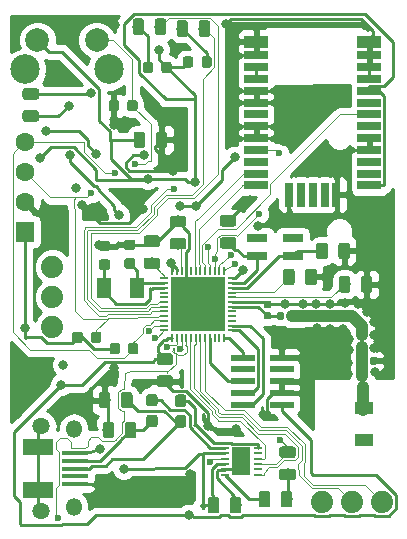
<source format=gbr>
G04 #@! TF.GenerationSoftware,KiCad,Pcbnew,(5.0.1)-rc2*
G04 #@! TF.CreationDate,2019-03-09T00:44:04-07:00*
G04 #@! TF.ProjectId,GPSLogger,4750534C6F676765722E6B696361645F,rev?*
G04 #@! TF.SameCoordinates,Original*
G04 #@! TF.FileFunction,Copper,L1,Top,Signal*
G04 #@! TF.FilePolarity,Positive*
%FSLAX46Y46*%
G04 Gerber Fmt 4.6, Leading zero omitted, Abs format (unit mm)*
G04 Created by KiCad (PCBNEW (5.0.1)-rc2) date 3/9/2019 12:44:04 AM*
%MOMM*%
%LPD*%
G01*
G04 APERTURE LIST*
G04 #@! TA.AperFunction,Conductor*
%ADD10C,0.100000*%
G04 #@! TD*
G04 #@! TA.AperFunction,SMDPad,CuDef*
%ADD11C,0.975000*%
G04 #@! TD*
G04 #@! TA.AperFunction,ComponentPad*
%ADD12C,1.879600*%
G04 #@! TD*
G04 #@! TA.AperFunction,SMDPad,CuDef*
%ADD13R,0.700000X2.000000*%
G04 #@! TD*
G04 #@! TA.AperFunction,SMDPad,CuDef*
%ADD14R,2.000000X0.700000*%
G04 #@! TD*
G04 #@! TA.AperFunction,SMDPad,CuDef*
%ADD15R,2.000000X1.000000*%
G04 #@! TD*
G04 #@! TA.AperFunction,SMDPad,CuDef*
%ADD16R,4.660000X4.660000*%
G04 #@! TD*
G04 #@! TA.AperFunction,SMDPad,CuDef*
%ADD17R,0.680000X0.250000*%
G04 #@! TD*
G04 #@! TA.AperFunction,SMDPad,CuDef*
%ADD18R,0.250000X0.680000*%
G04 #@! TD*
G04 #@! TA.AperFunction,ComponentPad*
%ADD19C,1.600000*%
G04 #@! TD*
G04 #@! TA.AperFunction,ComponentPad*
%ADD20R,1.600000X1.700000*%
G04 #@! TD*
G04 #@! TA.AperFunction,SMDPad,CuDef*
%ADD21R,2.000000X0.500000*%
G04 #@! TD*
G04 #@! TA.AperFunction,SMDPad,CuDef*
%ADD22C,0.875000*%
G04 #@! TD*
G04 #@! TA.AperFunction,SMDPad,CuDef*
%ADD23R,1.800000X0.800000*%
G04 #@! TD*
G04 #@! TA.AperFunction,WasherPad*
%ADD24C,2.500000*%
G04 #@! TD*
G04 #@! TA.AperFunction,ComponentPad*
%ADD25C,2.000000*%
G04 #@! TD*
G04 #@! TA.AperFunction,SMDPad,CuDef*
%ADD26R,1.600000X1.000000*%
G04 #@! TD*
G04 #@! TA.AperFunction,SMDPad,CuDef*
%ADD27C,0.590000*%
G04 #@! TD*
G04 #@! TA.AperFunction,ComponentPad*
%ADD28O,1.350000X1.500000*%
G04 #@! TD*
G04 #@! TA.AperFunction,SMDPad,CuDef*
%ADD29R,2.500000X1.430000*%
G04 #@! TD*
G04 #@! TA.AperFunction,ComponentPad*
%ADD30O,1.500000X1.350000*%
G04 #@! TD*
G04 #@! TA.AperFunction,SMDPad,CuDef*
%ADD31R,2.250000X0.400000*%
G04 #@! TD*
G04 #@! TA.AperFunction,SMDPad,CuDef*
%ADD32C,0.950000*%
G04 #@! TD*
G04 #@! TA.AperFunction,ComponentPad*
%ADD33C,0.500000*%
G04 #@! TD*
G04 #@! TA.AperFunction,SMDPad,CuDef*
%ADD34R,0.700000X0.250000*%
G04 #@! TD*
G04 #@! TA.AperFunction,SMDPad,CuDef*
%ADD35R,1.650000X2.380000*%
G04 #@! TD*
G04 #@! TA.AperFunction,SMDPad,CuDef*
%ADD36R,1.300000X1.800000*%
G04 #@! TD*
G04 #@! TA.AperFunction,ViaPad*
%ADD37C,0.800000*%
G04 #@! TD*
G04 #@! TA.AperFunction,ViaPad*
%ADD38C,0.600000*%
G04 #@! TD*
G04 #@! TA.AperFunction,Conductor*
%ADD39C,0.250000*%
G04 #@! TD*
G04 #@! TA.AperFunction,Conductor*
%ADD40C,0.125000*%
G04 #@! TD*
G04 #@! TA.AperFunction,Conductor*
%ADD41C,1.000000*%
G04 #@! TD*
G04 #@! TA.AperFunction,Conductor*
%ADD42C,0.254000*%
G04 #@! TD*
G04 APERTURE END LIST*
D10*
G04 #@! TO.N,BattRtn*
G04 #@! TO.C,C29*
G36*
X202712642Y-53851174D02*
X202736303Y-53854684D01*
X202759507Y-53860496D01*
X202782029Y-53868554D01*
X202803653Y-53878782D01*
X202824170Y-53891079D01*
X202843383Y-53905329D01*
X202861107Y-53921393D01*
X202877171Y-53939117D01*
X202891421Y-53958330D01*
X202903718Y-53978847D01*
X202913946Y-54000471D01*
X202922004Y-54022993D01*
X202927816Y-54046197D01*
X202931326Y-54069858D01*
X202932500Y-54093750D01*
X202932500Y-55006250D01*
X202931326Y-55030142D01*
X202927816Y-55053803D01*
X202922004Y-55077007D01*
X202913946Y-55099529D01*
X202903718Y-55121153D01*
X202891421Y-55141670D01*
X202877171Y-55160883D01*
X202861107Y-55178607D01*
X202843383Y-55194671D01*
X202824170Y-55208921D01*
X202803653Y-55221218D01*
X202782029Y-55231446D01*
X202759507Y-55239504D01*
X202736303Y-55245316D01*
X202712642Y-55248826D01*
X202688750Y-55250000D01*
X202201250Y-55250000D01*
X202177358Y-55248826D01*
X202153697Y-55245316D01*
X202130493Y-55239504D01*
X202107971Y-55231446D01*
X202086347Y-55221218D01*
X202065830Y-55208921D01*
X202046617Y-55194671D01*
X202028893Y-55178607D01*
X202012829Y-55160883D01*
X201998579Y-55141670D01*
X201986282Y-55121153D01*
X201976054Y-55099529D01*
X201967996Y-55077007D01*
X201962184Y-55053803D01*
X201958674Y-55030142D01*
X201957500Y-55006250D01*
X201957500Y-54093750D01*
X201958674Y-54069858D01*
X201962184Y-54046197D01*
X201967996Y-54022993D01*
X201976054Y-54000471D01*
X201986282Y-53978847D01*
X201998579Y-53958330D01*
X202012829Y-53939117D01*
X202028893Y-53921393D01*
X202046617Y-53905329D01*
X202065830Y-53891079D01*
X202086347Y-53878782D01*
X202107971Y-53868554D01*
X202130493Y-53860496D01*
X202153697Y-53854684D01*
X202177358Y-53851174D01*
X202201250Y-53850000D01*
X202688750Y-53850000D01*
X202712642Y-53851174D01*
X202712642Y-53851174D01*
G37*
D11*
G04 #@! TD*
G04 #@! TO.P,C29,2*
G04 #@! TO.N,BattRtn*
X202445000Y-54550000D03*
D10*
G04 #@! TO.N,Net-(C29-Pad1)*
G04 #@! TO.C,C29*
G36*
X204587642Y-53851174D02*
X204611303Y-53854684D01*
X204634507Y-53860496D01*
X204657029Y-53868554D01*
X204678653Y-53878782D01*
X204699170Y-53891079D01*
X204718383Y-53905329D01*
X204736107Y-53921393D01*
X204752171Y-53939117D01*
X204766421Y-53958330D01*
X204778718Y-53978847D01*
X204788946Y-54000471D01*
X204797004Y-54022993D01*
X204802816Y-54046197D01*
X204806326Y-54069858D01*
X204807500Y-54093750D01*
X204807500Y-55006250D01*
X204806326Y-55030142D01*
X204802816Y-55053803D01*
X204797004Y-55077007D01*
X204788946Y-55099529D01*
X204778718Y-55121153D01*
X204766421Y-55141670D01*
X204752171Y-55160883D01*
X204736107Y-55178607D01*
X204718383Y-55194671D01*
X204699170Y-55208921D01*
X204678653Y-55221218D01*
X204657029Y-55231446D01*
X204634507Y-55239504D01*
X204611303Y-55245316D01*
X204587642Y-55248826D01*
X204563750Y-55250000D01*
X204076250Y-55250000D01*
X204052358Y-55248826D01*
X204028697Y-55245316D01*
X204005493Y-55239504D01*
X203982971Y-55231446D01*
X203961347Y-55221218D01*
X203940830Y-55208921D01*
X203921617Y-55194671D01*
X203903893Y-55178607D01*
X203887829Y-55160883D01*
X203873579Y-55141670D01*
X203861282Y-55121153D01*
X203851054Y-55099529D01*
X203842996Y-55077007D01*
X203837184Y-55053803D01*
X203833674Y-55030142D01*
X203832500Y-55006250D01*
X203832500Y-54093750D01*
X203833674Y-54069858D01*
X203837184Y-54046197D01*
X203842996Y-54022993D01*
X203851054Y-54000471D01*
X203861282Y-53978847D01*
X203873579Y-53958330D01*
X203887829Y-53939117D01*
X203903893Y-53921393D01*
X203921617Y-53905329D01*
X203940830Y-53891079D01*
X203961347Y-53878782D01*
X203982971Y-53868554D01*
X204005493Y-53860496D01*
X204028697Y-53854684D01*
X204052358Y-53851174D01*
X204076250Y-53850000D01*
X204563750Y-53850000D01*
X204587642Y-53851174D01*
X204587642Y-53851174D01*
G37*
D11*
G04 #@! TD*
G04 #@! TO.P,C29,1*
G04 #@! TO.N,Net-(C29-Pad1)*
X204320000Y-54550000D03*
D12*
G04 #@! TO.P,J1,3*
G04 #@! TO.N,/Debug_Tx*
X225907600Y-63144400D03*
G04 #@! TO.P,J1,2*
G04 #@! TO.N,/Debug_Rx*
X223367600Y-63144400D03*
G04 #@! TO.P,J1,1*
G04 #@! TO.N,BattRtn*
X220827600Y-63144400D03*
G04 #@! TD*
D13*
G04 #@! TO.P,U1,28*
G04 #@! TO.N,N/C*
X219065000Y-37164800D03*
G04 #@! TO.P,U1,29*
X220065000Y-37164800D03*
G04 #@! TO.P,U1,30*
X221065000Y-37164800D03*
G04 #@! TO.P,U1,31*
G04 #@! TO.N,BattRtn*
X222065000Y-37164800D03*
G04 #@! TO.P,U1,27*
X218065000Y-37164800D03*
D14*
G04 #@! TO.P,U1,1*
G04 #@! TO.N,Vdd*
X224865000Y-36364800D03*
G04 #@! TO.P,U1,2*
G04 #@! TO.N,N/C*
X224865000Y-35364800D03*
G04 #@! TO.P,U1,3*
X224865000Y-34364800D03*
G04 #@! TO.P,U1,4*
G04 #@! TO.N,BattRtn*
X224865000Y-33364800D03*
G04 #@! TO.P,U1,5*
X224865000Y-32364800D03*
G04 #@! TO.P,U1,6*
G04 #@! TO.N,N/C*
X224865000Y-31364800D03*
G04 #@! TO.P,U1,7*
G04 #@! TO.N,/GPS_ExtInt*
X224865000Y-30364800D03*
G04 #@! TO.P,U1,8*
G04 #@! TO.N,N/C*
X224865000Y-29364800D03*
G04 #@! TO.P,U1,9*
G04 #@! TO.N,Vdd*
X224865000Y-28364800D03*
G04 #@! TO.P,U1,10*
G04 #@! TO.N,BattRtn*
X224865000Y-27364800D03*
G04 #@! TO.P,U1,15*
X215265000Y-25364800D03*
G04 #@! TO.P,U1,16*
G04 #@! TO.N,Net-(U1-Pad16)*
X215265000Y-26364800D03*
G04 #@! TO.P,U1,17*
X215265000Y-27364800D03*
G04 #@! TO.P,U1,18*
G04 #@! TO.N,BattRtn*
X215265000Y-28364800D03*
G04 #@! TO.P,U1,19*
X215265000Y-29364800D03*
G04 #@! TO.P,U1,20*
G04 #@! TO.N,N/C*
X215265000Y-30364800D03*
G04 #@! TO.P,U1,21*
G04 #@! TO.N,BattRtn*
X215265000Y-31364800D03*
G04 #@! TO.P,U1,22*
X215265000Y-32364800D03*
G04 #@! TO.P,U1,23*
G04 #@! TO.N,/GPS_Reset*
X215265000Y-33364800D03*
G04 #@! TO.P,U1,24*
G04 #@! TO.N,N/C*
X215265000Y-34364800D03*
G04 #@! TO.P,U1,25*
G04 #@! TO.N,/GPS_Tx*
X215265000Y-35364800D03*
G04 #@! TO.P,U1,26*
G04 #@! TO.N,/GPS_Rx*
X215265000Y-36364800D03*
G04 #@! TO.P,U1,11*
G04 #@! TO.N,BattRtn*
X224865000Y-26364800D03*
G04 #@! TO.P,U1,12*
X224865000Y-25364800D03*
D15*
G04 #@! TO.P,U1,14*
X215265000Y-24214800D03*
G04 #@! TO.P,U1,13*
X224865000Y-24214800D03*
G04 #@! TD*
D10*
G04 #@! TO.N,BattRtn*
G04 #@! TO.C,C1*
G36*
X208023542Y-52457674D02*
X208047203Y-52461184D01*
X208070407Y-52466996D01*
X208092929Y-52475054D01*
X208114553Y-52485282D01*
X208135070Y-52497579D01*
X208154283Y-52511829D01*
X208172007Y-52527893D01*
X208188071Y-52545617D01*
X208202321Y-52564830D01*
X208214618Y-52585347D01*
X208224846Y-52606971D01*
X208232904Y-52629493D01*
X208238716Y-52652697D01*
X208242226Y-52676358D01*
X208243400Y-52700250D01*
X208243400Y-53187750D01*
X208242226Y-53211642D01*
X208238716Y-53235303D01*
X208232904Y-53258507D01*
X208224846Y-53281029D01*
X208214618Y-53302653D01*
X208202321Y-53323170D01*
X208188071Y-53342383D01*
X208172007Y-53360107D01*
X208154283Y-53376171D01*
X208135070Y-53390421D01*
X208114553Y-53402718D01*
X208092929Y-53412946D01*
X208070407Y-53421004D01*
X208047203Y-53426816D01*
X208023542Y-53430326D01*
X207999650Y-53431500D01*
X207087150Y-53431500D01*
X207063258Y-53430326D01*
X207039597Y-53426816D01*
X207016393Y-53421004D01*
X206993871Y-53412946D01*
X206972247Y-53402718D01*
X206951730Y-53390421D01*
X206932517Y-53376171D01*
X206914793Y-53360107D01*
X206898729Y-53342383D01*
X206884479Y-53323170D01*
X206872182Y-53302653D01*
X206861954Y-53281029D01*
X206853896Y-53258507D01*
X206848084Y-53235303D01*
X206844574Y-53211642D01*
X206843400Y-53187750D01*
X206843400Y-52700250D01*
X206844574Y-52676358D01*
X206848084Y-52652697D01*
X206853896Y-52629493D01*
X206861954Y-52606971D01*
X206872182Y-52585347D01*
X206884479Y-52564830D01*
X206898729Y-52545617D01*
X206914793Y-52527893D01*
X206932517Y-52511829D01*
X206951730Y-52497579D01*
X206972247Y-52485282D01*
X206993871Y-52475054D01*
X207016393Y-52466996D01*
X207039597Y-52461184D01*
X207063258Y-52457674D01*
X207087150Y-52456500D01*
X207999650Y-52456500D01*
X208023542Y-52457674D01*
X208023542Y-52457674D01*
G37*
D11*
G04 #@! TD*
G04 #@! TO.P,C1,2*
G04 #@! TO.N,BattRtn*
X207543400Y-52944000D03*
D10*
G04 #@! TO.N,Vdd*
G04 #@! TO.C,C1*
G36*
X208023542Y-50582674D02*
X208047203Y-50586184D01*
X208070407Y-50591996D01*
X208092929Y-50600054D01*
X208114553Y-50610282D01*
X208135070Y-50622579D01*
X208154283Y-50636829D01*
X208172007Y-50652893D01*
X208188071Y-50670617D01*
X208202321Y-50689830D01*
X208214618Y-50710347D01*
X208224846Y-50731971D01*
X208232904Y-50754493D01*
X208238716Y-50777697D01*
X208242226Y-50801358D01*
X208243400Y-50825250D01*
X208243400Y-51312750D01*
X208242226Y-51336642D01*
X208238716Y-51360303D01*
X208232904Y-51383507D01*
X208224846Y-51406029D01*
X208214618Y-51427653D01*
X208202321Y-51448170D01*
X208188071Y-51467383D01*
X208172007Y-51485107D01*
X208154283Y-51501171D01*
X208135070Y-51515421D01*
X208114553Y-51527718D01*
X208092929Y-51537946D01*
X208070407Y-51546004D01*
X208047203Y-51551816D01*
X208023542Y-51555326D01*
X207999650Y-51556500D01*
X207087150Y-51556500D01*
X207063258Y-51555326D01*
X207039597Y-51551816D01*
X207016393Y-51546004D01*
X206993871Y-51537946D01*
X206972247Y-51527718D01*
X206951730Y-51515421D01*
X206932517Y-51501171D01*
X206914793Y-51485107D01*
X206898729Y-51467383D01*
X206884479Y-51448170D01*
X206872182Y-51427653D01*
X206861954Y-51406029D01*
X206853896Y-51383507D01*
X206848084Y-51360303D01*
X206844574Y-51336642D01*
X206843400Y-51312750D01*
X206843400Y-50825250D01*
X206844574Y-50801358D01*
X206848084Y-50777697D01*
X206853896Y-50754493D01*
X206861954Y-50731971D01*
X206872182Y-50710347D01*
X206884479Y-50689830D01*
X206898729Y-50670617D01*
X206914793Y-50652893D01*
X206932517Y-50636829D01*
X206951730Y-50622579D01*
X206972247Y-50610282D01*
X206993871Y-50600054D01*
X207016393Y-50591996D01*
X207039597Y-50586184D01*
X207063258Y-50582674D01*
X207087150Y-50581500D01*
X207999650Y-50581500D01*
X208023542Y-50582674D01*
X208023542Y-50582674D01*
G37*
D11*
G04 #@! TD*
G04 #@! TO.P,C1,1*
G04 #@! TO.N,Vdd*
X207543400Y-51069000D03*
D10*
G04 #@! TO.N,BattRtn*
G04 #@! TO.C,C7*
G36*
X206931342Y-40610874D02*
X206955003Y-40614384D01*
X206978207Y-40620196D01*
X207000729Y-40628254D01*
X207022353Y-40638482D01*
X207042870Y-40650779D01*
X207062083Y-40665029D01*
X207079807Y-40681093D01*
X207095871Y-40698817D01*
X207110121Y-40718030D01*
X207122418Y-40738547D01*
X207132646Y-40760171D01*
X207140704Y-40782693D01*
X207146516Y-40805897D01*
X207150026Y-40829558D01*
X207151200Y-40853450D01*
X207151200Y-41340950D01*
X207150026Y-41364842D01*
X207146516Y-41388503D01*
X207140704Y-41411707D01*
X207132646Y-41434229D01*
X207122418Y-41455853D01*
X207110121Y-41476370D01*
X207095871Y-41495583D01*
X207079807Y-41513307D01*
X207062083Y-41529371D01*
X207042870Y-41543621D01*
X207022353Y-41555918D01*
X207000729Y-41566146D01*
X206978207Y-41574204D01*
X206955003Y-41580016D01*
X206931342Y-41583526D01*
X206907450Y-41584700D01*
X205994950Y-41584700D01*
X205971058Y-41583526D01*
X205947397Y-41580016D01*
X205924193Y-41574204D01*
X205901671Y-41566146D01*
X205880047Y-41555918D01*
X205859530Y-41543621D01*
X205840317Y-41529371D01*
X205822593Y-41513307D01*
X205806529Y-41495583D01*
X205792279Y-41476370D01*
X205779982Y-41455853D01*
X205769754Y-41434229D01*
X205761696Y-41411707D01*
X205755884Y-41388503D01*
X205752374Y-41364842D01*
X205751200Y-41340950D01*
X205751200Y-40853450D01*
X205752374Y-40829558D01*
X205755884Y-40805897D01*
X205761696Y-40782693D01*
X205769754Y-40760171D01*
X205779982Y-40738547D01*
X205792279Y-40718030D01*
X205806529Y-40698817D01*
X205822593Y-40681093D01*
X205840317Y-40665029D01*
X205859530Y-40650779D01*
X205880047Y-40638482D01*
X205901671Y-40628254D01*
X205924193Y-40620196D01*
X205947397Y-40614384D01*
X205971058Y-40610874D01*
X205994950Y-40609700D01*
X206907450Y-40609700D01*
X206931342Y-40610874D01*
X206931342Y-40610874D01*
G37*
D11*
G04 #@! TD*
G04 #@! TO.P,C7,2*
G04 #@! TO.N,BattRtn*
X206451200Y-41097200D03*
D10*
G04 #@! TO.N,/DEC1*
G04 #@! TO.C,C7*
G36*
X206931342Y-42485874D02*
X206955003Y-42489384D01*
X206978207Y-42495196D01*
X207000729Y-42503254D01*
X207022353Y-42513482D01*
X207042870Y-42525779D01*
X207062083Y-42540029D01*
X207079807Y-42556093D01*
X207095871Y-42573817D01*
X207110121Y-42593030D01*
X207122418Y-42613547D01*
X207132646Y-42635171D01*
X207140704Y-42657693D01*
X207146516Y-42680897D01*
X207150026Y-42704558D01*
X207151200Y-42728450D01*
X207151200Y-43215950D01*
X207150026Y-43239842D01*
X207146516Y-43263503D01*
X207140704Y-43286707D01*
X207132646Y-43309229D01*
X207122418Y-43330853D01*
X207110121Y-43351370D01*
X207095871Y-43370583D01*
X207079807Y-43388307D01*
X207062083Y-43404371D01*
X207042870Y-43418621D01*
X207022353Y-43430918D01*
X207000729Y-43441146D01*
X206978207Y-43449204D01*
X206955003Y-43455016D01*
X206931342Y-43458526D01*
X206907450Y-43459700D01*
X205994950Y-43459700D01*
X205971058Y-43458526D01*
X205947397Y-43455016D01*
X205924193Y-43449204D01*
X205901671Y-43441146D01*
X205880047Y-43430918D01*
X205859530Y-43418621D01*
X205840317Y-43404371D01*
X205822593Y-43388307D01*
X205806529Y-43370583D01*
X205792279Y-43351370D01*
X205779982Y-43330853D01*
X205769754Y-43309229D01*
X205761696Y-43286707D01*
X205755884Y-43263503D01*
X205752374Y-43239842D01*
X205751200Y-43215950D01*
X205751200Y-42728450D01*
X205752374Y-42704558D01*
X205755884Y-42680897D01*
X205761696Y-42657693D01*
X205769754Y-42635171D01*
X205779982Y-42613547D01*
X205792279Y-42593030D01*
X205806529Y-42573817D01*
X205822593Y-42556093D01*
X205840317Y-42540029D01*
X205859530Y-42525779D01*
X205880047Y-42513482D01*
X205901671Y-42503254D01*
X205924193Y-42495196D01*
X205947397Y-42489384D01*
X205971058Y-42485874D01*
X205994950Y-42484700D01*
X206907450Y-42484700D01*
X206931342Y-42485874D01*
X206931342Y-42485874D01*
G37*
D11*
G04 #@! TD*
G04 #@! TO.P,C7,1*
G04 #@! TO.N,/DEC1*
X206451200Y-42972200D03*
D10*
G04 #@! TO.N,BattRtn*
G04 #@! TO.C,C8*
G36*
X224905242Y-44055974D02*
X224928903Y-44059484D01*
X224952107Y-44065296D01*
X224974629Y-44073354D01*
X224996253Y-44083582D01*
X225016770Y-44095879D01*
X225035983Y-44110129D01*
X225053707Y-44126193D01*
X225069771Y-44143917D01*
X225084021Y-44163130D01*
X225096318Y-44183647D01*
X225106546Y-44205271D01*
X225114604Y-44227793D01*
X225120416Y-44250997D01*
X225123926Y-44274658D01*
X225125100Y-44298550D01*
X225125100Y-45211050D01*
X225123926Y-45234942D01*
X225120416Y-45258603D01*
X225114604Y-45281807D01*
X225106546Y-45304329D01*
X225096318Y-45325953D01*
X225084021Y-45346470D01*
X225069771Y-45365683D01*
X225053707Y-45383407D01*
X225035983Y-45399471D01*
X225016770Y-45413721D01*
X224996253Y-45426018D01*
X224974629Y-45436246D01*
X224952107Y-45444304D01*
X224928903Y-45450116D01*
X224905242Y-45453626D01*
X224881350Y-45454800D01*
X224393850Y-45454800D01*
X224369958Y-45453626D01*
X224346297Y-45450116D01*
X224323093Y-45444304D01*
X224300571Y-45436246D01*
X224278947Y-45426018D01*
X224258430Y-45413721D01*
X224239217Y-45399471D01*
X224221493Y-45383407D01*
X224205429Y-45365683D01*
X224191179Y-45346470D01*
X224178882Y-45325953D01*
X224168654Y-45304329D01*
X224160596Y-45281807D01*
X224154784Y-45258603D01*
X224151274Y-45234942D01*
X224150100Y-45211050D01*
X224150100Y-44298550D01*
X224151274Y-44274658D01*
X224154784Y-44250997D01*
X224160596Y-44227793D01*
X224168654Y-44205271D01*
X224178882Y-44183647D01*
X224191179Y-44163130D01*
X224205429Y-44143917D01*
X224221493Y-44126193D01*
X224239217Y-44110129D01*
X224258430Y-44095879D01*
X224278947Y-44083582D01*
X224300571Y-44073354D01*
X224323093Y-44065296D01*
X224346297Y-44059484D01*
X224369958Y-44055974D01*
X224393850Y-44054800D01*
X224881350Y-44054800D01*
X224905242Y-44055974D01*
X224905242Y-44055974D01*
G37*
D11*
G04 #@! TD*
G04 #@! TO.P,C8,2*
G04 #@! TO.N,BattRtn*
X224637600Y-44754800D03*
D10*
G04 #@! TO.N,/DEC2*
G04 #@! TO.C,C8*
G36*
X223030242Y-44055974D02*
X223053903Y-44059484D01*
X223077107Y-44065296D01*
X223099629Y-44073354D01*
X223121253Y-44083582D01*
X223141770Y-44095879D01*
X223160983Y-44110129D01*
X223178707Y-44126193D01*
X223194771Y-44143917D01*
X223209021Y-44163130D01*
X223221318Y-44183647D01*
X223231546Y-44205271D01*
X223239604Y-44227793D01*
X223245416Y-44250997D01*
X223248926Y-44274658D01*
X223250100Y-44298550D01*
X223250100Y-45211050D01*
X223248926Y-45234942D01*
X223245416Y-45258603D01*
X223239604Y-45281807D01*
X223231546Y-45304329D01*
X223221318Y-45325953D01*
X223209021Y-45346470D01*
X223194771Y-45365683D01*
X223178707Y-45383407D01*
X223160983Y-45399471D01*
X223141770Y-45413721D01*
X223121253Y-45426018D01*
X223099629Y-45436246D01*
X223077107Y-45444304D01*
X223053903Y-45450116D01*
X223030242Y-45453626D01*
X223006350Y-45454800D01*
X222518850Y-45454800D01*
X222494958Y-45453626D01*
X222471297Y-45450116D01*
X222448093Y-45444304D01*
X222425571Y-45436246D01*
X222403947Y-45426018D01*
X222383430Y-45413721D01*
X222364217Y-45399471D01*
X222346493Y-45383407D01*
X222330429Y-45365683D01*
X222316179Y-45346470D01*
X222303882Y-45325953D01*
X222293654Y-45304329D01*
X222285596Y-45281807D01*
X222279784Y-45258603D01*
X222276274Y-45234942D01*
X222275100Y-45211050D01*
X222275100Y-44298550D01*
X222276274Y-44274658D01*
X222279784Y-44250997D01*
X222285596Y-44227793D01*
X222293654Y-44205271D01*
X222303882Y-44183647D01*
X222316179Y-44163130D01*
X222330429Y-44143917D01*
X222346493Y-44126193D01*
X222364217Y-44110129D01*
X222383430Y-44095879D01*
X222403947Y-44083582D01*
X222425571Y-44073354D01*
X222448093Y-44065296D01*
X222471297Y-44059484D01*
X222494958Y-44055974D01*
X222518850Y-44054800D01*
X223006350Y-44054800D01*
X223030242Y-44055974D01*
X223030242Y-44055974D01*
G37*
D11*
G04 #@! TD*
G04 #@! TO.P,C8,1*
G04 #@! TO.N,/DEC2*
X222762600Y-44754800D03*
D10*
G04 #@! TO.N,BattRtn*
G04 #@! TO.C,C9*
G36*
X220190068Y-43409900D02*
X220213729Y-43413410D01*
X220236933Y-43419222D01*
X220259455Y-43427280D01*
X220281079Y-43437508D01*
X220301596Y-43449805D01*
X220320809Y-43464055D01*
X220338533Y-43480119D01*
X220354597Y-43497843D01*
X220368847Y-43517056D01*
X220381144Y-43537573D01*
X220391372Y-43559197D01*
X220399430Y-43581719D01*
X220405242Y-43604923D01*
X220408752Y-43628584D01*
X220409926Y-43652476D01*
X220409926Y-44564976D01*
X220408752Y-44588868D01*
X220405242Y-44612529D01*
X220399430Y-44635733D01*
X220391372Y-44658255D01*
X220381144Y-44679879D01*
X220368847Y-44700396D01*
X220354597Y-44719609D01*
X220338533Y-44737333D01*
X220320809Y-44753397D01*
X220301596Y-44767647D01*
X220281079Y-44779944D01*
X220259455Y-44790172D01*
X220236933Y-44798230D01*
X220213729Y-44804042D01*
X220190068Y-44807552D01*
X220166176Y-44808726D01*
X219678676Y-44808726D01*
X219654784Y-44807552D01*
X219631123Y-44804042D01*
X219607919Y-44798230D01*
X219585397Y-44790172D01*
X219563773Y-44779944D01*
X219543256Y-44767647D01*
X219524043Y-44753397D01*
X219506319Y-44737333D01*
X219490255Y-44719609D01*
X219476005Y-44700396D01*
X219463708Y-44679879D01*
X219453480Y-44658255D01*
X219445422Y-44635733D01*
X219439610Y-44612529D01*
X219436100Y-44588868D01*
X219434926Y-44564976D01*
X219434926Y-43652476D01*
X219436100Y-43628584D01*
X219439610Y-43604923D01*
X219445422Y-43581719D01*
X219453480Y-43559197D01*
X219463708Y-43537573D01*
X219476005Y-43517056D01*
X219490255Y-43497843D01*
X219506319Y-43480119D01*
X219524043Y-43464055D01*
X219543256Y-43449805D01*
X219563773Y-43437508D01*
X219585397Y-43427280D01*
X219607919Y-43419222D01*
X219631123Y-43413410D01*
X219654784Y-43409900D01*
X219678676Y-43408726D01*
X220166176Y-43408726D01*
X220190068Y-43409900D01*
X220190068Y-43409900D01*
G37*
D11*
G04 #@! TD*
G04 #@! TO.P,C9,2*
G04 #@! TO.N,BattRtn*
X219922426Y-44108726D03*
D10*
G04 #@! TO.N,/DEC3*
G04 #@! TO.C,C9*
G36*
X218315068Y-43409900D02*
X218338729Y-43413410D01*
X218361933Y-43419222D01*
X218384455Y-43427280D01*
X218406079Y-43437508D01*
X218426596Y-43449805D01*
X218445809Y-43464055D01*
X218463533Y-43480119D01*
X218479597Y-43497843D01*
X218493847Y-43517056D01*
X218506144Y-43537573D01*
X218516372Y-43559197D01*
X218524430Y-43581719D01*
X218530242Y-43604923D01*
X218533752Y-43628584D01*
X218534926Y-43652476D01*
X218534926Y-44564976D01*
X218533752Y-44588868D01*
X218530242Y-44612529D01*
X218524430Y-44635733D01*
X218516372Y-44658255D01*
X218506144Y-44679879D01*
X218493847Y-44700396D01*
X218479597Y-44719609D01*
X218463533Y-44737333D01*
X218445809Y-44753397D01*
X218426596Y-44767647D01*
X218406079Y-44779944D01*
X218384455Y-44790172D01*
X218361933Y-44798230D01*
X218338729Y-44804042D01*
X218315068Y-44807552D01*
X218291176Y-44808726D01*
X217803676Y-44808726D01*
X217779784Y-44807552D01*
X217756123Y-44804042D01*
X217732919Y-44798230D01*
X217710397Y-44790172D01*
X217688773Y-44779944D01*
X217668256Y-44767647D01*
X217649043Y-44753397D01*
X217631319Y-44737333D01*
X217615255Y-44719609D01*
X217601005Y-44700396D01*
X217588708Y-44679879D01*
X217578480Y-44658255D01*
X217570422Y-44635733D01*
X217564610Y-44612529D01*
X217561100Y-44588868D01*
X217559926Y-44564976D01*
X217559926Y-43652476D01*
X217561100Y-43628584D01*
X217564610Y-43604923D01*
X217570422Y-43581719D01*
X217578480Y-43559197D01*
X217588708Y-43537573D01*
X217601005Y-43517056D01*
X217615255Y-43497843D01*
X217631319Y-43480119D01*
X217649043Y-43464055D01*
X217668256Y-43449805D01*
X217688773Y-43437508D01*
X217710397Y-43427280D01*
X217732919Y-43419222D01*
X217756123Y-43413410D01*
X217779784Y-43409900D01*
X217803676Y-43408726D01*
X218291176Y-43408726D01*
X218315068Y-43409900D01*
X218315068Y-43409900D01*
G37*
D11*
G04 #@! TD*
G04 #@! TO.P,C9,1*
G04 #@! TO.N,/DEC3*
X218047426Y-44108726D03*
D10*
G04 #@! TO.N,BattRtn*
G04 #@! TO.C,C10*
G36*
X209129568Y-38940700D02*
X209153229Y-38944210D01*
X209176433Y-38950022D01*
X209198955Y-38958080D01*
X209220579Y-38968308D01*
X209241096Y-38980605D01*
X209260309Y-38994855D01*
X209278033Y-39010919D01*
X209294097Y-39028643D01*
X209308347Y-39047856D01*
X209320644Y-39068373D01*
X209330872Y-39089997D01*
X209338930Y-39112519D01*
X209344742Y-39135723D01*
X209348252Y-39159384D01*
X209349426Y-39183276D01*
X209349426Y-39670776D01*
X209348252Y-39694668D01*
X209344742Y-39718329D01*
X209338930Y-39741533D01*
X209330872Y-39764055D01*
X209320644Y-39785679D01*
X209308347Y-39806196D01*
X209294097Y-39825409D01*
X209278033Y-39843133D01*
X209260309Y-39859197D01*
X209241096Y-39873447D01*
X209220579Y-39885744D01*
X209198955Y-39895972D01*
X209176433Y-39904030D01*
X209153229Y-39909842D01*
X209129568Y-39913352D01*
X209105676Y-39914526D01*
X208193176Y-39914526D01*
X208169284Y-39913352D01*
X208145623Y-39909842D01*
X208122419Y-39904030D01*
X208099897Y-39895972D01*
X208078273Y-39885744D01*
X208057756Y-39873447D01*
X208038543Y-39859197D01*
X208020819Y-39843133D01*
X208004755Y-39825409D01*
X207990505Y-39806196D01*
X207978208Y-39785679D01*
X207967980Y-39764055D01*
X207959922Y-39741533D01*
X207954110Y-39718329D01*
X207950600Y-39694668D01*
X207949426Y-39670776D01*
X207949426Y-39183276D01*
X207950600Y-39159384D01*
X207954110Y-39135723D01*
X207959922Y-39112519D01*
X207967980Y-39089997D01*
X207978208Y-39068373D01*
X207990505Y-39047856D01*
X208004755Y-39028643D01*
X208020819Y-39010919D01*
X208038543Y-38994855D01*
X208057756Y-38980605D01*
X208078273Y-38968308D01*
X208099897Y-38958080D01*
X208122419Y-38950022D01*
X208145623Y-38944210D01*
X208169284Y-38940700D01*
X208193176Y-38939526D01*
X209105676Y-38939526D01*
X209129568Y-38940700D01*
X209129568Y-38940700D01*
G37*
D11*
G04 #@! TD*
G04 #@! TO.P,C10,2*
G04 #@! TO.N,BattRtn*
X208649426Y-39427026D03*
D10*
G04 #@! TO.N,/DEC4*
G04 #@! TO.C,C10*
G36*
X209129568Y-40815700D02*
X209153229Y-40819210D01*
X209176433Y-40825022D01*
X209198955Y-40833080D01*
X209220579Y-40843308D01*
X209241096Y-40855605D01*
X209260309Y-40869855D01*
X209278033Y-40885919D01*
X209294097Y-40903643D01*
X209308347Y-40922856D01*
X209320644Y-40943373D01*
X209330872Y-40964997D01*
X209338930Y-40987519D01*
X209344742Y-41010723D01*
X209348252Y-41034384D01*
X209349426Y-41058276D01*
X209349426Y-41545776D01*
X209348252Y-41569668D01*
X209344742Y-41593329D01*
X209338930Y-41616533D01*
X209330872Y-41639055D01*
X209320644Y-41660679D01*
X209308347Y-41681196D01*
X209294097Y-41700409D01*
X209278033Y-41718133D01*
X209260309Y-41734197D01*
X209241096Y-41748447D01*
X209220579Y-41760744D01*
X209198955Y-41770972D01*
X209176433Y-41779030D01*
X209153229Y-41784842D01*
X209129568Y-41788352D01*
X209105676Y-41789526D01*
X208193176Y-41789526D01*
X208169284Y-41788352D01*
X208145623Y-41784842D01*
X208122419Y-41779030D01*
X208099897Y-41770972D01*
X208078273Y-41760744D01*
X208057756Y-41748447D01*
X208038543Y-41734197D01*
X208020819Y-41718133D01*
X208004755Y-41700409D01*
X207990505Y-41681196D01*
X207978208Y-41660679D01*
X207967980Y-41639055D01*
X207959922Y-41616533D01*
X207954110Y-41593329D01*
X207950600Y-41569668D01*
X207949426Y-41545776D01*
X207949426Y-41058276D01*
X207950600Y-41034384D01*
X207954110Y-41010723D01*
X207959922Y-40987519D01*
X207967980Y-40964997D01*
X207978208Y-40943373D01*
X207990505Y-40922856D01*
X208004755Y-40903643D01*
X208020819Y-40885919D01*
X208038543Y-40869855D01*
X208057756Y-40855605D01*
X208078273Y-40843308D01*
X208099897Y-40833080D01*
X208122419Y-40825022D01*
X208145623Y-40819210D01*
X208169284Y-40815700D01*
X208193176Y-40814526D01*
X209105676Y-40814526D01*
X209129568Y-40815700D01*
X209129568Y-40815700D01*
G37*
D11*
G04 #@! TD*
G04 #@! TO.P,C10,1*
G04 #@! TO.N,/DEC4*
X208649426Y-41302026D03*
D10*
G04 #@! TO.N,LED1_P2*
G04 #@! TO.C,D1*
G36*
X211163842Y-22389774D02*
X211187503Y-22393284D01*
X211210707Y-22399096D01*
X211233229Y-22407154D01*
X211254853Y-22417382D01*
X211275370Y-22429679D01*
X211294583Y-22443929D01*
X211312307Y-22459993D01*
X211328371Y-22477717D01*
X211342621Y-22496930D01*
X211354918Y-22517447D01*
X211365146Y-22539071D01*
X211373204Y-22561593D01*
X211379016Y-22584797D01*
X211382526Y-22608458D01*
X211383700Y-22632350D01*
X211383700Y-23544850D01*
X211382526Y-23568742D01*
X211379016Y-23592403D01*
X211373204Y-23615607D01*
X211365146Y-23638129D01*
X211354918Y-23659753D01*
X211342621Y-23680270D01*
X211328371Y-23699483D01*
X211312307Y-23717207D01*
X211294583Y-23733271D01*
X211275370Y-23747521D01*
X211254853Y-23759818D01*
X211233229Y-23770046D01*
X211210707Y-23778104D01*
X211187503Y-23783916D01*
X211163842Y-23787426D01*
X211139950Y-23788600D01*
X210652450Y-23788600D01*
X210628558Y-23787426D01*
X210604897Y-23783916D01*
X210581693Y-23778104D01*
X210559171Y-23770046D01*
X210537547Y-23759818D01*
X210517030Y-23747521D01*
X210497817Y-23733271D01*
X210480093Y-23717207D01*
X210464029Y-23699483D01*
X210449779Y-23680270D01*
X210437482Y-23659753D01*
X210427254Y-23638129D01*
X210419196Y-23615607D01*
X210413384Y-23592403D01*
X210409874Y-23568742D01*
X210408700Y-23544850D01*
X210408700Y-22632350D01*
X210409874Y-22608458D01*
X210413384Y-22584797D01*
X210419196Y-22561593D01*
X210427254Y-22539071D01*
X210437482Y-22517447D01*
X210449779Y-22496930D01*
X210464029Y-22477717D01*
X210480093Y-22459993D01*
X210497817Y-22443929D01*
X210517030Y-22429679D01*
X210537547Y-22417382D01*
X210559171Y-22407154D01*
X210581693Y-22399096D01*
X210604897Y-22393284D01*
X210628558Y-22389774D01*
X210652450Y-22388600D01*
X211139950Y-22388600D01*
X211163842Y-22389774D01*
X211163842Y-22389774D01*
G37*
D11*
G04 #@! TD*
G04 #@! TO.P,D1,2*
G04 #@! TO.N,LED1_P2*
X210896200Y-23088600D03*
D10*
G04 #@! TO.N,Net-(D1-Pad1)*
G04 #@! TO.C,D1*
G36*
X209288842Y-22389774D02*
X209312503Y-22393284D01*
X209335707Y-22399096D01*
X209358229Y-22407154D01*
X209379853Y-22417382D01*
X209400370Y-22429679D01*
X209419583Y-22443929D01*
X209437307Y-22459993D01*
X209453371Y-22477717D01*
X209467621Y-22496930D01*
X209479918Y-22517447D01*
X209490146Y-22539071D01*
X209498204Y-22561593D01*
X209504016Y-22584797D01*
X209507526Y-22608458D01*
X209508700Y-22632350D01*
X209508700Y-23544850D01*
X209507526Y-23568742D01*
X209504016Y-23592403D01*
X209498204Y-23615607D01*
X209490146Y-23638129D01*
X209479918Y-23659753D01*
X209467621Y-23680270D01*
X209453371Y-23699483D01*
X209437307Y-23717207D01*
X209419583Y-23733271D01*
X209400370Y-23747521D01*
X209379853Y-23759818D01*
X209358229Y-23770046D01*
X209335707Y-23778104D01*
X209312503Y-23783916D01*
X209288842Y-23787426D01*
X209264950Y-23788600D01*
X208777450Y-23788600D01*
X208753558Y-23787426D01*
X208729897Y-23783916D01*
X208706693Y-23778104D01*
X208684171Y-23770046D01*
X208662547Y-23759818D01*
X208642030Y-23747521D01*
X208622817Y-23733271D01*
X208605093Y-23717207D01*
X208589029Y-23699483D01*
X208574779Y-23680270D01*
X208562482Y-23659753D01*
X208552254Y-23638129D01*
X208544196Y-23615607D01*
X208538384Y-23592403D01*
X208534874Y-23568742D01*
X208533700Y-23544850D01*
X208533700Y-22632350D01*
X208534874Y-22608458D01*
X208538384Y-22584797D01*
X208544196Y-22561593D01*
X208552254Y-22539071D01*
X208562482Y-22517447D01*
X208574779Y-22496930D01*
X208589029Y-22477717D01*
X208605093Y-22459993D01*
X208622817Y-22443929D01*
X208642030Y-22429679D01*
X208662547Y-22417382D01*
X208684171Y-22407154D01*
X208706693Y-22399096D01*
X208729897Y-22393284D01*
X208753558Y-22389774D01*
X208777450Y-22388600D01*
X209264950Y-22388600D01*
X209288842Y-22389774D01*
X209288842Y-22389774D01*
G37*
D11*
G04 #@! TD*
G04 #@! TO.P,D1,1*
G04 #@! TO.N,Net-(D1-Pad1)*
X209021200Y-23088600D03*
D10*
G04 #@! TO.N,LED2_P3*
G04 #@! TO.C,D2*
G36*
X207442742Y-22237374D02*
X207466403Y-22240884D01*
X207489607Y-22246696D01*
X207512129Y-22254754D01*
X207533753Y-22264982D01*
X207554270Y-22277279D01*
X207573483Y-22291529D01*
X207591207Y-22307593D01*
X207607271Y-22325317D01*
X207621521Y-22344530D01*
X207633818Y-22365047D01*
X207644046Y-22386671D01*
X207652104Y-22409193D01*
X207657916Y-22432397D01*
X207661426Y-22456058D01*
X207662600Y-22479950D01*
X207662600Y-23392450D01*
X207661426Y-23416342D01*
X207657916Y-23440003D01*
X207652104Y-23463207D01*
X207644046Y-23485729D01*
X207633818Y-23507353D01*
X207621521Y-23527870D01*
X207607271Y-23547083D01*
X207591207Y-23564807D01*
X207573483Y-23580871D01*
X207554270Y-23595121D01*
X207533753Y-23607418D01*
X207512129Y-23617646D01*
X207489607Y-23625704D01*
X207466403Y-23631516D01*
X207442742Y-23635026D01*
X207418850Y-23636200D01*
X206931350Y-23636200D01*
X206907458Y-23635026D01*
X206883797Y-23631516D01*
X206860593Y-23625704D01*
X206838071Y-23617646D01*
X206816447Y-23607418D01*
X206795930Y-23595121D01*
X206776717Y-23580871D01*
X206758993Y-23564807D01*
X206742929Y-23547083D01*
X206728679Y-23527870D01*
X206716382Y-23507353D01*
X206706154Y-23485729D01*
X206698096Y-23463207D01*
X206692284Y-23440003D01*
X206688774Y-23416342D01*
X206687600Y-23392450D01*
X206687600Y-22479950D01*
X206688774Y-22456058D01*
X206692284Y-22432397D01*
X206698096Y-22409193D01*
X206706154Y-22386671D01*
X206716382Y-22365047D01*
X206728679Y-22344530D01*
X206742929Y-22325317D01*
X206758993Y-22307593D01*
X206776717Y-22291529D01*
X206795930Y-22277279D01*
X206816447Y-22264982D01*
X206838071Y-22254754D01*
X206860593Y-22246696D01*
X206883797Y-22240884D01*
X206907458Y-22237374D01*
X206931350Y-22236200D01*
X207418850Y-22236200D01*
X207442742Y-22237374D01*
X207442742Y-22237374D01*
G37*
D11*
G04 #@! TD*
G04 #@! TO.P,D2,2*
G04 #@! TO.N,LED2_P3*
X207175100Y-22936200D03*
D10*
G04 #@! TO.N,Net-(D2-Pad1)*
G04 #@! TO.C,D2*
G36*
X205567742Y-22237374D02*
X205591403Y-22240884D01*
X205614607Y-22246696D01*
X205637129Y-22254754D01*
X205658753Y-22264982D01*
X205679270Y-22277279D01*
X205698483Y-22291529D01*
X205716207Y-22307593D01*
X205732271Y-22325317D01*
X205746521Y-22344530D01*
X205758818Y-22365047D01*
X205769046Y-22386671D01*
X205777104Y-22409193D01*
X205782916Y-22432397D01*
X205786426Y-22456058D01*
X205787600Y-22479950D01*
X205787600Y-23392450D01*
X205786426Y-23416342D01*
X205782916Y-23440003D01*
X205777104Y-23463207D01*
X205769046Y-23485729D01*
X205758818Y-23507353D01*
X205746521Y-23527870D01*
X205732271Y-23547083D01*
X205716207Y-23564807D01*
X205698483Y-23580871D01*
X205679270Y-23595121D01*
X205658753Y-23607418D01*
X205637129Y-23617646D01*
X205614607Y-23625704D01*
X205591403Y-23631516D01*
X205567742Y-23635026D01*
X205543850Y-23636200D01*
X205056350Y-23636200D01*
X205032458Y-23635026D01*
X205008797Y-23631516D01*
X204985593Y-23625704D01*
X204963071Y-23617646D01*
X204941447Y-23607418D01*
X204920930Y-23595121D01*
X204901717Y-23580871D01*
X204883993Y-23564807D01*
X204867929Y-23547083D01*
X204853679Y-23527870D01*
X204841382Y-23507353D01*
X204831154Y-23485729D01*
X204823096Y-23463207D01*
X204817284Y-23440003D01*
X204813774Y-23416342D01*
X204812600Y-23392450D01*
X204812600Y-22479950D01*
X204813774Y-22456058D01*
X204817284Y-22432397D01*
X204823096Y-22409193D01*
X204831154Y-22386671D01*
X204841382Y-22365047D01*
X204853679Y-22344530D01*
X204867929Y-22325317D01*
X204883993Y-22307593D01*
X204901717Y-22291529D01*
X204920930Y-22277279D01*
X204941447Y-22264982D01*
X204963071Y-22254754D01*
X204985593Y-22246696D01*
X205008797Y-22240884D01*
X205032458Y-22237374D01*
X205056350Y-22236200D01*
X205543850Y-22236200D01*
X205567742Y-22237374D01*
X205567742Y-22237374D01*
G37*
D11*
G04 #@! TD*
G04 #@! TO.P,D2,1*
G04 #@! TO.N,Net-(D2-Pad1)*
X205300100Y-22936200D03*
D10*
G04 #@! TO.N,Net-(D5-Pad2)*
G04 #@! TO.C,D5*
G36*
X196669742Y-28139474D02*
X196693403Y-28142984D01*
X196716607Y-28148796D01*
X196739129Y-28156854D01*
X196760753Y-28167082D01*
X196781270Y-28179379D01*
X196800483Y-28193629D01*
X196818207Y-28209693D01*
X196834271Y-28227417D01*
X196848521Y-28246630D01*
X196860818Y-28267147D01*
X196871046Y-28288771D01*
X196879104Y-28311293D01*
X196884916Y-28334497D01*
X196888426Y-28358158D01*
X196889600Y-28382050D01*
X196889600Y-28869550D01*
X196888426Y-28893442D01*
X196884916Y-28917103D01*
X196879104Y-28940307D01*
X196871046Y-28962829D01*
X196860818Y-28984453D01*
X196848521Y-29004970D01*
X196834271Y-29024183D01*
X196818207Y-29041907D01*
X196800483Y-29057971D01*
X196781270Y-29072221D01*
X196760753Y-29084518D01*
X196739129Y-29094746D01*
X196716607Y-29102804D01*
X196693403Y-29108616D01*
X196669742Y-29112126D01*
X196645850Y-29113300D01*
X195733350Y-29113300D01*
X195709458Y-29112126D01*
X195685797Y-29108616D01*
X195662593Y-29102804D01*
X195640071Y-29094746D01*
X195618447Y-29084518D01*
X195597930Y-29072221D01*
X195578717Y-29057971D01*
X195560993Y-29041907D01*
X195544929Y-29024183D01*
X195530679Y-29004970D01*
X195518382Y-28984453D01*
X195508154Y-28962829D01*
X195500096Y-28940307D01*
X195494284Y-28917103D01*
X195490774Y-28893442D01*
X195489600Y-28869550D01*
X195489600Y-28382050D01*
X195490774Y-28358158D01*
X195494284Y-28334497D01*
X195500096Y-28311293D01*
X195508154Y-28288771D01*
X195518382Y-28267147D01*
X195530679Y-28246630D01*
X195544929Y-28227417D01*
X195560993Y-28209693D01*
X195578717Y-28193629D01*
X195597930Y-28179379D01*
X195618447Y-28167082D01*
X195640071Y-28156854D01*
X195662593Y-28148796D01*
X195685797Y-28142984D01*
X195709458Y-28139474D01*
X195733350Y-28138300D01*
X196645850Y-28138300D01*
X196669742Y-28139474D01*
X196669742Y-28139474D01*
G37*
D11*
G04 #@! TD*
G04 #@! TO.P,D5,2*
G04 #@! TO.N,Net-(D5-Pad2)*
X196189600Y-28625800D03*
D10*
G04 #@! TO.N,Net-(D5-Pad1)*
G04 #@! TO.C,D5*
G36*
X196669742Y-30014474D02*
X196693403Y-30017984D01*
X196716607Y-30023796D01*
X196739129Y-30031854D01*
X196760753Y-30042082D01*
X196781270Y-30054379D01*
X196800483Y-30068629D01*
X196818207Y-30084693D01*
X196834271Y-30102417D01*
X196848521Y-30121630D01*
X196860818Y-30142147D01*
X196871046Y-30163771D01*
X196879104Y-30186293D01*
X196884916Y-30209497D01*
X196888426Y-30233158D01*
X196889600Y-30257050D01*
X196889600Y-30744550D01*
X196888426Y-30768442D01*
X196884916Y-30792103D01*
X196879104Y-30815307D01*
X196871046Y-30837829D01*
X196860818Y-30859453D01*
X196848521Y-30879970D01*
X196834271Y-30899183D01*
X196818207Y-30916907D01*
X196800483Y-30932971D01*
X196781270Y-30947221D01*
X196760753Y-30959518D01*
X196739129Y-30969746D01*
X196716607Y-30977804D01*
X196693403Y-30983616D01*
X196669742Y-30987126D01*
X196645850Y-30988300D01*
X195733350Y-30988300D01*
X195709458Y-30987126D01*
X195685797Y-30983616D01*
X195662593Y-30977804D01*
X195640071Y-30969746D01*
X195618447Y-30959518D01*
X195597930Y-30947221D01*
X195578717Y-30932971D01*
X195560993Y-30916907D01*
X195544929Y-30899183D01*
X195530679Y-30879970D01*
X195518382Y-30859453D01*
X195508154Y-30837829D01*
X195500096Y-30815307D01*
X195494284Y-30792103D01*
X195490774Y-30768442D01*
X195489600Y-30744550D01*
X195489600Y-30257050D01*
X195490774Y-30233158D01*
X195494284Y-30209497D01*
X195500096Y-30186293D01*
X195508154Y-30163771D01*
X195518382Y-30142147D01*
X195530679Y-30121630D01*
X195544929Y-30102417D01*
X195560993Y-30084693D01*
X195578717Y-30068629D01*
X195597930Y-30054379D01*
X195618447Y-30042082D01*
X195640071Y-30031854D01*
X195662593Y-30023796D01*
X195685797Y-30017984D01*
X195709458Y-30014474D01*
X195733350Y-30013300D01*
X196645850Y-30013300D01*
X196669742Y-30014474D01*
X196669742Y-30014474D01*
G37*
D11*
G04 #@! TD*
G04 #@! TO.P,D5,1*
G04 #@! TO.N,Net-(D5-Pad1)*
X196189600Y-30500800D03*
D16*
G04 #@! TO.P,U2,49*
G04 #@! TO.N,BattRtn*
X210363926Y-46445526D03*
D17*
G04 #@! TO.P,U2,1*
G04 #@! TO.N,/DEC1*
X207503926Y-44245526D03*
G04 #@! TO.P,U2,2*
G04 #@! TO.N,Net-(C25-Pad1)*
X207503926Y-44645526D03*
G04 #@! TO.P,U2,3*
G04 #@! TO.N,Net-(C26-Pad1)*
X207503926Y-45045526D03*
G04 #@! TO.P,U2,4*
G04 #@! TO.N,N/C*
X207503926Y-45445526D03*
G04 #@! TO.P,U2,5*
X207503926Y-45845526D03*
G04 #@! TO.P,U2,6*
G04 #@! TO.N,LED2_P3*
X207503926Y-46245526D03*
G04 #@! TO.P,U2,7*
G04 #@! TO.N,LED1_P2*
X207503926Y-46645526D03*
G04 #@! TO.P,U2,8*
G04 #@! TO.N,Fun_Btn_1_P23*
X207503926Y-47045526D03*
G04 #@! TO.P,U2,9*
G04 #@! TO.N,SDA*
X207503926Y-47445526D03*
G04 #@! TO.P,U2,10*
G04 #@! TO.N,SCL*
X207503926Y-47845526D03*
G04 #@! TO.P,U2,11*
G04 #@! TO.N,/SPI_EINK_CS*
X207503926Y-48245526D03*
G04 #@! TO.P,U2,12*
G04 #@! TO.N,/EINK_DC*
X207503926Y-48645526D03*
D18*
G04 #@! TO.P,U2,13*
G04 #@! TO.N,Vdd*
X208163926Y-49305526D03*
G04 #@! TO.P,U2,14*
G04 #@! TO.N,/EINK_RST*
X208563926Y-49305526D03*
G04 #@! TO.P,U2,15*
G04 #@! TO.N,/EINK_BUSY*
X208963926Y-49305526D03*
G04 #@! TO.P,U2,16*
G04 #@! TO.N,/GPS_Reset*
X209363926Y-49305526D03*
G04 #@! TO.P,U2,17*
G04 #@! TO.N,UART_RX*
X209763926Y-49305526D03*
G04 #@! TO.P,U2,18*
G04 #@! TO.N,UART_TX*
X210163926Y-49305526D03*
G04 #@! TO.P,U2,19*
G04 #@! TO.N,/Debug_Rx*
X210563926Y-49305526D03*
G04 #@! TO.P,U2,20*
G04 #@! TO.N,/Debug_Tx*
X210963926Y-49305526D03*
G04 #@! TO.P,U2,21*
G04 #@! TO.N,/SWO*
X211363926Y-49305526D03*
G04 #@! TO.P,U2,22*
G04 #@! TO.N,N/C*
X211763926Y-49305526D03*
G04 #@! TO.P,U2,23*
X212163926Y-49305526D03*
G04 #@! TO.P,U2,24*
G04 #@! TO.N,/RESET*
X212563926Y-49305526D03*
D17*
G04 #@! TO.P,U2,25*
G04 #@! TO.N,/SWDCLK*
X213223926Y-48645526D03*
G04 #@! TO.P,U2,26*
G04 #@! TO.N,/SWDIO*
X213223926Y-48245526D03*
G04 #@! TO.P,U2,27*
G04 #@! TO.N,N/C*
X213223926Y-47845526D03*
G04 #@! TO.P,U2,28*
X213223926Y-47445526D03*
G04 #@! TO.P,U2,29*
X213223926Y-47045526D03*
G04 #@! TO.P,U2,30*
G04 #@! TO.N,Net-(C24-Pad1)*
X213223926Y-46645526D03*
G04 #@! TO.P,U2,31*
G04 #@! TO.N,BattRtn*
X213223926Y-46245526D03*
G04 #@! TO.P,U2,32*
G04 #@! TO.N,/DEC2*
X213223926Y-45845526D03*
G04 #@! TO.P,U2,33*
G04 #@! TO.N,/DEC3*
X213223926Y-45445526D03*
G04 #@! TO.P,U2,34*
G04 #@! TO.N,Net-(C3-Pad2)*
X213223926Y-45045526D03*
G04 #@! TO.P,U2,35*
G04 #@! TO.N,Net-(C5-Pad2)*
X213223926Y-44645526D03*
G04 #@! TO.P,U2,36*
G04 #@! TO.N,Vdd*
X213223926Y-44245526D03*
D18*
G04 #@! TO.P,U2,37*
G04 #@! TO.N,/SPI_MOSI*
X212563926Y-43585526D03*
G04 #@! TO.P,U2,38*
G04 #@! TO.N,/SPI_CS*
X212163926Y-43585526D03*
G04 #@! TO.P,U2,39*
G04 #@! TO.N,/SPI_CLK*
X211763926Y-43585526D03*
G04 #@! TO.P,U2,40*
G04 #@! TO.N,/SPI_MISO*
X211363926Y-43585526D03*
G04 #@! TO.P,U2,41*
G04 #@! TO.N,/GPS_ExtInt*
X210963926Y-43585526D03*
G04 #@! TO.P,U2,42*
G04 #@! TO.N,/GPS_Rx*
X210563926Y-43585526D03*
G04 #@! TO.P,U2,43*
G04 #@! TO.N,/GPS_Tx*
X210163926Y-43585526D03*
G04 #@! TO.P,U2,44*
G04 #@! TO.N,N/C*
X209763926Y-43585526D03*
G04 #@! TO.P,U2,45*
G04 #@! TO.N,BattRtn*
X209363926Y-43585526D03*
G04 #@! TO.P,U2,46*
G04 #@! TO.N,/DEC4*
X208963926Y-43585526D03*
G04 #@! TO.P,U2,47*
G04 #@! TO.N,Vdd*
X208563926Y-43585526D03*
G04 #@! TO.P,U2,48*
X208163926Y-43585526D03*
G04 #@! TD*
D19*
G04 #@! TO.P,U10,3*
G04 #@! TO.N,SDA*
X195675000Y-35220000D03*
G04 #@! TO.P,U10,2*
G04 #@! TO.N,BattRtn*
X195675000Y-37760000D03*
D20*
G04 #@! TO.P,U10,1*
G04 #@! TO.N,Vdd*
X195675000Y-40300000D03*
D19*
G04 #@! TO.P,U10,4*
G04 #@! TO.N,SCL*
X195675000Y-32680000D03*
G04 #@! TD*
D21*
G04 #@! TO.P,J2,10*
G04 #@! TO.N,/RESET*
X214149526Y-50947926D03*
G04 #@! TO.P,J2,9*
G04 #@! TO.N,BattRtn*
X217449526Y-50947926D03*
G04 #@! TO.P,J2,8*
G04 #@! TO.N,N/C*
X214149526Y-51947926D03*
G04 #@! TO.P,J2,7*
X217449526Y-51947926D03*
G04 #@! TO.P,J2,6*
G04 #@! TO.N,/SWO*
X214149526Y-52947926D03*
G04 #@! TO.P,J2,5*
G04 #@! TO.N,BattRtn*
X217449526Y-52947926D03*
G04 #@! TO.P,J2,4*
G04 #@! TO.N,/SWDCLK*
X214149526Y-53947926D03*
G04 #@! TO.P,J2,3*
G04 #@! TO.N,BattRtn*
X217449526Y-53947926D03*
G04 #@! TO.P,J2,2*
G04 #@! TO.N,/SWDIO*
X214149526Y-54947926D03*
G04 #@! TO.P,J2,1*
G04 #@! TO.N,Vdd*
X217449526Y-54947926D03*
G04 #@! TD*
D10*
G04 #@! TO.N,BattRtn*
G04 #@! TO.C,C25*
G36*
X204849291Y-40965553D02*
X204870526Y-40968703D01*
X204891350Y-40973919D01*
X204911562Y-40981151D01*
X204930968Y-40990330D01*
X204949381Y-41001366D01*
X204966624Y-41014154D01*
X204982530Y-41028570D01*
X204996946Y-41044476D01*
X205009734Y-41061719D01*
X205020770Y-41080132D01*
X205029949Y-41099538D01*
X205037181Y-41119750D01*
X205042397Y-41140574D01*
X205045547Y-41161809D01*
X205046600Y-41183250D01*
X205046600Y-41620750D01*
X205045547Y-41642191D01*
X205042397Y-41663426D01*
X205037181Y-41684250D01*
X205029949Y-41704462D01*
X205020770Y-41723868D01*
X205009734Y-41742281D01*
X204996946Y-41759524D01*
X204982530Y-41775430D01*
X204966624Y-41789846D01*
X204949381Y-41802634D01*
X204930968Y-41813670D01*
X204911562Y-41822849D01*
X204891350Y-41830081D01*
X204870526Y-41835297D01*
X204849291Y-41838447D01*
X204827850Y-41839500D01*
X204315350Y-41839500D01*
X204293909Y-41838447D01*
X204272674Y-41835297D01*
X204251850Y-41830081D01*
X204231638Y-41822849D01*
X204212232Y-41813670D01*
X204193819Y-41802634D01*
X204176576Y-41789846D01*
X204160670Y-41775430D01*
X204146254Y-41759524D01*
X204133466Y-41742281D01*
X204122430Y-41723868D01*
X204113251Y-41704462D01*
X204106019Y-41684250D01*
X204100803Y-41663426D01*
X204097653Y-41642191D01*
X204096600Y-41620750D01*
X204096600Y-41183250D01*
X204097653Y-41161809D01*
X204100803Y-41140574D01*
X204106019Y-41119750D01*
X204113251Y-41099538D01*
X204122430Y-41080132D01*
X204133466Y-41061719D01*
X204146254Y-41044476D01*
X204160670Y-41028570D01*
X204176576Y-41014154D01*
X204193819Y-41001366D01*
X204212232Y-40990330D01*
X204231638Y-40981151D01*
X204251850Y-40973919D01*
X204272674Y-40968703D01*
X204293909Y-40965553D01*
X204315350Y-40964500D01*
X204827850Y-40964500D01*
X204849291Y-40965553D01*
X204849291Y-40965553D01*
G37*
D22*
G04 #@! TD*
G04 #@! TO.P,C25,2*
G04 #@! TO.N,BattRtn*
X204571600Y-41402000D03*
D10*
G04 #@! TO.N,Net-(C25-Pad1)*
G04 #@! TO.C,C25*
G36*
X204849291Y-42540553D02*
X204870526Y-42543703D01*
X204891350Y-42548919D01*
X204911562Y-42556151D01*
X204930968Y-42565330D01*
X204949381Y-42576366D01*
X204966624Y-42589154D01*
X204982530Y-42603570D01*
X204996946Y-42619476D01*
X205009734Y-42636719D01*
X205020770Y-42655132D01*
X205029949Y-42674538D01*
X205037181Y-42694750D01*
X205042397Y-42715574D01*
X205045547Y-42736809D01*
X205046600Y-42758250D01*
X205046600Y-43195750D01*
X205045547Y-43217191D01*
X205042397Y-43238426D01*
X205037181Y-43259250D01*
X205029949Y-43279462D01*
X205020770Y-43298868D01*
X205009734Y-43317281D01*
X204996946Y-43334524D01*
X204982530Y-43350430D01*
X204966624Y-43364846D01*
X204949381Y-43377634D01*
X204930968Y-43388670D01*
X204911562Y-43397849D01*
X204891350Y-43405081D01*
X204870526Y-43410297D01*
X204849291Y-43413447D01*
X204827850Y-43414500D01*
X204315350Y-43414500D01*
X204293909Y-43413447D01*
X204272674Y-43410297D01*
X204251850Y-43405081D01*
X204231638Y-43397849D01*
X204212232Y-43388670D01*
X204193819Y-43377634D01*
X204176576Y-43364846D01*
X204160670Y-43350430D01*
X204146254Y-43334524D01*
X204133466Y-43317281D01*
X204122430Y-43298868D01*
X204113251Y-43279462D01*
X204106019Y-43259250D01*
X204100803Y-43238426D01*
X204097653Y-43217191D01*
X204096600Y-43195750D01*
X204096600Y-42758250D01*
X204097653Y-42736809D01*
X204100803Y-42715574D01*
X204106019Y-42694750D01*
X204113251Y-42674538D01*
X204122430Y-42655132D01*
X204133466Y-42636719D01*
X204146254Y-42619476D01*
X204160670Y-42603570D01*
X204176576Y-42589154D01*
X204193819Y-42576366D01*
X204212232Y-42565330D01*
X204231638Y-42556151D01*
X204251850Y-42548919D01*
X204272674Y-42543703D01*
X204293909Y-42540553D01*
X204315350Y-42539500D01*
X204827850Y-42539500D01*
X204849291Y-42540553D01*
X204849291Y-42540553D01*
G37*
D22*
G04 #@! TD*
G04 #@! TO.P,C25,1*
G04 #@! TO.N,Net-(C25-Pad1)*
X204571600Y-42977000D03*
D10*
G04 #@! TO.N,BattRtn*
G04 #@! TO.C,C26*
G36*
X202715691Y-41067153D02*
X202736926Y-41070303D01*
X202757750Y-41075519D01*
X202777962Y-41082751D01*
X202797368Y-41091930D01*
X202815781Y-41102966D01*
X202833024Y-41115754D01*
X202848930Y-41130170D01*
X202863346Y-41146076D01*
X202876134Y-41163319D01*
X202887170Y-41181732D01*
X202896349Y-41201138D01*
X202903581Y-41221350D01*
X202908797Y-41242174D01*
X202911947Y-41263409D01*
X202913000Y-41284850D01*
X202913000Y-41722350D01*
X202911947Y-41743791D01*
X202908797Y-41765026D01*
X202903581Y-41785850D01*
X202896349Y-41806062D01*
X202887170Y-41825468D01*
X202876134Y-41843881D01*
X202863346Y-41861124D01*
X202848930Y-41877030D01*
X202833024Y-41891446D01*
X202815781Y-41904234D01*
X202797368Y-41915270D01*
X202777962Y-41924449D01*
X202757750Y-41931681D01*
X202736926Y-41936897D01*
X202715691Y-41940047D01*
X202694250Y-41941100D01*
X202181750Y-41941100D01*
X202160309Y-41940047D01*
X202139074Y-41936897D01*
X202118250Y-41931681D01*
X202098038Y-41924449D01*
X202078632Y-41915270D01*
X202060219Y-41904234D01*
X202042976Y-41891446D01*
X202027070Y-41877030D01*
X202012654Y-41861124D01*
X201999866Y-41843881D01*
X201988830Y-41825468D01*
X201979651Y-41806062D01*
X201972419Y-41785850D01*
X201967203Y-41765026D01*
X201964053Y-41743791D01*
X201963000Y-41722350D01*
X201963000Y-41284850D01*
X201964053Y-41263409D01*
X201967203Y-41242174D01*
X201972419Y-41221350D01*
X201979651Y-41201138D01*
X201988830Y-41181732D01*
X201999866Y-41163319D01*
X202012654Y-41146076D01*
X202027070Y-41130170D01*
X202042976Y-41115754D01*
X202060219Y-41102966D01*
X202078632Y-41091930D01*
X202098038Y-41082751D01*
X202118250Y-41075519D01*
X202139074Y-41070303D01*
X202160309Y-41067153D01*
X202181750Y-41066100D01*
X202694250Y-41066100D01*
X202715691Y-41067153D01*
X202715691Y-41067153D01*
G37*
D22*
G04 #@! TD*
G04 #@! TO.P,C26,2*
G04 #@! TO.N,BattRtn*
X202438000Y-41503600D03*
D10*
G04 #@! TO.N,Net-(C26-Pad1)*
G04 #@! TO.C,C26*
G36*
X202715691Y-42642153D02*
X202736926Y-42645303D01*
X202757750Y-42650519D01*
X202777962Y-42657751D01*
X202797368Y-42666930D01*
X202815781Y-42677966D01*
X202833024Y-42690754D01*
X202848930Y-42705170D01*
X202863346Y-42721076D01*
X202876134Y-42738319D01*
X202887170Y-42756732D01*
X202896349Y-42776138D01*
X202903581Y-42796350D01*
X202908797Y-42817174D01*
X202911947Y-42838409D01*
X202913000Y-42859850D01*
X202913000Y-43297350D01*
X202911947Y-43318791D01*
X202908797Y-43340026D01*
X202903581Y-43360850D01*
X202896349Y-43381062D01*
X202887170Y-43400468D01*
X202876134Y-43418881D01*
X202863346Y-43436124D01*
X202848930Y-43452030D01*
X202833024Y-43466446D01*
X202815781Y-43479234D01*
X202797368Y-43490270D01*
X202777962Y-43499449D01*
X202757750Y-43506681D01*
X202736926Y-43511897D01*
X202715691Y-43515047D01*
X202694250Y-43516100D01*
X202181750Y-43516100D01*
X202160309Y-43515047D01*
X202139074Y-43511897D01*
X202118250Y-43506681D01*
X202098038Y-43499449D01*
X202078632Y-43490270D01*
X202060219Y-43479234D01*
X202042976Y-43466446D01*
X202027070Y-43452030D01*
X202012654Y-43436124D01*
X201999866Y-43418881D01*
X201988830Y-43400468D01*
X201979651Y-43381062D01*
X201972419Y-43360850D01*
X201967203Y-43340026D01*
X201964053Y-43318791D01*
X201963000Y-43297350D01*
X201963000Y-42859850D01*
X201964053Y-42838409D01*
X201967203Y-42817174D01*
X201972419Y-42796350D01*
X201979651Y-42776138D01*
X201988830Y-42756732D01*
X201999866Y-42738319D01*
X202012654Y-42721076D01*
X202027070Y-42705170D01*
X202042976Y-42690754D01*
X202060219Y-42677966D01*
X202078632Y-42666930D01*
X202098038Y-42657751D01*
X202118250Y-42650519D01*
X202139074Y-42645303D01*
X202160309Y-42642153D01*
X202181750Y-42641100D01*
X202694250Y-42641100D01*
X202715691Y-42642153D01*
X202715691Y-42642153D01*
G37*
D22*
G04 #@! TD*
G04 #@! TO.P,C26,1*
G04 #@! TO.N,Net-(C26-Pad1)*
X202438000Y-43078600D03*
D12*
G04 #@! TO.P,J9,3*
G04 #@! TO.N,N/C*
X198018400Y-43281600D03*
G04 #@! TO.P,J9,2*
G04 #@! TO.N,Net-(J9-Pad2)*
X198018400Y-45821600D03*
G04 #@! TO.P,J9,1*
G04 #@! TO.N,Net-(J10-Pad3)*
X198018400Y-48361600D03*
G04 #@! TD*
D10*
G04 #@! TO.N,Vdd*
G04 #@! TO.C,R2*
G36*
X209751891Y-25446753D02*
X209773126Y-25449903D01*
X209793950Y-25455119D01*
X209814162Y-25462351D01*
X209833568Y-25471530D01*
X209851981Y-25482566D01*
X209869224Y-25495354D01*
X209885130Y-25509770D01*
X209899546Y-25525676D01*
X209912334Y-25542919D01*
X209923370Y-25561332D01*
X209932549Y-25580738D01*
X209939781Y-25600950D01*
X209944997Y-25621774D01*
X209948147Y-25643009D01*
X209949200Y-25664450D01*
X209949200Y-26176950D01*
X209948147Y-26198391D01*
X209944997Y-26219626D01*
X209939781Y-26240450D01*
X209932549Y-26260662D01*
X209923370Y-26280068D01*
X209912334Y-26298481D01*
X209899546Y-26315724D01*
X209885130Y-26331630D01*
X209869224Y-26346046D01*
X209851981Y-26358834D01*
X209833568Y-26369870D01*
X209814162Y-26379049D01*
X209793950Y-26386281D01*
X209773126Y-26391497D01*
X209751891Y-26394647D01*
X209730450Y-26395700D01*
X209292950Y-26395700D01*
X209271509Y-26394647D01*
X209250274Y-26391497D01*
X209229450Y-26386281D01*
X209209238Y-26379049D01*
X209189832Y-26369870D01*
X209171419Y-26358834D01*
X209154176Y-26346046D01*
X209138270Y-26331630D01*
X209123854Y-26315724D01*
X209111066Y-26298481D01*
X209100030Y-26280068D01*
X209090851Y-26260662D01*
X209083619Y-26240450D01*
X209078403Y-26219626D01*
X209075253Y-26198391D01*
X209074200Y-26176950D01*
X209074200Y-25664450D01*
X209075253Y-25643009D01*
X209078403Y-25621774D01*
X209083619Y-25600950D01*
X209090851Y-25580738D01*
X209100030Y-25561332D01*
X209111066Y-25542919D01*
X209123854Y-25525676D01*
X209138270Y-25509770D01*
X209154176Y-25495354D01*
X209171419Y-25482566D01*
X209189832Y-25471530D01*
X209209238Y-25462351D01*
X209229450Y-25455119D01*
X209250274Y-25449903D01*
X209271509Y-25446753D01*
X209292950Y-25445700D01*
X209730450Y-25445700D01*
X209751891Y-25446753D01*
X209751891Y-25446753D01*
G37*
D22*
G04 #@! TD*
G04 #@! TO.P,R2,2*
G04 #@! TO.N,Vdd*
X209511700Y-25920700D03*
D10*
G04 #@! TO.N,Net-(D1-Pad1)*
G04 #@! TO.C,R2*
G36*
X211326891Y-25446753D02*
X211348126Y-25449903D01*
X211368950Y-25455119D01*
X211389162Y-25462351D01*
X211408568Y-25471530D01*
X211426981Y-25482566D01*
X211444224Y-25495354D01*
X211460130Y-25509770D01*
X211474546Y-25525676D01*
X211487334Y-25542919D01*
X211498370Y-25561332D01*
X211507549Y-25580738D01*
X211514781Y-25600950D01*
X211519997Y-25621774D01*
X211523147Y-25643009D01*
X211524200Y-25664450D01*
X211524200Y-26176950D01*
X211523147Y-26198391D01*
X211519997Y-26219626D01*
X211514781Y-26240450D01*
X211507549Y-26260662D01*
X211498370Y-26280068D01*
X211487334Y-26298481D01*
X211474546Y-26315724D01*
X211460130Y-26331630D01*
X211444224Y-26346046D01*
X211426981Y-26358834D01*
X211408568Y-26369870D01*
X211389162Y-26379049D01*
X211368950Y-26386281D01*
X211348126Y-26391497D01*
X211326891Y-26394647D01*
X211305450Y-26395700D01*
X210867950Y-26395700D01*
X210846509Y-26394647D01*
X210825274Y-26391497D01*
X210804450Y-26386281D01*
X210784238Y-26379049D01*
X210764832Y-26369870D01*
X210746419Y-26358834D01*
X210729176Y-26346046D01*
X210713270Y-26331630D01*
X210698854Y-26315724D01*
X210686066Y-26298481D01*
X210675030Y-26280068D01*
X210665851Y-26260662D01*
X210658619Y-26240450D01*
X210653403Y-26219626D01*
X210650253Y-26198391D01*
X210649200Y-26176950D01*
X210649200Y-25664450D01*
X210650253Y-25643009D01*
X210653403Y-25621774D01*
X210658619Y-25600950D01*
X210665851Y-25580738D01*
X210675030Y-25561332D01*
X210686066Y-25542919D01*
X210698854Y-25525676D01*
X210713270Y-25509770D01*
X210729176Y-25495354D01*
X210746419Y-25482566D01*
X210764832Y-25471530D01*
X210784238Y-25462351D01*
X210804450Y-25455119D01*
X210825274Y-25449903D01*
X210846509Y-25446753D01*
X210867950Y-25445700D01*
X211305450Y-25445700D01*
X211326891Y-25446753D01*
X211326891Y-25446753D01*
G37*
D22*
G04 #@! TD*
G04 #@! TO.P,R2,1*
G04 #@! TO.N,Net-(D1-Pad1)*
X211086700Y-25920700D03*
D10*
G04 #@! TO.N,Vdd*
G04 #@! TO.C,R3*
G36*
X207923291Y-25903953D02*
X207944526Y-25907103D01*
X207965350Y-25912319D01*
X207985562Y-25919551D01*
X208004968Y-25928730D01*
X208023381Y-25939766D01*
X208040624Y-25952554D01*
X208056530Y-25966970D01*
X208070946Y-25982876D01*
X208083734Y-26000119D01*
X208094770Y-26018532D01*
X208103949Y-26037938D01*
X208111181Y-26058150D01*
X208116397Y-26078974D01*
X208119547Y-26100209D01*
X208120600Y-26121650D01*
X208120600Y-26634150D01*
X208119547Y-26655591D01*
X208116397Y-26676826D01*
X208111181Y-26697650D01*
X208103949Y-26717862D01*
X208094770Y-26737268D01*
X208083734Y-26755681D01*
X208070946Y-26772924D01*
X208056530Y-26788830D01*
X208040624Y-26803246D01*
X208023381Y-26816034D01*
X208004968Y-26827070D01*
X207985562Y-26836249D01*
X207965350Y-26843481D01*
X207944526Y-26848697D01*
X207923291Y-26851847D01*
X207901850Y-26852900D01*
X207464350Y-26852900D01*
X207442909Y-26851847D01*
X207421674Y-26848697D01*
X207400850Y-26843481D01*
X207380638Y-26836249D01*
X207361232Y-26827070D01*
X207342819Y-26816034D01*
X207325576Y-26803246D01*
X207309670Y-26788830D01*
X207295254Y-26772924D01*
X207282466Y-26755681D01*
X207271430Y-26737268D01*
X207262251Y-26717862D01*
X207255019Y-26697650D01*
X207249803Y-26676826D01*
X207246653Y-26655591D01*
X207245600Y-26634150D01*
X207245600Y-26121650D01*
X207246653Y-26100209D01*
X207249803Y-26078974D01*
X207255019Y-26058150D01*
X207262251Y-26037938D01*
X207271430Y-26018532D01*
X207282466Y-26000119D01*
X207295254Y-25982876D01*
X207309670Y-25966970D01*
X207325576Y-25952554D01*
X207342819Y-25939766D01*
X207361232Y-25928730D01*
X207380638Y-25919551D01*
X207400850Y-25912319D01*
X207421674Y-25907103D01*
X207442909Y-25903953D01*
X207464350Y-25902900D01*
X207901850Y-25902900D01*
X207923291Y-25903953D01*
X207923291Y-25903953D01*
G37*
D22*
G04 #@! TD*
G04 #@! TO.P,R3,2*
G04 #@! TO.N,Vdd*
X207683100Y-26377900D03*
D10*
G04 #@! TO.N,Net-(D2-Pad1)*
G04 #@! TO.C,R3*
G36*
X206348291Y-25903953D02*
X206369526Y-25907103D01*
X206390350Y-25912319D01*
X206410562Y-25919551D01*
X206429968Y-25928730D01*
X206448381Y-25939766D01*
X206465624Y-25952554D01*
X206481530Y-25966970D01*
X206495946Y-25982876D01*
X206508734Y-26000119D01*
X206519770Y-26018532D01*
X206528949Y-26037938D01*
X206536181Y-26058150D01*
X206541397Y-26078974D01*
X206544547Y-26100209D01*
X206545600Y-26121650D01*
X206545600Y-26634150D01*
X206544547Y-26655591D01*
X206541397Y-26676826D01*
X206536181Y-26697650D01*
X206528949Y-26717862D01*
X206519770Y-26737268D01*
X206508734Y-26755681D01*
X206495946Y-26772924D01*
X206481530Y-26788830D01*
X206465624Y-26803246D01*
X206448381Y-26816034D01*
X206429968Y-26827070D01*
X206410562Y-26836249D01*
X206390350Y-26843481D01*
X206369526Y-26848697D01*
X206348291Y-26851847D01*
X206326850Y-26852900D01*
X205889350Y-26852900D01*
X205867909Y-26851847D01*
X205846674Y-26848697D01*
X205825850Y-26843481D01*
X205805638Y-26836249D01*
X205786232Y-26827070D01*
X205767819Y-26816034D01*
X205750576Y-26803246D01*
X205734670Y-26788830D01*
X205720254Y-26772924D01*
X205707466Y-26755681D01*
X205696430Y-26737268D01*
X205687251Y-26717862D01*
X205680019Y-26697650D01*
X205674803Y-26676826D01*
X205671653Y-26655591D01*
X205670600Y-26634150D01*
X205670600Y-26121650D01*
X205671653Y-26100209D01*
X205674803Y-26078974D01*
X205680019Y-26058150D01*
X205687251Y-26037938D01*
X205696430Y-26018532D01*
X205707466Y-26000119D01*
X205720254Y-25982876D01*
X205734670Y-25966970D01*
X205750576Y-25952554D01*
X205767819Y-25939766D01*
X205786232Y-25928730D01*
X205805638Y-25919551D01*
X205825850Y-25912319D01*
X205846674Y-25907103D01*
X205867909Y-25903953D01*
X205889350Y-25902900D01*
X206326850Y-25902900D01*
X206348291Y-25903953D01*
X206348291Y-25903953D01*
G37*
D22*
G04 #@! TD*
G04 #@! TO.P,R3,1*
G04 #@! TO.N,Net-(D2-Pad1)*
X206108100Y-26377900D03*
D10*
G04 #@! TO.N,BattRtn*
G04 #@! TO.C,R6*
G36*
X203465391Y-29142453D02*
X203486626Y-29145603D01*
X203507450Y-29150819D01*
X203527662Y-29158051D01*
X203547068Y-29167230D01*
X203565481Y-29178266D01*
X203582724Y-29191054D01*
X203598630Y-29205470D01*
X203613046Y-29221376D01*
X203625834Y-29238619D01*
X203636870Y-29257032D01*
X203646049Y-29276438D01*
X203653281Y-29296650D01*
X203658497Y-29317474D01*
X203661647Y-29338709D01*
X203662700Y-29360150D01*
X203662700Y-29872650D01*
X203661647Y-29894091D01*
X203658497Y-29915326D01*
X203653281Y-29936150D01*
X203646049Y-29956362D01*
X203636870Y-29975768D01*
X203625834Y-29994181D01*
X203613046Y-30011424D01*
X203598630Y-30027330D01*
X203582724Y-30041746D01*
X203565481Y-30054534D01*
X203547068Y-30065570D01*
X203527662Y-30074749D01*
X203507450Y-30081981D01*
X203486626Y-30087197D01*
X203465391Y-30090347D01*
X203443950Y-30091400D01*
X203006450Y-30091400D01*
X202985009Y-30090347D01*
X202963774Y-30087197D01*
X202942950Y-30081981D01*
X202922738Y-30074749D01*
X202903332Y-30065570D01*
X202884919Y-30054534D01*
X202867676Y-30041746D01*
X202851770Y-30027330D01*
X202837354Y-30011424D01*
X202824566Y-29994181D01*
X202813530Y-29975768D01*
X202804351Y-29956362D01*
X202797119Y-29936150D01*
X202791903Y-29915326D01*
X202788753Y-29894091D01*
X202787700Y-29872650D01*
X202787700Y-29360150D01*
X202788753Y-29338709D01*
X202791903Y-29317474D01*
X202797119Y-29296650D01*
X202804351Y-29276438D01*
X202813530Y-29257032D01*
X202824566Y-29238619D01*
X202837354Y-29221376D01*
X202851770Y-29205470D01*
X202867676Y-29191054D01*
X202884919Y-29178266D01*
X202903332Y-29167230D01*
X202922738Y-29158051D01*
X202942950Y-29150819D01*
X202963774Y-29145603D01*
X202985009Y-29142453D01*
X203006450Y-29141400D01*
X203443950Y-29141400D01*
X203465391Y-29142453D01*
X203465391Y-29142453D01*
G37*
D22*
G04 #@! TD*
G04 #@! TO.P,R6,2*
G04 #@! TO.N,BattRtn*
X203225200Y-29616400D03*
D10*
G04 #@! TO.N,Fun_Btn_1_P23*
G04 #@! TO.C,R6*
G36*
X205040391Y-29142453D02*
X205061626Y-29145603D01*
X205082450Y-29150819D01*
X205102662Y-29158051D01*
X205122068Y-29167230D01*
X205140481Y-29178266D01*
X205157724Y-29191054D01*
X205173630Y-29205470D01*
X205188046Y-29221376D01*
X205200834Y-29238619D01*
X205211870Y-29257032D01*
X205221049Y-29276438D01*
X205228281Y-29296650D01*
X205233497Y-29317474D01*
X205236647Y-29338709D01*
X205237700Y-29360150D01*
X205237700Y-29872650D01*
X205236647Y-29894091D01*
X205233497Y-29915326D01*
X205228281Y-29936150D01*
X205221049Y-29956362D01*
X205211870Y-29975768D01*
X205200834Y-29994181D01*
X205188046Y-30011424D01*
X205173630Y-30027330D01*
X205157724Y-30041746D01*
X205140481Y-30054534D01*
X205122068Y-30065570D01*
X205102662Y-30074749D01*
X205082450Y-30081981D01*
X205061626Y-30087197D01*
X205040391Y-30090347D01*
X205018950Y-30091400D01*
X204581450Y-30091400D01*
X204560009Y-30090347D01*
X204538774Y-30087197D01*
X204517950Y-30081981D01*
X204497738Y-30074749D01*
X204478332Y-30065570D01*
X204459919Y-30054534D01*
X204442676Y-30041746D01*
X204426770Y-30027330D01*
X204412354Y-30011424D01*
X204399566Y-29994181D01*
X204388530Y-29975768D01*
X204379351Y-29956362D01*
X204372119Y-29936150D01*
X204366903Y-29915326D01*
X204363753Y-29894091D01*
X204362700Y-29872650D01*
X204362700Y-29360150D01*
X204363753Y-29338709D01*
X204366903Y-29317474D01*
X204372119Y-29296650D01*
X204379351Y-29276438D01*
X204388530Y-29257032D01*
X204399566Y-29238619D01*
X204412354Y-29221376D01*
X204426770Y-29205470D01*
X204442676Y-29191054D01*
X204459919Y-29178266D01*
X204478332Y-29167230D01*
X204497738Y-29158051D01*
X204517950Y-29150819D01*
X204538774Y-29145603D01*
X204560009Y-29142453D01*
X204581450Y-29141400D01*
X205018950Y-29141400D01*
X205040391Y-29142453D01*
X205040391Y-29142453D01*
G37*
D22*
G04 #@! TD*
G04 #@! TO.P,R6,1*
G04 #@! TO.N,Fun_Btn_1_P23*
X204800200Y-29616400D03*
D10*
G04 #@! TO.N,SDA*
G04 #@! TO.C,R10*
G36*
X201966991Y-48751253D02*
X201988226Y-48754403D01*
X202009050Y-48759619D01*
X202029262Y-48766851D01*
X202048668Y-48776030D01*
X202067081Y-48787066D01*
X202084324Y-48799854D01*
X202100230Y-48814270D01*
X202114646Y-48830176D01*
X202127434Y-48847419D01*
X202138470Y-48865832D01*
X202147649Y-48885238D01*
X202154881Y-48905450D01*
X202160097Y-48926274D01*
X202163247Y-48947509D01*
X202164300Y-48968950D01*
X202164300Y-49481450D01*
X202163247Y-49502891D01*
X202160097Y-49524126D01*
X202154881Y-49544950D01*
X202147649Y-49565162D01*
X202138470Y-49584568D01*
X202127434Y-49602981D01*
X202114646Y-49620224D01*
X202100230Y-49636130D01*
X202084324Y-49650546D01*
X202067081Y-49663334D01*
X202048668Y-49674370D01*
X202029262Y-49683549D01*
X202009050Y-49690781D01*
X201988226Y-49695997D01*
X201966991Y-49699147D01*
X201945550Y-49700200D01*
X201508050Y-49700200D01*
X201486609Y-49699147D01*
X201465374Y-49695997D01*
X201444550Y-49690781D01*
X201424338Y-49683549D01*
X201404932Y-49674370D01*
X201386519Y-49663334D01*
X201369276Y-49650546D01*
X201353370Y-49636130D01*
X201338954Y-49620224D01*
X201326166Y-49602981D01*
X201315130Y-49584568D01*
X201305951Y-49565162D01*
X201298719Y-49544950D01*
X201293503Y-49524126D01*
X201290353Y-49502891D01*
X201289300Y-49481450D01*
X201289300Y-48968950D01*
X201290353Y-48947509D01*
X201293503Y-48926274D01*
X201298719Y-48905450D01*
X201305951Y-48885238D01*
X201315130Y-48865832D01*
X201326166Y-48847419D01*
X201338954Y-48830176D01*
X201353370Y-48814270D01*
X201369276Y-48799854D01*
X201386519Y-48787066D01*
X201404932Y-48776030D01*
X201424338Y-48766851D01*
X201444550Y-48759619D01*
X201465374Y-48754403D01*
X201486609Y-48751253D01*
X201508050Y-48750200D01*
X201945550Y-48750200D01*
X201966991Y-48751253D01*
X201966991Y-48751253D01*
G37*
D22*
G04 #@! TD*
G04 #@! TO.P,R10,2*
G04 #@! TO.N,SDA*
X201726800Y-49225200D03*
D10*
G04 #@! TO.N,Vdd*
G04 #@! TO.C,R10*
G36*
X200391991Y-48751253D02*
X200413226Y-48754403D01*
X200434050Y-48759619D01*
X200454262Y-48766851D01*
X200473668Y-48776030D01*
X200492081Y-48787066D01*
X200509324Y-48799854D01*
X200525230Y-48814270D01*
X200539646Y-48830176D01*
X200552434Y-48847419D01*
X200563470Y-48865832D01*
X200572649Y-48885238D01*
X200579881Y-48905450D01*
X200585097Y-48926274D01*
X200588247Y-48947509D01*
X200589300Y-48968950D01*
X200589300Y-49481450D01*
X200588247Y-49502891D01*
X200585097Y-49524126D01*
X200579881Y-49544950D01*
X200572649Y-49565162D01*
X200563470Y-49584568D01*
X200552434Y-49602981D01*
X200539646Y-49620224D01*
X200525230Y-49636130D01*
X200509324Y-49650546D01*
X200492081Y-49663334D01*
X200473668Y-49674370D01*
X200454262Y-49683549D01*
X200434050Y-49690781D01*
X200413226Y-49695997D01*
X200391991Y-49699147D01*
X200370550Y-49700200D01*
X199933050Y-49700200D01*
X199911609Y-49699147D01*
X199890374Y-49695997D01*
X199869550Y-49690781D01*
X199849338Y-49683549D01*
X199829932Y-49674370D01*
X199811519Y-49663334D01*
X199794276Y-49650546D01*
X199778370Y-49636130D01*
X199763954Y-49620224D01*
X199751166Y-49602981D01*
X199740130Y-49584568D01*
X199730951Y-49565162D01*
X199723719Y-49544950D01*
X199718503Y-49524126D01*
X199715353Y-49502891D01*
X199714300Y-49481450D01*
X199714300Y-48968950D01*
X199715353Y-48947509D01*
X199718503Y-48926274D01*
X199723719Y-48905450D01*
X199730951Y-48885238D01*
X199740130Y-48865832D01*
X199751166Y-48847419D01*
X199763954Y-48830176D01*
X199778370Y-48814270D01*
X199794276Y-48799854D01*
X199811519Y-48787066D01*
X199829932Y-48776030D01*
X199849338Y-48766851D01*
X199869550Y-48759619D01*
X199890374Y-48754403D01*
X199911609Y-48751253D01*
X199933050Y-48750200D01*
X200370550Y-48750200D01*
X200391991Y-48751253D01*
X200391991Y-48751253D01*
G37*
D22*
G04 #@! TD*
G04 #@! TO.P,R10,1*
G04 #@! TO.N,Vdd*
X200151800Y-49225200D03*
D10*
G04 #@! TO.N,SCL*
G04 #@! TO.C,R11*
G36*
X205116591Y-49716453D02*
X205137826Y-49719603D01*
X205158650Y-49724819D01*
X205178862Y-49732051D01*
X205198268Y-49741230D01*
X205216681Y-49752266D01*
X205233924Y-49765054D01*
X205249830Y-49779470D01*
X205264246Y-49795376D01*
X205277034Y-49812619D01*
X205288070Y-49831032D01*
X205297249Y-49850438D01*
X205304481Y-49870650D01*
X205309697Y-49891474D01*
X205312847Y-49912709D01*
X205313900Y-49934150D01*
X205313900Y-50446650D01*
X205312847Y-50468091D01*
X205309697Y-50489326D01*
X205304481Y-50510150D01*
X205297249Y-50530362D01*
X205288070Y-50549768D01*
X205277034Y-50568181D01*
X205264246Y-50585424D01*
X205249830Y-50601330D01*
X205233924Y-50615746D01*
X205216681Y-50628534D01*
X205198268Y-50639570D01*
X205178862Y-50648749D01*
X205158650Y-50655981D01*
X205137826Y-50661197D01*
X205116591Y-50664347D01*
X205095150Y-50665400D01*
X204657650Y-50665400D01*
X204636209Y-50664347D01*
X204614974Y-50661197D01*
X204594150Y-50655981D01*
X204573938Y-50648749D01*
X204554532Y-50639570D01*
X204536119Y-50628534D01*
X204518876Y-50615746D01*
X204502970Y-50601330D01*
X204488554Y-50585424D01*
X204475766Y-50568181D01*
X204464730Y-50549768D01*
X204455551Y-50530362D01*
X204448319Y-50510150D01*
X204443103Y-50489326D01*
X204439953Y-50468091D01*
X204438900Y-50446650D01*
X204438900Y-49934150D01*
X204439953Y-49912709D01*
X204443103Y-49891474D01*
X204448319Y-49870650D01*
X204455551Y-49850438D01*
X204464730Y-49831032D01*
X204475766Y-49812619D01*
X204488554Y-49795376D01*
X204502970Y-49779470D01*
X204518876Y-49765054D01*
X204536119Y-49752266D01*
X204554532Y-49741230D01*
X204573938Y-49732051D01*
X204594150Y-49724819D01*
X204614974Y-49719603D01*
X204636209Y-49716453D01*
X204657650Y-49715400D01*
X205095150Y-49715400D01*
X205116591Y-49716453D01*
X205116591Y-49716453D01*
G37*
D22*
G04 #@! TD*
G04 #@! TO.P,R11,2*
G04 #@! TO.N,SCL*
X204876400Y-50190400D03*
D10*
G04 #@! TO.N,Vdd*
G04 #@! TO.C,R11*
G36*
X203541591Y-49716453D02*
X203562826Y-49719603D01*
X203583650Y-49724819D01*
X203603862Y-49732051D01*
X203623268Y-49741230D01*
X203641681Y-49752266D01*
X203658924Y-49765054D01*
X203674830Y-49779470D01*
X203689246Y-49795376D01*
X203702034Y-49812619D01*
X203713070Y-49831032D01*
X203722249Y-49850438D01*
X203729481Y-49870650D01*
X203734697Y-49891474D01*
X203737847Y-49912709D01*
X203738900Y-49934150D01*
X203738900Y-50446650D01*
X203737847Y-50468091D01*
X203734697Y-50489326D01*
X203729481Y-50510150D01*
X203722249Y-50530362D01*
X203713070Y-50549768D01*
X203702034Y-50568181D01*
X203689246Y-50585424D01*
X203674830Y-50601330D01*
X203658924Y-50615746D01*
X203641681Y-50628534D01*
X203623268Y-50639570D01*
X203603862Y-50648749D01*
X203583650Y-50655981D01*
X203562826Y-50661197D01*
X203541591Y-50664347D01*
X203520150Y-50665400D01*
X203082650Y-50665400D01*
X203061209Y-50664347D01*
X203039974Y-50661197D01*
X203019150Y-50655981D01*
X202998938Y-50648749D01*
X202979532Y-50639570D01*
X202961119Y-50628534D01*
X202943876Y-50615746D01*
X202927970Y-50601330D01*
X202913554Y-50585424D01*
X202900766Y-50568181D01*
X202889730Y-50549768D01*
X202880551Y-50530362D01*
X202873319Y-50510150D01*
X202868103Y-50489326D01*
X202864953Y-50468091D01*
X202863900Y-50446650D01*
X202863900Y-49934150D01*
X202864953Y-49912709D01*
X202868103Y-49891474D01*
X202873319Y-49870650D01*
X202880551Y-49850438D01*
X202889730Y-49831032D01*
X202900766Y-49812619D01*
X202913554Y-49795376D01*
X202927970Y-49779470D01*
X202943876Y-49765054D01*
X202961119Y-49752266D01*
X202979532Y-49741230D01*
X202998938Y-49732051D01*
X203019150Y-49724819D01*
X203039974Y-49719603D01*
X203061209Y-49716453D01*
X203082650Y-49715400D01*
X203520150Y-49715400D01*
X203541591Y-49716453D01*
X203541591Y-49716453D01*
G37*
D22*
G04 #@! TD*
G04 #@! TO.P,R11,1*
G04 #@! TO.N,Vdd*
X203301400Y-50190400D03*
D23*
G04 #@! TO.P,Y1,3*
G04 #@! TO.N,N/C*
X215364926Y-40856126D03*
G04 #@! TO.P,Y1,4*
X218364926Y-40856126D03*
G04 #@! TO.P,Y1,2*
G04 #@! TO.N,Net-(C5-Pad2)*
X215364926Y-42356126D03*
G04 #@! TO.P,Y1,1*
G04 #@! TO.N,Net-(C3-Pad2)*
X218364926Y-42356126D03*
G04 #@! TD*
D10*
G04 #@! TO.N,BattRtn*
G04 #@! TO.C,C2*
G36*
X207531642Y-31813174D02*
X207555303Y-31816684D01*
X207578507Y-31822496D01*
X207601029Y-31830554D01*
X207622653Y-31840782D01*
X207643170Y-31853079D01*
X207662383Y-31867329D01*
X207680107Y-31883393D01*
X207696171Y-31901117D01*
X207710421Y-31920330D01*
X207722718Y-31940847D01*
X207732946Y-31962471D01*
X207741004Y-31984993D01*
X207746816Y-32008197D01*
X207750326Y-32031858D01*
X207751500Y-32055750D01*
X207751500Y-32968250D01*
X207750326Y-32992142D01*
X207746816Y-33015803D01*
X207741004Y-33039007D01*
X207732946Y-33061529D01*
X207722718Y-33083153D01*
X207710421Y-33103670D01*
X207696171Y-33122883D01*
X207680107Y-33140607D01*
X207662383Y-33156671D01*
X207643170Y-33170921D01*
X207622653Y-33183218D01*
X207601029Y-33193446D01*
X207578507Y-33201504D01*
X207555303Y-33207316D01*
X207531642Y-33210826D01*
X207507750Y-33212000D01*
X207020250Y-33212000D01*
X206996358Y-33210826D01*
X206972697Y-33207316D01*
X206949493Y-33201504D01*
X206926971Y-33193446D01*
X206905347Y-33183218D01*
X206884830Y-33170921D01*
X206865617Y-33156671D01*
X206847893Y-33140607D01*
X206831829Y-33122883D01*
X206817579Y-33103670D01*
X206805282Y-33083153D01*
X206795054Y-33061529D01*
X206786996Y-33039007D01*
X206781184Y-33015803D01*
X206777674Y-32992142D01*
X206776500Y-32968250D01*
X206776500Y-32055750D01*
X206777674Y-32031858D01*
X206781184Y-32008197D01*
X206786996Y-31984993D01*
X206795054Y-31962471D01*
X206805282Y-31940847D01*
X206817579Y-31920330D01*
X206831829Y-31901117D01*
X206847893Y-31883393D01*
X206865617Y-31867329D01*
X206884830Y-31853079D01*
X206905347Y-31840782D01*
X206926971Y-31830554D01*
X206949493Y-31822496D01*
X206972697Y-31816684D01*
X206996358Y-31813174D01*
X207020250Y-31812000D01*
X207507750Y-31812000D01*
X207531642Y-31813174D01*
X207531642Y-31813174D01*
G37*
D11*
G04 #@! TD*
G04 #@! TO.P,C2,2*
G04 #@! TO.N,BattRtn*
X207264000Y-32512000D03*
D10*
G04 #@! TO.N,Vdd*
G04 #@! TO.C,C2*
G36*
X205656642Y-31813174D02*
X205680303Y-31816684D01*
X205703507Y-31822496D01*
X205726029Y-31830554D01*
X205747653Y-31840782D01*
X205768170Y-31853079D01*
X205787383Y-31867329D01*
X205805107Y-31883393D01*
X205821171Y-31901117D01*
X205835421Y-31920330D01*
X205847718Y-31940847D01*
X205857946Y-31962471D01*
X205866004Y-31984993D01*
X205871816Y-32008197D01*
X205875326Y-32031858D01*
X205876500Y-32055750D01*
X205876500Y-32968250D01*
X205875326Y-32992142D01*
X205871816Y-33015803D01*
X205866004Y-33039007D01*
X205857946Y-33061529D01*
X205847718Y-33083153D01*
X205835421Y-33103670D01*
X205821171Y-33122883D01*
X205805107Y-33140607D01*
X205787383Y-33156671D01*
X205768170Y-33170921D01*
X205747653Y-33183218D01*
X205726029Y-33193446D01*
X205703507Y-33201504D01*
X205680303Y-33207316D01*
X205656642Y-33210826D01*
X205632750Y-33212000D01*
X205145250Y-33212000D01*
X205121358Y-33210826D01*
X205097697Y-33207316D01*
X205074493Y-33201504D01*
X205051971Y-33193446D01*
X205030347Y-33183218D01*
X205009830Y-33170921D01*
X204990617Y-33156671D01*
X204972893Y-33140607D01*
X204956829Y-33122883D01*
X204942579Y-33103670D01*
X204930282Y-33083153D01*
X204920054Y-33061529D01*
X204911996Y-33039007D01*
X204906184Y-33015803D01*
X204902674Y-32992142D01*
X204901500Y-32968250D01*
X204901500Y-32055750D01*
X204902674Y-32031858D01*
X204906184Y-32008197D01*
X204911996Y-31984993D01*
X204920054Y-31962471D01*
X204930282Y-31940847D01*
X204942579Y-31920330D01*
X204956829Y-31901117D01*
X204972893Y-31883393D01*
X204990617Y-31867329D01*
X205009830Y-31853079D01*
X205030347Y-31840782D01*
X205051971Y-31830554D01*
X205074493Y-31822496D01*
X205097697Y-31816684D01*
X205121358Y-31813174D01*
X205145250Y-31812000D01*
X205632750Y-31812000D01*
X205656642Y-31813174D01*
X205656642Y-31813174D01*
G37*
D11*
G04 #@! TD*
G04 #@! TO.P,C2,1*
G04 #@! TO.N,Vdd*
X205389000Y-32512000D03*
D10*
G04 #@! TO.N,Net-(C3-Pad2)*
G04 #@! TO.C,C3*
G36*
X221120642Y-41211174D02*
X221144303Y-41214684D01*
X221167507Y-41220496D01*
X221190029Y-41228554D01*
X221211653Y-41238782D01*
X221232170Y-41251079D01*
X221251383Y-41265329D01*
X221269107Y-41281393D01*
X221285171Y-41299117D01*
X221299421Y-41318330D01*
X221311718Y-41338847D01*
X221321946Y-41360471D01*
X221330004Y-41382993D01*
X221335816Y-41406197D01*
X221339326Y-41429858D01*
X221340500Y-41453750D01*
X221340500Y-42366250D01*
X221339326Y-42390142D01*
X221335816Y-42413803D01*
X221330004Y-42437007D01*
X221321946Y-42459529D01*
X221311718Y-42481153D01*
X221299421Y-42501670D01*
X221285171Y-42520883D01*
X221269107Y-42538607D01*
X221251383Y-42554671D01*
X221232170Y-42568921D01*
X221211653Y-42581218D01*
X221190029Y-42591446D01*
X221167507Y-42599504D01*
X221144303Y-42605316D01*
X221120642Y-42608826D01*
X221096750Y-42610000D01*
X220609250Y-42610000D01*
X220585358Y-42608826D01*
X220561697Y-42605316D01*
X220538493Y-42599504D01*
X220515971Y-42591446D01*
X220494347Y-42581218D01*
X220473830Y-42568921D01*
X220454617Y-42554671D01*
X220436893Y-42538607D01*
X220420829Y-42520883D01*
X220406579Y-42501670D01*
X220394282Y-42481153D01*
X220384054Y-42459529D01*
X220375996Y-42437007D01*
X220370184Y-42413803D01*
X220366674Y-42390142D01*
X220365500Y-42366250D01*
X220365500Y-41453750D01*
X220366674Y-41429858D01*
X220370184Y-41406197D01*
X220375996Y-41382993D01*
X220384054Y-41360471D01*
X220394282Y-41338847D01*
X220406579Y-41318330D01*
X220420829Y-41299117D01*
X220436893Y-41281393D01*
X220454617Y-41265329D01*
X220473830Y-41251079D01*
X220494347Y-41238782D01*
X220515971Y-41228554D01*
X220538493Y-41220496D01*
X220561697Y-41214684D01*
X220585358Y-41211174D01*
X220609250Y-41210000D01*
X221096750Y-41210000D01*
X221120642Y-41211174D01*
X221120642Y-41211174D01*
G37*
D11*
G04 #@! TD*
G04 #@! TO.P,C3,2*
G04 #@! TO.N,Net-(C3-Pad2)*
X220853000Y-41910000D03*
D10*
G04 #@! TO.N,BattRtn*
G04 #@! TO.C,C3*
G36*
X222995642Y-41211174D02*
X223019303Y-41214684D01*
X223042507Y-41220496D01*
X223065029Y-41228554D01*
X223086653Y-41238782D01*
X223107170Y-41251079D01*
X223126383Y-41265329D01*
X223144107Y-41281393D01*
X223160171Y-41299117D01*
X223174421Y-41318330D01*
X223186718Y-41338847D01*
X223196946Y-41360471D01*
X223205004Y-41382993D01*
X223210816Y-41406197D01*
X223214326Y-41429858D01*
X223215500Y-41453750D01*
X223215500Y-42366250D01*
X223214326Y-42390142D01*
X223210816Y-42413803D01*
X223205004Y-42437007D01*
X223196946Y-42459529D01*
X223186718Y-42481153D01*
X223174421Y-42501670D01*
X223160171Y-42520883D01*
X223144107Y-42538607D01*
X223126383Y-42554671D01*
X223107170Y-42568921D01*
X223086653Y-42581218D01*
X223065029Y-42591446D01*
X223042507Y-42599504D01*
X223019303Y-42605316D01*
X222995642Y-42608826D01*
X222971750Y-42610000D01*
X222484250Y-42610000D01*
X222460358Y-42608826D01*
X222436697Y-42605316D01*
X222413493Y-42599504D01*
X222390971Y-42591446D01*
X222369347Y-42581218D01*
X222348830Y-42568921D01*
X222329617Y-42554671D01*
X222311893Y-42538607D01*
X222295829Y-42520883D01*
X222281579Y-42501670D01*
X222269282Y-42481153D01*
X222259054Y-42459529D01*
X222250996Y-42437007D01*
X222245184Y-42413803D01*
X222241674Y-42390142D01*
X222240500Y-42366250D01*
X222240500Y-41453750D01*
X222241674Y-41429858D01*
X222245184Y-41406197D01*
X222250996Y-41382993D01*
X222259054Y-41360471D01*
X222269282Y-41338847D01*
X222281579Y-41318330D01*
X222295829Y-41299117D01*
X222311893Y-41281393D01*
X222329617Y-41265329D01*
X222348830Y-41251079D01*
X222369347Y-41238782D01*
X222390971Y-41228554D01*
X222413493Y-41220496D01*
X222436697Y-41214684D01*
X222460358Y-41211174D01*
X222484250Y-41210000D01*
X222971750Y-41210000D01*
X222995642Y-41211174D01*
X222995642Y-41211174D01*
G37*
D11*
G04 #@! TD*
G04 #@! TO.P,C3,1*
G04 #@! TO.N,BattRtn*
X222728000Y-41910000D03*
D10*
G04 #@! TO.N,Net-(C5-Pad2)*
G04 #@! TO.C,C5*
G36*
X213384068Y-40758674D02*
X213407729Y-40762184D01*
X213430933Y-40767996D01*
X213453455Y-40776054D01*
X213475079Y-40786282D01*
X213495596Y-40798579D01*
X213514809Y-40812829D01*
X213532533Y-40828893D01*
X213548597Y-40846617D01*
X213562847Y-40865830D01*
X213575144Y-40886347D01*
X213585372Y-40907971D01*
X213593430Y-40930493D01*
X213599242Y-40953697D01*
X213602752Y-40977358D01*
X213603926Y-41001250D01*
X213603926Y-41488750D01*
X213602752Y-41512642D01*
X213599242Y-41536303D01*
X213593430Y-41559507D01*
X213585372Y-41582029D01*
X213575144Y-41603653D01*
X213562847Y-41624170D01*
X213548597Y-41643383D01*
X213532533Y-41661107D01*
X213514809Y-41677171D01*
X213495596Y-41691421D01*
X213475079Y-41703718D01*
X213453455Y-41713946D01*
X213430933Y-41722004D01*
X213407729Y-41727816D01*
X213384068Y-41731326D01*
X213360176Y-41732500D01*
X212447676Y-41732500D01*
X212423784Y-41731326D01*
X212400123Y-41727816D01*
X212376919Y-41722004D01*
X212354397Y-41713946D01*
X212332773Y-41703718D01*
X212312256Y-41691421D01*
X212293043Y-41677171D01*
X212275319Y-41661107D01*
X212259255Y-41643383D01*
X212245005Y-41624170D01*
X212232708Y-41603653D01*
X212222480Y-41582029D01*
X212214422Y-41559507D01*
X212208610Y-41536303D01*
X212205100Y-41512642D01*
X212203926Y-41488750D01*
X212203926Y-41001250D01*
X212205100Y-40977358D01*
X212208610Y-40953697D01*
X212214422Y-40930493D01*
X212222480Y-40907971D01*
X212232708Y-40886347D01*
X212245005Y-40865830D01*
X212259255Y-40846617D01*
X212275319Y-40828893D01*
X212293043Y-40812829D01*
X212312256Y-40798579D01*
X212332773Y-40786282D01*
X212354397Y-40776054D01*
X212376919Y-40767996D01*
X212400123Y-40762184D01*
X212423784Y-40758674D01*
X212447676Y-40757500D01*
X213360176Y-40757500D01*
X213384068Y-40758674D01*
X213384068Y-40758674D01*
G37*
D11*
G04 #@! TD*
G04 #@! TO.P,C5,2*
G04 #@! TO.N,Net-(C5-Pad2)*
X212903926Y-41245000D03*
D10*
G04 #@! TO.N,BattRtn*
G04 #@! TO.C,C5*
G36*
X213384068Y-38883674D02*
X213407729Y-38887184D01*
X213430933Y-38892996D01*
X213453455Y-38901054D01*
X213475079Y-38911282D01*
X213495596Y-38923579D01*
X213514809Y-38937829D01*
X213532533Y-38953893D01*
X213548597Y-38971617D01*
X213562847Y-38990830D01*
X213575144Y-39011347D01*
X213585372Y-39032971D01*
X213593430Y-39055493D01*
X213599242Y-39078697D01*
X213602752Y-39102358D01*
X213603926Y-39126250D01*
X213603926Y-39613750D01*
X213602752Y-39637642D01*
X213599242Y-39661303D01*
X213593430Y-39684507D01*
X213585372Y-39707029D01*
X213575144Y-39728653D01*
X213562847Y-39749170D01*
X213548597Y-39768383D01*
X213532533Y-39786107D01*
X213514809Y-39802171D01*
X213495596Y-39816421D01*
X213475079Y-39828718D01*
X213453455Y-39838946D01*
X213430933Y-39847004D01*
X213407729Y-39852816D01*
X213384068Y-39856326D01*
X213360176Y-39857500D01*
X212447676Y-39857500D01*
X212423784Y-39856326D01*
X212400123Y-39852816D01*
X212376919Y-39847004D01*
X212354397Y-39838946D01*
X212332773Y-39828718D01*
X212312256Y-39816421D01*
X212293043Y-39802171D01*
X212275319Y-39786107D01*
X212259255Y-39768383D01*
X212245005Y-39749170D01*
X212232708Y-39728653D01*
X212222480Y-39707029D01*
X212214422Y-39684507D01*
X212208610Y-39661303D01*
X212205100Y-39637642D01*
X212203926Y-39613750D01*
X212203926Y-39126250D01*
X212205100Y-39102358D01*
X212208610Y-39078697D01*
X212214422Y-39055493D01*
X212222480Y-39032971D01*
X212232708Y-39011347D01*
X212245005Y-38990830D01*
X212259255Y-38971617D01*
X212275319Y-38953893D01*
X212293043Y-38937829D01*
X212312256Y-38923579D01*
X212332773Y-38911282D01*
X212354397Y-38901054D01*
X212376919Y-38892996D01*
X212400123Y-38887184D01*
X212423784Y-38883674D01*
X212447676Y-38882500D01*
X213360176Y-38882500D01*
X213384068Y-38883674D01*
X213384068Y-38883674D01*
G37*
D11*
G04 #@! TD*
G04 #@! TO.P,C5,1*
G04 #@! TO.N,BattRtn*
X212903926Y-39370000D03*
D24*
G04 #@! TO.P,J6,*
G04 #@! TO.N,*
X195721100Y-26553800D03*
X202801100Y-26553800D03*
D25*
G04 #@! TO.P,J6,2*
G04 #@! TO.N,Vdd*
X196761100Y-24053800D03*
G04 #@! TO.P,J6,1*
G04 #@! TO.N,Fun_Btn_1_P23*
X201761100Y-24053800D03*
G04 #@! TD*
D26*
G04 #@! TO.P,ANT1,*
G04 #@! TO.N,*
X224370900Y-57937380D03*
G04 #@! TO.P,ANT1,1*
G04 #@! TO.N,Net-(ANT1-Pad1)*
X224370900Y-55237380D03*
G04 #@! TD*
D10*
G04 #@! TO.N,BattRtn*
G04 #@! TO.C,C24*
G36*
X216427318Y-46152290D02*
X216441636Y-46154414D01*
X216455677Y-46157931D01*
X216469306Y-46162808D01*
X216482391Y-46168997D01*
X216494807Y-46176438D01*
X216506433Y-46185061D01*
X216517158Y-46194782D01*
X216526879Y-46205507D01*
X216535502Y-46217133D01*
X216542943Y-46229549D01*
X216549132Y-46242634D01*
X216554009Y-46256263D01*
X216557526Y-46270304D01*
X216559650Y-46284622D01*
X216560360Y-46299080D01*
X216560360Y-46594080D01*
X216559650Y-46608538D01*
X216557526Y-46622856D01*
X216554009Y-46636897D01*
X216549132Y-46650526D01*
X216542943Y-46663611D01*
X216535502Y-46676027D01*
X216526879Y-46687653D01*
X216517158Y-46698378D01*
X216506433Y-46708099D01*
X216494807Y-46716722D01*
X216482391Y-46724163D01*
X216469306Y-46730352D01*
X216455677Y-46735229D01*
X216441636Y-46738746D01*
X216427318Y-46740870D01*
X216412860Y-46741580D01*
X216067860Y-46741580D01*
X216053402Y-46740870D01*
X216039084Y-46738746D01*
X216025043Y-46735229D01*
X216011414Y-46730352D01*
X215998329Y-46724163D01*
X215985913Y-46716722D01*
X215974287Y-46708099D01*
X215963562Y-46698378D01*
X215953841Y-46687653D01*
X215945218Y-46676027D01*
X215937777Y-46663611D01*
X215931588Y-46650526D01*
X215926711Y-46636897D01*
X215923194Y-46622856D01*
X215921070Y-46608538D01*
X215920360Y-46594080D01*
X215920360Y-46299080D01*
X215921070Y-46284622D01*
X215923194Y-46270304D01*
X215926711Y-46256263D01*
X215931588Y-46242634D01*
X215937777Y-46229549D01*
X215945218Y-46217133D01*
X215953841Y-46205507D01*
X215963562Y-46194782D01*
X215974287Y-46185061D01*
X215985913Y-46176438D01*
X215998329Y-46168997D01*
X216011414Y-46162808D01*
X216025043Y-46157931D01*
X216039084Y-46154414D01*
X216053402Y-46152290D01*
X216067860Y-46151580D01*
X216412860Y-46151580D01*
X216427318Y-46152290D01*
X216427318Y-46152290D01*
G37*
D27*
G04 #@! TD*
G04 #@! TO.P,C24,2*
G04 #@! TO.N,BattRtn*
X216240360Y-46446580D03*
D10*
G04 #@! TO.N,Net-(C24-Pad1)*
G04 #@! TO.C,C24*
G36*
X216427318Y-47122290D02*
X216441636Y-47124414D01*
X216455677Y-47127931D01*
X216469306Y-47132808D01*
X216482391Y-47138997D01*
X216494807Y-47146438D01*
X216506433Y-47155061D01*
X216517158Y-47164782D01*
X216526879Y-47175507D01*
X216535502Y-47187133D01*
X216542943Y-47199549D01*
X216549132Y-47212634D01*
X216554009Y-47226263D01*
X216557526Y-47240304D01*
X216559650Y-47254622D01*
X216560360Y-47269080D01*
X216560360Y-47564080D01*
X216559650Y-47578538D01*
X216557526Y-47592856D01*
X216554009Y-47606897D01*
X216549132Y-47620526D01*
X216542943Y-47633611D01*
X216535502Y-47646027D01*
X216526879Y-47657653D01*
X216517158Y-47668378D01*
X216506433Y-47678099D01*
X216494807Y-47686722D01*
X216482391Y-47694163D01*
X216469306Y-47700352D01*
X216455677Y-47705229D01*
X216441636Y-47708746D01*
X216427318Y-47710870D01*
X216412860Y-47711580D01*
X216067860Y-47711580D01*
X216053402Y-47710870D01*
X216039084Y-47708746D01*
X216025043Y-47705229D01*
X216011414Y-47700352D01*
X215998329Y-47694163D01*
X215985913Y-47686722D01*
X215974287Y-47678099D01*
X215963562Y-47668378D01*
X215953841Y-47657653D01*
X215945218Y-47646027D01*
X215937777Y-47633611D01*
X215931588Y-47620526D01*
X215926711Y-47606897D01*
X215923194Y-47592856D01*
X215921070Y-47578538D01*
X215920360Y-47564080D01*
X215920360Y-47269080D01*
X215921070Y-47254622D01*
X215923194Y-47240304D01*
X215926711Y-47226263D01*
X215931588Y-47212634D01*
X215937777Y-47199549D01*
X215945218Y-47187133D01*
X215953841Y-47175507D01*
X215963562Y-47164782D01*
X215974287Y-47155061D01*
X215985913Y-47146438D01*
X215998329Y-47138997D01*
X216011414Y-47132808D01*
X216025043Y-47127931D01*
X216039084Y-47124414D01*
X216053402Y-47122290D01*
X216067860Y-47121580D01*
X216412860Y-47121580D01*
X216427318Y-47122290D01*
X216427318Y-47122290D01*
G37*
D27*
G04 #@! TD*
G04 #@! TO.P,C24,1*
G04 #@! TO.N,Net-(C24-Pad1)*
X216240360Y-47416580D03*
D10*
G04 #@! TO.N,Net-(C27-Pad2)*
G04 #@! TO.C,C27*
G36*
X224441018Y-49735950D02*
X224455336Y-49738074D01*
X224469377Y-49741591D01*
X224483006Y-49746468D01*
X224496091Y-49752657D01*
X224508507Y-49760098D01*
X224520133Y-49768721D01*
X224530858Y-49778442D01*
X224540579Y-49789167D01*
X224549202Y-49800793D01*
X224556643Y-49813209D01*
X224562832Y-49826294D01*
X224567709Y-49839923D01*
X224571226Y-49853964D01*
X224573350Y-49868282D01*
X224574060Y-49882740D01*
X224574060Y-50177740D01*
X224573350Y-50192198D01*
X224571226Y-50206516D01*
X224567709Y-50220557D01*
X224562832Y-50234186D01*
X224556643Y-50247271D01*
X224549202Y-50259687D01*
X224540579Y-50271313D01*
X224530858Y-50282038D01*
X224520133Y-50291759D01*
X224508507Y-50300382D01*
X224496091Y-50307823D01*
X224483006Y-50314012D01*
X224469377Y-50318889D01*
X224455336Y-50322406D01*
X224441018Y-50324530D01*
X224426560Y-50325240D01*
X224081560Y-50325240D01*
X224067102Y-50324530D01*
X224052784Y-50322406D01*
X224038743Y-50318889D01*
X224025114Y-50314012D01*
X224012029Y-50307823D01*
X223999613Y-50300382D01*
X223987987Y-50291759D01*
X223977262Y-50282038D01*
X223967541Y-50271313D01*
X223958918Y-50259687D01*
X223951477Y-50247271D01*
X223945288Y-50234186D01*
X223940411Y-50220557D01*
X223936894Y-50206516D01*
X223934770Y-50192198D01*
X223934060Y-50177740D01*
X223934060Y-49882740D01*
X223934770Y-49868282D01*
X223936894Y-49853964D01*
X223940411Y-49839923D01*
X223945288Y-49826294D01*
X223951477Y-49813209D01*
X223958918Y-49800793D01*
X223967541Y-49789167D01*
X223977262Y-49778442D01*
X223987987Y-49768721D01*
X223999613Y-49760098D01*
X224012029Y-49752657D01*
X224025114Y-49746468D01*
X224038743Y-49741591D01*
X224052784Y-49738074D01*
X224067102Y-49735950D01*
X224081560Y-49735240D01*
X224426560Y-49735240D01*
X224441018Y-49735950D01*
X224441018Y-49735950D01*
G37*
D27*
G04 #@! TD*
G04 #@! TO.P,C27,2*
G04 #@! TO.N,Net-(C27-Pad2)*
X224254060Y-50030240D03*
D10*
G04 #@! TO.N,Net-(C27-Pad1)*
G04 #@! TO.C,C27*
G36*
X224441018Y-48765950D02*
X224455336Y-48768074D01*
X224469377Y-48771591D01*
X224483006Y-48776468D01*
X224496091Y-48782657D01*
X224508507Y-48790098D01*
X224520133Y-48798721D01*
X224530858Y-48808442D01*
X224540579Y-48819167D01*
X224549202Y-48830793D01*
X224556643Y-48843209D01*
X224562832Y-48856294D01*
X224567709Y-48869923D01*
X224571226Y-48883964D01*
X224573350Y-48898282D01*
X224574060Y-48912740D01*
X224574060Y-49207740D01*
X224573350Y-49222198D01*
X224571226Y-49236516D01*
X224567709Y-49250557D01*
X224562832Y-49264186D01*
X224556643Y-49277271D01*
X224549202Y-49289687D01*
X224540579Y-49301313D01*
X224530858Y-49312038D01*
X224520133Y-49321759D01*
X224508507Y-49330382D01*
X224496091Y-49337823D01*
X224483006Y-49344012D01*
X224469377Y-49348889D01*
X224455336Y-49352406D01*
X224441018Y-49354530D01*
X224426560Y-49355240D01*
X224081560Y-49355240D01*
X224067102Y-49354530D01*
X224052784Y-49352406D01*
X224038743Y-49348889D01*
X224025114Y-49344012D01*
X224012029Y-49337823D01*
X223999613Y-49330382D01*
X223987987Y-49321759D01*
X223977262Y-49312038D01*
X223967541Y-49301313D01*
X223958918Y-49289687D01*
X223951477Y-49277271D01*
X223945288Y-49264186D01*
X223940411Y-49250557D01*
X223936894Y-49236516D01*
X223934770Y-49222198D01*
X223934060Y-49207740D01*
X223934060Y-48912740D01*
X223934770Y-48898282D01*
X223936894Y-48883964D01*
X223940411Y-48869923D01*
X223945288Y-48856294D01*
X223951477Y-48843209D01*
X223958918Y-48830793D01*
X223967541Y-48819167D01*
X223977262Y-48808442D01*
X223987987Y-48798721D01*
X223999613Y-48790098D01*
X224012029Y-48782657D01*
X224025114Y-48776468D01*
X224038743Y-48771591D01*
X224052784Y-48768074D01*
X224067102Y-48765950D01*
X224081560Y-48765240D01*
X224426560Y-48765240D01*
X224441018Y-48765950D01*
X224441018Y-48765950D01*
G37*
D27*
G04 #@! TD*
G04 #@! TO.P,C27,1*
G04 #@! TO.N,Net-(C27-Pad1)*
X224254060Y-49060240D03*
D10*
G04 #@! TO.N,Net-(C24-Pad1)*
G04 #@! TO.C,L3*
G36*
X217502138Y-47110130D02*
X217516456Y-47112254D01*
X217530497Y-47115771D01*
X217544126Y-47120648D01*
X217557211Y-47126837D01*
X217569627Y-47134278D01*
X217581253Y-47142901D01*
X217591978Y-47152622D01*
X217601699Y-47163347D01*
X217610322Y-47174973D01*
X217617763Y-47187389D01*
X217623952Y-47200474D01*
X217628829Y-47214103D01*
X217632346Y-47228144D01*
X217634470Y-47242462D01*
X217635180Y-47256920D01*
X217635180Y-47601920D01*
X217634470Y-47616378D01*
X217632346Y-47630696D01*
X217628829Y-47644737D01*
X217623952Y-47658366D01*
X217617763Y-47671451D01*
X217610322Y-47683867D01*
X217601699Y-47695493D01*
X217591978Y-47706218D01*
X217581253Y-47715939D01*
X217569627Y-47724562D01*
X217557211Y-47732003D01*
X217544126Y-47738192D01*
X217530497Y-47743069D01*
X217516456Y-47746586D01*
X217502138Y-47748710D01*
X217487680Y-47749420D01*
X217192680Y-47749420D01*
X217178222Y-47748710D01*
X217163904Y-47746586D01*
X217149863Y-47743069D01*
X217136234Y-47738192D01*
X217123149Y-47732003D01*
X217110733Y-47724562D01*
X217099107Y-47715939D01*
X217088382Y-47706218D01*
X217078661Y-47695493D01*
X217070038Y-47683867D01*
X217062597Y-47671451D01*
X217056408Y-47658366D01*
X217051531Y-47644737D01*
X217048014Y-47630696D01*
X217045890Y-47616378D01*
X217045180Y-47601920D01*
X217045180Y-47256920D01*
X217045890Y-47242462D01*
X217048014Y-47228144D01*
X217051531Y-47214103D01*
X217056408Y-47200474D01*
X217062597Y-47187389D01*
X217070038Y-47174973D01*
X217078661Y-47163347D01*
X217088382Y-47152622D01*
X217099107Y-47142901D01*
X217110733Y-47134278D01*
X217123149Y-47126837D01*
X217136234Y-47120648D01*
X217149863Y-47115771D01*
X217163904Y-47112254D01*
X217178222Y-47110130D01*
X217192680Y-47109420D01*
X217487680Y-47109420D01*
X217502138Y-47110130D01*
X217502138Y-47110130D01*
G37*
D27*
G04 #@! TD*
G04 #@! TO.P,L3,2*
G04 #@! TO.N,Net-(C24-Pad1)*
X217340180Y-47429420D03*
D10*
G04 #@! TO.N,Net-(C27-Pad1)*
G04 #@! TO.C,L3*
G36*
X218472138Y-47110130D02*
X218486456Y-47112254D01*
X218500497Y-47115771D01*
X218514126Y-47120648D01*
X218527211Y-47126837D01*
X218539627Y-47134278D01*
X218551253Y-47142901D01*
X218561978Y-47152622D01*
X218571699Y-47163347D01*
X218580322Y-47174973D01*
X218587763Y-47187389D01*
X218593952Y-47200474D01*
X218598829Y-47214103D01*
X218602346Y-47228144D01*
X218604470Y-47242462D01*
X218605180Y-47256920D01*
X218605180Y-47601920D01*
X218604470Y-47616378D01*
X218602346Y-47630696D01*
X218598829Y-47644737D01*
X218593952Y-47658366D01*
X218587763Y-47671451D01*
X218580322Y-47683867D01*
X218571699Y-47695493D01*
X218561978Y-47706218D01*
X218551253Y-47715939D01*
X218539627Y-47724562D01*
X218527211Y-47732003D01*
X218514126Y-47738192D01*
X218500497Y-47743069D01*
X218486456Y-47746586D01*
X218472138Y-47748710D01*
X218457680Y-47749420D01*
X218162680Y-47749420D01*
X218148222Y-47748710D01*
X218133904Y-47746586D01*
X218119863Y-47743069D01*
X218106234Y-47738192D01*
X218093149Y-47732003D01*
X218080733Y-47724562D01*
X218069107Y-47715939D01*
X218058382Y-47706218D01*
X218048661Y-47695493D01*
X218040038Y-47683867D01*
X218032597Y-47671451D01*
X218026408Y-47658366D01*
X218021531Y-47644737D01*
X218018014Y-47630696D01*
X218015890Y-47616378D01*
X218015180Y-47601920D01*
X218015180Y-47256920D01*
X218015890Y-47242462D01*
X218018014Y-47228144D01*
X218021531Y-47214103D01*
X218026408Y-47200474D01*
X218032597Y-47187389D01*
X218040038Y-47174973D01*
X218048661Y-47163347D01*
X218058382Y-47152622D01*
X218069107Y-47142901D01*
X218080733Y-47134278D01*
X218093149Y-47126837D01*
X218106234Y-47120648D01*
X218119863Y-47115771D01*
X218133904Y-47112254D01*
X218148222Y-47110130D01*
X218162680Y-47109420D01*
X218457680Y-47109420D01*
X218472138Y-47110130D01*
X218472138Y-47110130D01*
G37*
D27*
G04 #@! TD*
G04 #@! TO.P,L3,1*
G04 #@! TO.N,Net-(C27-Pad1)*
X218310180Y-47429420D03*
D10*
G04 #@! TO.N,Net-(C27-Pad2)*
G04 #@! TO.C,L4*
G36*
X224468958Y-52192270D02*
X224483276Y-52194394D01*
X224497317Y-52197911D01*
X224510946Y-52202788D01*
X224524031Y-52208977D01*
X224536447Y-52216418D01*
X224548073Y-52225041D01*
X224558798Y-52234762D01*
X224568519Y-52245487D01*
X224577142Y-52257113D01*
X224584583Y-52269529D01*
X224590772Y-52282614D01*
X224595649Y-52296243D01*
X224599166Y-52310284D01*
X224601290Y-52324602D01*
X224602000Y-52339060D01*
X224602000Y-52634060D01*
X224601290Y-52648518D01*
X224599166Y-52662836D01*
X224595649Y-52676877D01*
X224590772Y-52690506D01*
X224584583Y-52703591D01*
X224577142Y-52716007D01*
X224568519Y-52727633D01*
X224558798Y-52738358D01*
X224548073Y-52748079D01*
X224536447Y-52756702D01*
X224524031Y-52764143D01*
X224510946Y-52770332D01*
X224497317Y-52775209D01*
X224483276Y-52778726D01*
X224468958Y-52780850D01*
X224454500Y-52781560D01*
X224109500Y-52781560D01*
X224095042Y-52780850D01*
X224080724Y-52778726D01*
X224066683Y-52775209D01*
X224053054Y-52770332D01*
X224039969Y-52764143D01*
X224027553Y-52756702D01*
X224015927Y-52748079D01*
X224005202Y-52738358D01*
X223995481Y-52727633D01*
X223986858Y-52716007D01*
X223979417Y-52703591D01*
X223973228Y-52690506D01*
X223968351Y-52676877D01*
X223964834Y-52662836D01*
X223962710Y-52648518D01*
X223962000Y-52634060D01*
X223962000Y-52339060D01*
X223962710Y-52324602D01*
X223964834Y-52310284D01*
X223968351Y-52296243D01*
X223973228Y-52282614D01*
X223979417Y-52269529D01*
X223986858Y-52257113D01*
X223995481Y-52245487D01*
X224005202Y-52234762D01*
X224015927Y-52225041D01*
X224027553Y-52216418D01*
X224039969Y-52208977D01*
X224053054Y-52202788D01*
X224066683Y-52197911D01*
X224080724Y-52194394D01*
X224095042Y-52192270D01*
X224109500Y-52191560D01*
X224454500Y-52191560D01*
X224468958Y-52192270D01*
X224468958Y-52192270D01*
G37*
D27*
G04 #@! TD*
G04 #@! TO.P,L4,2*
G04 #@! TO.N,Net-(C27-Pad2)*
X224282000Y-52486560D03*
D10*
G04 #@! TO.N,Net-(ANT1-Pad1)*
G04 #@! TO.C,L4*
G36*
X224468958Y-53162270D02*
X224483276Y-53164394D01*
X224497317Y-53167911D01*
X224510946Y-53172788D01*
X224524031Y-53178977D01*
X224536447Y-53186418D01*
X224548073Y-53195041D01*
X224558798Y-53204762D01*
X224568519Y-53215487D01*
X224577142Y-53227113D01*
X224584583Y-53239529D01*
X224590772Y-53252614D01*
X224595649Y-53266243D01*
X224599166Y-53280284D01*
X224601290Y-53294602D01*
X224602000Y-53309060D01*
X224602000Y-53604060D01*
X224601290Y-53618518D01*
X224599166Y-53632836D01*
X224595649Y-53646877D01*
X224590772Y-53660506D01*
X224584583Y-53673591D01*
X224577142Y-53686007D01*
X224568519Y-53697633D01*
X224558798Y-53708358D01*
X224548073Y-53718079D01*
X224536447Y-53726702D01*
X224524031Y-53734143D01*
X224510946Y-53740332D01*
X224497317Y-53745209D01*
X224483276Y-53748726D01*
X224468958Y-53750850D01*
X224454500Y-53751560D01*
X224109500Y-53751560D01*
X224095042Y-53750850D01*
X224080724Y-53748726D01*
X224066683Y-53745209D01*
X224053054Y-53740332D01*
X224039969Y-53734143D01*
X224027553Y-53726702D01*
X224015927Y-53718079D01*
X224005202Y-53708358D01*
X223995481Y-53697633D01*
X223986858Y-53686007D01*
X223979417Y-53673591D01*
X223973228Y-53660506D01*
X223968351Y-53646877D01*
X223964834Y-53632836D01*
X223962710Y-53618518D01*
X223962000Y-53604060D01*
X223962000Y-53309060D01*
X223962710Y-53294602D01*
X223964834Y-53280284D01*
X223968351Y-53266243D01*
X223973228Y-53252614D01*
X223979417Y-53239529D01*
X223986858Y-53227113D01*
X223995481Y-53215487D01*
X224005202Y-53204762D01*
X224015927Y-53195041D01*
X224027553Y-53186418D01*
X224039969Y-53178977D01*
X224053054Y-53172788D01*
X224066683Y-53167911D01*
X224080724Y-53164394D01*
X224095042Y-53162270D01*
X224109500Y-53161560D01*
X224454500Y-53161560D01*
X224468958Y-53162270D01*
X224468958Y-53162270D01*
G37*
D27*
G04 #@! TD*
G04 #@! TO.P,L4,1*
G04 #@! TO.N,Net-(ANT1-Pad1)*
X224282000Y-53456560D03*
D10*
G04 #@! TO.N,Net-(C27-Pad2)*
G04 #@! TO.C,L5*
G36*
X224434078Y-50907430D02*
X224448396Y-50909554D01*
X224462437Y-50913071D01*
X224476066Y-50917948D01*
X224489151Y-50924137D01*
X224501567Y-50931578D01*
X224513193Y-50940201D01*
X224523918Y-50949922D01*
X224533639Y-50960647D01*
X224542262Y-50972273D01*
X224549703Y-50984689D01*
X224555892Y-50997774D01*
X224560769Y-51011403D01*
X224564286Y-51025444D01*
X224566410Y-51039762D01*
X224567120Y-51054220D01*
X224567120Y-51399220D01*
X224566410Y-51413678D01*
X224564286Y-51427996D01*
X224560769Y-51442037D01*
X224555892Y-51455666D01*
X224549703Y-51468751D01*
X224542262Y-51481167D01*
X224533639Y-51492793D01*
X224523918Y-51503518D01*
X224513193Y-51513239D01*
X224501567Y-51521862D01*
X224489151Y-51529303D01*
X224476066Y-51535492D01*
X224462437Y-51540369D01*
X224448396Y-51543886D01*
X224434078Y-51546010D01*
X224419620Y-51546720D01*
X224124620Y-51546720D01*
X224110162Y-51546010D01*
X224095844Y-51543886D01*
X224081803Y-51540369D01*
X224068174Y-51535492D01*
X224055089Y-51529303D01*
X224042673Y-51521862D01*
X224031047Y-51513239D01*
X224020322Y-51503518D01*
X224010601Y-51492793D01*
X224001978Y-51481167D01*
X223994537Y-51468751D01*
X223988348Y-51455666D01*
X223983471Y-51442037D01*
X223979954Y-51427996D01*
X223977830Y-51413678D01*
X223977120Y-51399220D01*
X223977120Y-51054220D01*
X223977830Y-51039762D01*
X223979954Y-51025444D01*
X223983471Y-51011403D01*
X223988348Y-50997774D01*
X223994537Y-50984689D01*
X224001978Y-50972273D01*
X224010601Y-50960647D01*
X224020322Y-50949922D01*
X224031047Y-50940201D01*
X224042673Y-50931578D01*
X224055089Y-50924137D01*
X224068174Y-50917948D01*
X224081803Y-50913071D01*
X224095844Y-50909554D01*
X224110162Y-50907430D01*
X224124620Y-50906720D01*
X224419620Y-50906720D01*
X224434078Y-50907430D01*
X224434078Y-50907430D01*
G37*
D27*
G04 #@! TD*
G04 #@! TO.P,L5,2*
G04 #@! TO.N,Net-(C27-Pad2)*
X224272120Y-51226720D03*
D10*
G04 #@! TO.N,BattRtn*
G04 #@! TO.C,L5*
G36*
X225404078Y-50907430D02*
X225418396Y-50909554D01*
X225432437Y-50913071D01*
X225446066Y-50917948D01*
X225459151Y-50924137D01*
X225471567Y-50931578D01*
X225483193Y-50940201D01*
X225493918Y-50949922D01*
X225503639Y-50960647D01*
X225512262Y-50972273D01*
X225519703Y-50984689D01*
X225525892Y-50997774D01*
X225530769Y-51011403D01*
X225534286Y-51025444D01*
X225536410Y-51039762D01*
X225537120Y-51054220D01*
X225537120Y-51399220D01*
X225536410Y-51413678D01*
X225534286Y-51427996D01*
X225530769Y-51442037D01*
X225525892Y-51455666D01*
X225519703Y-51468751D01*
X225512262Y-51481167D01*
X225503639Y-51492793D01*
X225493918Y-51503518D01*
X225483193Y-51513239D01*
X225471567Y-51521862D01*
X225459151Y-51529303D01*
X225446066Y-51535492D01*
X225432437Y-51540369D01*
X225418396Y-51543886D01*
X225404078Y-51546010D01*
X225389620Y-51546720D01*
X225094620Y-51546720D01*
X225080162Y-51546010D01*
X225065844Y-51543886D01*
X225051803Y-51540369D01*
X225038174Y-51535492D01*
X225025089Y-51529303D01*
X225012673Y-51521862D01*
X225001047Y-51513239D01*
X224990322Y-51503518D01*
X224980601Y-51492793D01*
X224971978Y-51481167D01*
X224964537Y-51468751D01*
X224958348Y-51455666D01*
X224953471Y-51442037D01*
X224949954Y-51427996D01*
X224947830Y-51413678D01*
X224947120Y-51399220D01*
X224947120Y-51054220D01*
X224947830Y-51039762D01*
X224949954Y-51025444D01*
X224953471Y-51011403D01*
X224958348Y-50997774D01*
X224964537Y-50984689D01*
X224971978Y-50972273D01*
X224980601Y-50960647D01*
X224990322Y-50949922D01*
X225001047Y-50940201D01*
X225012673Y-50931578D01*
X225025089Y-50924137D01*
X225038174Y-50917948D01*
X225051803Y-50913071D01*
X225065844Y-50909554D01*
X225080162Y-50907430D01*
X225094620Y-50906720D01*
X225389620Y-50906720D01*
X225404078Y-50907430D01*
X225404078Y-50907430D01*
G37*
D27*
G04 #@! TD*
G04 #@! TO.P,L5,1*
G04 #@! TO.N,BattRtn*
X225242120Y-51226720D03*
D10*
G04 #@! TO.N,BattRtn*
G04 #@! TO.C,C28*
G36*
X203038142Y-56387674D02*
X203061803Y-56391184D01*
X203085007Y-56396996D01*
X203107529Y-56405054D01*
X203129153Y-56415282D01*
X203149670Y-56427579D01*
X203168883Y-56441829D01*
X203186607Y-56457893D01*
X203202671Y-56475617D01*
X203216921Y-56494830D01*
X203229218Y-56515347D01*
X203239446Y-56536971D01*
X203247504Y-56559493D01*
X203253316Y-56582697D01*
X203256826Y-56606358D01*
X203258000Y-56630250D01*
X203258000Y-57542750D01*
X203256826Y-57566642D01*
X203253316Y-57590303D01*
X203247504Y-57613507D01*
X203239446Y-57636029D01*
X203229218Y-57657653D01*
X203216921Y-57678170D01*
X203202671Y-57697383D01*
X203186607Y-57715107D01*
X203168883Y-57731171D01*
X203149670Y-57745421D01*
X203129153Y-57757718D01*
X203107529Y-57767946D01*
X203085007Y-57776004D01*
X203061803Y-57781816D01*
X203038142Y-57785326D01*
X203014250Y-57786500D01*
X202526750Y-57786500D01*
X202502858Y-57785326D01*
X202479197Y-57781816D01*
X202455993Y-57776004D01*
X202433471Y-57767946D01*
X202411847Y-57757718D01*
X202391330Y-57745421D01*
X202372117Y-57731171D01*
X202354393Y-57715107D01*
X202338329Y-57697383D01*
X202324079Y-57678170D01*
X202311782Y-57657653D01*
X202301554Y-57636029D01*
X202293496Y-57613507D01*
X202287684Y-57590303D01*
X202284174Y-57566642D01*
X202283000Y-57542750D01*
X202283000Y-56630250D01*
X202284174Y-56606358D01*
X202287684Y-56582697D01*
X202293496Y-56559493D01*
X202301554Y-56536971D01*
X202311782Y-56515347D01*
X202324079Y-56494830D01*
X202338329Y-56475617D01*
X202354393Y-56457893D01*
X202372117Y-56441829D01*
X202391330Y-56427579D01*
X202411847Y-56415282D01*
X202433471Y-56405054D01*
X202455993Y-56396996D01*
X202479197Y-56391184D01*
X202502858Y-56387674D01*
X202526750Y-56386500D01*
X203014250Y-56386500D01*
X203038142Y-56387674D01*
X203038142Y-56387674D01*
G37*
D11*
G04 #@! TD*
G04 #@! TO.P,C28,2*
G04 #@! TO.N,BattRtn*
X202770500Y-57086500D03*
D10*
G04 #@! TO.N,Net-(C28-Pad1)*
G04 #@! TO.C,C28*
G36*
X204913142Y-56387674D02*
X204936803Y-56391184D01*
X204960007Y-56396996D01*
X204982529Y-56405054D01*
X205004153Y-56415282D01*
X205024670Y-56427579D01*
X205043883Y-56441829D01*
X205061607Y-56457893D01*
X205077671Y-56475617D01*
X205091921Y-56494830D01*
X205104218Y-56515347D01*
X205114446Y-56536971D01*
X205122504Y-56559493D01*
X205128316Y-56582697D01*
X205131826Y-56606358D01*
X205133000Y-56630250D01*
X205133000Y-57542750D01*
X205131826Y-57566642D01*
X205128316Y-57590303D01*
X205122504Y-57613507D01*
X205114446Y-57636029D01*
X205104218Y-57657653D01*
X205091921Y-57678170D01*
X205077671Y-57697383D01*
X205061607Y-57715107D01*
X205043883Y-57731171D01*
X205024670Y-57745421D01*
X205004153Y-57757718D01*
X204982529Y-57767946D01*
X204960007Y-57776004D01*
X204936803Y-57781816D01*
X204913142Y-57785326D01*
X204889250Y-57786500D01*
X204401750Y-57786500D01*
X204377858Y-57785326D01*
X204354197Y-57781816D01*
X204330993Y-57776004D01*
X204308471Y-57767946D01*
X204286847Y-57757718D01*
X204266330Y-57745421D01*
X204247117Y-57731171D01*
X204229393Y-57715107D01*
X204213329Y-57697383D01*
X204199079Y-57678170D01*
X204186782Y-57657653D01*
X204176554Y-57636029D01*
X204168496Y-57613507D01*
X204162684Y-57590303D01*
X204159174Y-57566642D01*
X204158000Y-57542750D01*
X204158000Y-56630250D01*
X204159174Y-56606358D01*
X204162684Y-56582697D01*
X204168496Y-56559493D01*
X204176554Y-56536971D01*
X204186782Y-56515347D01*
X204199079Y-56494830D01*
X204213329Y-56475617D01*
X204229393Y-56457893D01*
X204247117Y-56441829D01*
X204266330Y-56427579D01*
X204286847Y-56415282D01*
X204308471Y-56405054D01*
X204330993Y-56396996D01*
X204354197Y-56391184D01*
X204377858Y-56387674D01*
X204401750Y-56386500D01*
X204889250Y-56386500D01*
X204913142Y-56387674D01*
X204913142Y-56387674D01*
G37*
D11*
G04 #@! TD*
G04 #@! TO.P,C28,1*
G04 #@! TO.N,Net-(C28-Pad1)*
X204645500Y-57086500D03*
D10*
G04 #@! TO.N,USB_PWR*
G04 #@! TO.C,C30*
G36*
X211928142Y-62750374D02*
X211951803Y-62753884D01*
X211975007Y-62759696D01*
X211997529Y-62767754D01*
X212019153Y-62777982D01*
X212039670Y-62790279D01*
X212058883Y-62804529D01*
X212076607Y-62820593D01*
X212092671Y-62838317D01*
X212106921Y-62857530D01*
X212119218Y-62878047D01*
X212129446Y-62899671D01*
X212137504Y-62922193D01*
X212143316Y-62945397D01*
X212146826Y-62969058D01*
X212148000Y-62992950D01*
X212148000Y-63905450D01*
X212146826Y-63929342D01*
X212143316Y-63953003D01*
X212137504Y-63976207D01*
X212129446Y-63998729D01*
X212119218Y-64020353D01*
X212106921Y-64040870D01*
X212092671Y-64060083D01*
X212076607Y-64077807D01*
X212058883Y-64093871D01*
X212039670Y-64108121D01*
X212019153Y-64120418D01*
X211997529Y-64130646D01*
X211975007Y-64138704D01*
X211951803Y-64144516D01*
X211928142Y-64148026D01*
X211904250Y-64149200D01*
X211416750Y-64149200D01*
X211392858Y-64148026D01*
X211369197Y-64144516D01*
X211345993Y-64138704D01*
X211323471Y-64130646D01*
X211301847Y-64120418D01*
X211281330Y-64108121D01*
X211262117Y-64093871D01*
X211244393Y-64077807D01*
X211228329Y-64060083D01*
X211214079Y-64040870D01*
X211201782Y-64020353D01*
X211191554Y-63998729D01*
X211183496Y-63976207D01*
X211177684Y-63953003D01*
X211174174Y-63929342D01*
X211173000Y-63905450D01*
X211173000Y-62992950D01*
X211174174Y-62969058D01*
X211177684Y-62945397D01*
X211183496Y-62922193D01*
X211191554Y-62899671D01*
X211201782Y-62878047D01*
X211214079Y-62857530D01*
X211228329Y-62838317D01*
X211244393Y-62820593D01*
X211262117Y-62804529D01*
X211281330Y-62790279D01*
X211301847Y-62777982D01*
X211323471Y-62767754D01*
X211345993Y-62759696D01*
X211369197Y-62753884D01*
X211392858Y-62750374D01*
X211416750Y-62749200D01*
X211904250Y-62749200D01*
X211928142Y-62750374D01*
X211928142Y-62750374D01*
G37*
D11*
G04 #@! TD*
G04 #@! TO.P,C30,2*
G04 #@! TO.N,USB_PWR*
X211660500Y-63449200D03*
D10*
G04 #@! TO.N,BattRtn*
G04 #@! TO.C,C30*
G36*
X213803142Y-62750374D02*
X213826803Y-62753884D01*
X213850007Y-62759696D01*
X213872529Y-62767754D01*
X213894153Y-62777982D01*
X213914670Y-62790279D01*
X213933883Y-62804529D01*
X213951607Y-62820593D01*
X213967671Y-62838317D01*
X213981921Y-62857530D01*
X213994218Y-62878047D01*
X214004446Y-62899671D01*
X214012504Y-62922193D01*
X214018316Y-62945397D01*
X214021826Y-62969058D01*
X214023000Y-62992950D01*
X214023000Y-63905450D01*
X214021826Y-63929342D01*
X214018316Y-63953003D01*
X214012504Y-63976207D01*
X214004446Y-63998729D01*
X213994218Y-64020353D01*
X213981921Y-64040870D01*
X213967671Y-64060083D01*
X213951607Y-64077807D01*
X213933883Y-64093871D01*
X213914670Y-64108121D01*
X213894153Y-64120418D01*
X213872529Y-64130646D01*
X213850007Y-64138704D01*
X213826803Y-64144516D01*
X213803142Y-64148026D01*
X213779250Y-64149200D01*
X213291750Y-64149200D01*
X213267858Y-64148026D01*
X213244197Y-64144516D01*
X213220993Y-64138704D01*
X213198471Y-64130646D01*
X213176847Y-64120418D01*
X213156330Y-64108121D01*
X213137117Y-64093871D01*
X213119393Y-64077807D01*
X213103329Y-64060083D01*
X213089079Y-64040870D01*
X213076782Y-64020353D01*
X213066554Y-63998729D01*
X213058496Y-63976207D01*
X213052684Y-63953003D01*
X213049174Y-63929342D01*
X213048000Y-63905450D01*
X213048000Y-62992950D01*
X213049174Y-62969058D01*
X213052684Y-62945397D01*
X213058496Y-62922193D01*
X213066554Y-62899671D01*
X213076782Y-62878047D01*
X213089079Y-62857530D01*
X213103329Y-62838317D01*
X213119393Y-62820593D01*
X213137117Y-62804529D01*
X213156330Y-62790279D01*
X213176847Y-62777982D01*
X213198471Y-62767754D01*
X213220993Y-62759696D01*
X213244197Y-62753884D01*
X213267858Y-62750374D01*
X213291750Y-62749200D01*
X213779250Y-62749200D01*
X213803142Y-62750374D01*
X213803142Y-62750374D01*
G37*
D11*
G04 #@! TD*
G04 #@! TO.P,C30,1*
G04 #@! TO.N,BattRtn*
X213535500Y-63449200D03*
D10*
G04 #@! TO.N,Net-(D3-Pad2)*
G04 #@! TO.C,D3*
G36*
X218121142Y-62242374D02*
X218144803Y-62245884D01*
X218168007Y-62251696D01*
X218190529Y-62259754D01*
X218212153Y-62269982D01*
X218232670Y-62282279D01*
X218251883Y-62296529D01*
X218269607Y-62312593D01*
X218285671Y-62330317D01*
X218299921Y-62349530D01*
X218312218Y-62370047D01*
X218322446Y-62391671D01*
X218330504Y-62414193D01*
X218336316Y-62437397D01*
X218339826Y-62461058D01*
X218341000Y-62484950D01*
X218341000Y-63397450D01*
X218339826Y-63421342D01*
X218336316Y-63445003D01*
X218330504Y-63468207D01*
X218322446Y-63490729D01*
X218312218Y-63512353D01*
X218299921Y-63532870D01*
X218285671Y-63552083D01*
X218269607Y-63569807D01*
X218251883Y-63585871D01*
X218232670Y-63600121D01*
X218212153Y-63612418D01*
X218190529Y-63622646D01*
X218168007Y-63630704D01*
X218144803Y-63636516D01*
X218121142Y-63640026D01*
X218097250Y-63641200D01*
X217609750Y-63641200D01*
X217585858Y-63640026D01*
X217562197Y-63636516D01*
X217538993Y-63630704D01*
X217516471Y-63622646D01*
X217494847Y-63612418D01*
X217474330Y-63600121D01*
X217455117Y-63585871D01*
X217437393Y-63569807D01*
X217421329Y-63552083D01*
X217407079Y-63532870D01*
X217394782Y-63512353D01*
X217384554Y-63490729D01*
X217376496Y-63468207D01*
X217370684Y-63445003D01*
X217367174Y-63421342D01*
X217366000Y-63397450D01*
X217366000Y-62484950D01*
X217367174Y-62461058D01*
X217370684Y-62437397D01*
X217376496Y-62414193D01*
X217384554Y-62391671D01*
X217394782Y-62370047D01*
X217407079Y-62349530D01*
X217421329Y-62330317D01*
X217437393Y-62312593D01*
X217455117Y-62296529D01*
X217474330Y-62282279D01*
X217494847Y-62269982D01*
X217516471Y-62259754D01*
X217538993Y-62251696D01*
X217562197Y-62245884D01*
X217585858Y-62242374D01*
X217609750Y-62241200D01*
X218097250Y-62241200D01*
X218121142Y-62242374D01*
X218121142Y-62242374D01*
G37*
D11*
G04 #@! TD*
G04 #@! TO.P,D3,2*
G04 #@! TO.N,Net-(D3-Pad2)*
X217853500Y-62941200D03*
D10*
G04 #@! TO.N,Net-(D3-Pad1)*
G04 #@! TO.C,D3*
G36*
X216246142Y-62242374D02*
X216269803Y-62245884D01*
X216293007Y-62251696D01*
X216315529Y-62259754D01*
X216337153Y-62269982D01*
X216357670Y-62282279D01*
X216376883Y-62296529D01*
X216394607Y-62312593D01*
X216410671Y-62330317D01*
X216424921Y-62349530D01*
X216437218Y-62370047D01*
X216447446Y-62391671D01*
X216455504Y-62414193D01*
X216461316Y-62437397D01*
X216464826Y-62461058D01*
X216466000Y-62484950D01*
X216466000Y-63397450D01*
X216464826Y-63421342D01*
X216461316Y-63445003D01*
X216455504Y-63468207D01*
X216447446Y-63490729D01*
X216437218Y-63512353D01*
X216424921Y-63532870D01*
X216410671Y-63552083D01*
X216394607Y-63569807D01*
X216376883Y-63585871D01*
X216357670Y-63600121D01*
X216337153Y-63612418D01*
X216315529Y-63622646D01*
X216293007Y-63630704D01*
X216269803Y-63636516D01*
X216246142Y-63640026D01*
X216222250Y-63641200D01*
X215734750Y-63641200D01*
X215710858Y-63640026D01*
X215687197Y-63636516D01*
X215663993Y-63630704D01*
X215641471Y-63622646D01*
X215619847Y-63612418D01*
X215599330Y-63600121D01*
X215580117Y-63585871D01*
X215562393Y-63569807D01*
X215546329Y-63552083D01*
X215532079Y-63532870D01*
X215519782Y-63512353D01*
X215509554Y-63490729D01*
X215501496Y-63468207D01*
X215495684Y-63445003D01*
X215492174Y-63421342D01*
X215491000Y-63397450D01*
X215491000Y-62484950D01*
X215492174Y-62461058D01*
X215495684Y-62437397D01*
X215501496Y-62414193D01*
X215509554Y-62391671D01*
X215519782Y-62370047D01*
X215532079Y-62349530D01*
X215546329Y-62330317D01*
X215562393Y-62312593D01*
X215580117Y-62296529D01*
X215599330Y-62282279D01*
X215619847Y-62269982D01*
X215641471Y-62259754D01*
X215663993Y-62251696D01*
X215687197Y-62245884D01*
X215710858Y-62242374D01*
X215734750Y-62241200D01*
X216222250Y-62241200D01*
X216246142Y-62242374D01*
X216246142Y-62242374D01*
G37*
D11*
G04 #@! TD*
G04 #@! TO.P,D3,1*
G04 #@! TO.N,Net-(D3-Pad1)*
X215978500Y-62941200D03*
D28*
G04 #@! TO.P,J4,6*
G04 #@! TO.N,Net-(J4-Pad6)*
X199847200Y-63601600D03*
X199847200Y-57001600D03*
D29*
X196777200Y-62201600D03*
D30*
X197047200Y-63946600D03*
D31*
G04 #@! TO.P,J4,1*
G04 #@! TO.N,USB_PWR*
X199927200Y-59051600D03*
G04 #@! TO.P,J4,2*
G04 #@! TO.N,Net-(C28-Pad1)*
X199927200Y-59701600D03*
G04 #@! TO.P,J4,3*
G04 #@! TO.N,Net-(C29-Pad1)*
X199927200Y-60351600D03*
G04 #@! TO.P,J4,4*
G04 #@! TO.N,N/C*
X199927200Y-61001600D03*
G04 #@! TO.P,J4,5*
G04 #@! TO.N,BattRtn*
X199927200Y-61651600D03*
D30*
G04 #@! TO.P,J4,6*
G04 #@! TO.N,Net-(J4-Pad6)*
X197047200Y-56746600D03*
D29*
X196777200Y-58516600D03*
G04 #@! TD*
D10*
G04 #@! TO.N,Net-(C28-Pad1)*
G04 #@! TO.C,R1*
G36*
X206712779Y-55788144D02*
X206735834Y-55791563D01*
X206758443Y-55797227D01*
X206780387Y-55805079D01*
X206801457Y-55815044D01*
X206821448Y-55827026D01*
X206840168Y-55840910D01*
X206857438Y-55856562D01*
X206873090Y-55873832D01*
X206886974Y-55892552D01*
X206898956Y-55912543D01*
X206908921Y-55933613D01*
X206916773Y-55955557D01*
X206922437Y-55978166D01*
X206925856Y-56001221D01*
X206927000Y-56024500D01*
X206927000Y-56599500D01*
X206925856Y-56622779D01*
X206922437Y-56645834D01*
X206916773Y-56668443D01*
X206908921Y-56690387D01*
X206898956Y-56711457D01*
X206886974Y-56731448D01*
X206873090Y-56750168D01*
X206857438Y-56767438D01*
X206840168Y-56783090D01*
X206821448Y-56796974D01*
X206801457Y-56808956D01*
X206780387Y-56818921D01*
X206758443Y-56826773D01*
X206735834Y-56832437D01*
X206712779Y-56835856D01*
X206689500Y-56837000D01*
X206214500Y-56837000D01*
X206191221Y-56835856D01*
X206168166Y-56832437D01*
X206145557Y-56826773D01*
X206123613Y-56818921D01*
X206102543Y-56808956D01*
X206082552Y-56796974D01*
X206063832Y-56783090D01*
X206046562Y-56767438D01*
X206030910Y-56750168D01*
X206017026Y-56731448D01*
X206005044Y-56711457D01*
X205995079Y-56690387D01*
X205987227Y-56668443D01*
X205981563Y-56645834D01*
X205978144Y-56622779D01*
X205977000Y-56599500D01*
X205977000Y-56024500D01*
X205978144Y-56001221D01*
X205981563Y-55978166D01*
X205987227Y-55955557D01*
X205995079Y-55933613D01*
X206005044Y-55912543D01*
X206017026Y-55892552D01*
X206030910Y-55873832D01*
X206046562Y-55856562D01*
X206063832Y-55840910D01*
X206082552Y-55827026D01*
X206102543Y-55815044D01*
X206123613Y-55805079D01*
X206145557Y-55797227D01*
X206168166Y-55791563D01*
X206191221Y-55788144D01*
X206214500Y-55787000D01*
X206689500Y-55787000D01*
X206712779Y-55788144D01*
X206712779Y-55788144D01*
G37*
D32*
G04 #@! TD*
G04 #@! TO.P,R1,2*
G04 #@! TO.N,Net-(C28-Pad1)*
X206452000Y-56312000D03*
D10*
G04 #@! TO.N,Net-(R1-Pad1)*
G04 #@! TO.C,R1*
G36*
X206712779Y-54038144D02*
X206735834Y-54041563D01*
X206758443Y-54047227D01*
X206780387Y-54055079D01*
X206801457Y-54065044D01*
X206821448Y-54077026D01*
X206840168Y-54090910D01*
X206857438Y-54106562D01*
X206873090Y-54123832D01*
X206886974Y-54142552D01*
X206898956Y-54162543D01*
X206908921Y-54183613D01*
X206916773Y-54205557D01*
X206922437Y-54228166D01*
X206925856Y-54251221D01*
X206927000Y-54274500D01*
X206927000Y-54849500D01*
X206925856Y-54872779D01*
X206922437Y-54895834D01*
X206916773Y-54918443D01*
X206908921Y-54940387D01*
X206898956Y-54961457D01*
X206886974Y-54981448D01*
X206873090Y-55000168D01*
X206857438Y-55017438D01*
X206840168Y-55033090D01*
X206821448Y-55046974D01*
X206801457Y-55058956D01*
X206780387Y-55068921D01*
X206758443Y-55076773D01*
X206735834Y-55082437D01*
X206712779Y-55085856D01*
X206689500Y-55087000D01*
X206214500Y-55087000D01*
X206191221Y-55085856D01*
X206168166Y-55082437D01*
X206145557Y-55076773D01*
X206123613Y-55068921D01*
X206102543Y-55058956D01*
X206082552Y-55046974D01*
X206063832Y-55033090D01*
X206046562Y-55017438D01*
X206030910Y-55000168D01*
X206017026Y-54981448D01*
X206005044Y-54961457D01*
X205995079Y-54940387D01*
X205987227Y-54918443D01*
X205981563Y-54895834D01*
X205978144Y-54872779D01*
X205977000Y-54849500D01*
X205977000Y-54274500D01*
X205978144Y-54251221D01*
X205981563Y-54228166D01*
X205987227Y-54205557D01*
X205995079Y-54183613D01*
X206005044Y-54162543D01*
X206017026Y-54142552D01*
X206030910Y-54123832D01*
X206046562Y-54106562D01*
X206063832Y-54090910D01*
X206082552Y-54077026D01*
X206102543Y-54065044D01*
X206123613Y-54055079D01*
X206145557Y-54047227D01*
X206168166Y-54041563D01*
X206191221Y-54038144D01*
X206214500Y-54037000D01*
X206689500Y-54037000D01*
X206712779Y-54038144D01*
X206712779Y-54038144D01*
G37*
D32*
G04 #@! TD*
G04 #@! TO.P,R1,1*
G04 #@! TO.N,Net-(R1-Pad1)*
X206452000Y-54562000D03*
D10*
G04 #@! TO.N,Net-(C29-Pad1)*
G04 #@! TO.C,R7*
G36*
X209150379Y-55824744D02*
X209173434Y-55828163D01*
X209196043Y-55833827D01*
X209217987Y-55841679D01*
X209239057Y-55851644D01*
X209259048Y-55863626D01*
X209277768Y-55877510D01*
X209295038Y-55893162D01*
X209310690Y-55910432D01*
X209324574Y-55929152D01*
X209336556Y-55949143D01*
X209346521Y-55970213D01*
X209354373Y-55992157D01*
X209360037Y-56014766D01*
X209363456Y-56037821D01*
X209364600Y-56061100D01*
X209364600Y-56636100D01*
X209363456Y-56659379D01*
X209360037Y-56682434D01*
X209354373Y-56705043D01*
X209346521Y-56726987D01*
X209336556Y-56748057D01*
X209324574Y-56768048D01*
X209310690Y-56786768D01*
X209295038Y-56804038D01*
X209277768Y-56819690D01*
X209259048Y-56833574D01*
X209239057Y-56845556D01*
X209217987Y-56855521D01*
X209196043Y-56863373D01*
X209173434Y-56869037D01*
X209150379Y-56872456D01*
X209127100Y-56873600D01*
X208652100Y-56873600D01*
X208628821Y-56872456D01*
X208605766Y-56869037D01*
X208583157Y-56863373D01*
X208561213Y-56855521D01*
X208540143Y-56845556D01*
X208520152Y-56833574D01*
X208501432Y-56819690D01*
X208484162Y-56804038D01*
X208468510Y-56786768D01*
X208454626Y-56768048D01*
X208442644Y-56748057D01*
X208432679Y-56726987D01*
X208424827Y-56705043D01*
X208419163Y-56682434D01*
X208415744Y-56659379D01*
X208414600Y-56636100D01*
X208414600Y-56061100D01*
X208415744Y-56037821D01*
X208419163Y-56014766D01*
X208424827Y-55992157D01*
X208432679Y-55970213D01*
X208442644Y-55949143D01*
X208454626Y-55929152D01*
X208468510Y-55910432D01*
X208484162Y-55893162D01*
X208501432Y-55877510D01*
X208520152Y-55863626D01*
X208540143Y-55851644D01*
X208561213Y-55841679D01*
X208583157Y-55833827D01*
X208605766Y-55828163D01*
X208628821Y-55824744D01*
X208652100Y-55823600D01*
X209127100Y-55823600D01*
X209150379Y-55824744D01*
X209150379Y-55824744D01*
G37*
D32*
G04 #@! TD*
G04 #@! TO.P,R7,2*
G04 #@! TO.N,Net-(C29-Pad1)*
X208889600Y-56348600D03*
D10*
G04 #@! TO.N,Net-(R7-Pad1)*
G04 #@! TO.C,R7*
G36*
X209150379Y-54074744D02*
X209173434Y-54078163D01*
X209196043Y-54083827D01*
X209217987Y-54091679D01*
X209239057Y-54101644D01*
X209259048Y-54113626D01*
X209277768Y-54127510D01*
X209295038Y-54143162D01*
X209310690Y-54160432D01*
X209324574Y-54179152D01*
X209336556Y-54199143D01*
X209346521Y-54220213D01*
X209354373Y-54242157D01*
X209360037Y-54264766D01*
X209363456Y-54287821D01*
X209364600Y-54311100D01*
X209364600Y-54886100D01*
X209363456Y-54909379D01*
X209360037Y-54932434D01*
X209354373Y-54955043D01*
X209346521Y-54976987D01*
X209336556Y-54998057D01*
X209324574Y-55018048D01*
X209310690Y-55036768D01*
X209295038Y-55054038D01*
X209277768Y-55069690D01*
X209259048Y-55083574D01*
X209239057Y-55095556D01*
X209217987Y-55105521D01*
X209196043Y-55113373D01*
X209173434Y-55119037D01*
X209150379Y-55122456D01*
X209127100Y-55123600D01*
X208652100Y-55123600D01*
X208628821Y-55122456D01*
X208605766Y-55119037D01*
X208583157Y-55113373D01*
X208561213Y-55105521D01*
X208540143Y-55095556D01*
X208520152Y-55083574D01*
X208501432Y-55069690D01*
X208484162Y-55054038D01*
X208468510Y-55036768D01*
X208454626Y-55018048D01*
X208442644Y-54998057D01*
X208432679Y-54976987D01*
X208424827Y-54955043D01*
X208419163Y-54932434D01*
X208415744Y-54909379D01*
X208414600Y-54886100D01*
X208414600Y-54311100D01*
X208415744Y-54287821D01*
X208419163Y-54264766D01*
X208424827Y-54242157D01*
X208432679Y-54220213D01*
X208442644Y-54199143D01*
X208454626Y-54179152D01*
X208468510Y-54160432D01*
X208484162Y-54143162D01*
X208501432Y-54127510D01*
X208520152Y-54113626D01*
X208540143Y-54101644D01*
X208561213Y-54091679D01*
X208583157Y-54083827D01*
X208605766Y-54078163D01*
X208628821Y-54074744D01*
X208652100Y-54073600D01*
X209127100Y-54073600D01*
X209150379Y-54074744D01*
X209150379Y-54074744D01*
G37*
D32*
G04 #@! TD*
G04 #@! TO.P,R7,1*
G04 #@! TO.N,Net-(R7-Pad1)*
X208889600Y-54598600D03*
D10*
G04 #@! TO.N,/Button and LEDs/FTDI_3V3*
G04 #@! TO.C,R8*
G36*
X218412142Y-58469374D02*
X218435803Y-58472884D01*
X218459007Y-58478696D01*
X218481529Y-58486754D01*
X218503153Y-58496982D01*
X218523670Y-58509279D01*
X218542883Y-58523529D01*
X218560607Y-58539593D01*
X218576671Y-58557317D01*
X218590921Y-58576530D01*
X218603218Y-58597047D01*
X218613446Y-58618671D01*
X218621504Y-58641193D01*
X218627316Y-58664397D01*
X218630826Y-58688058D01*
X218632000Y-58711950D01*
X218632000Y-59199450D01*
X218630826Y-59223342D01*
X218627316Y-59247003D01*
X218621504Y-59270207D01*
X218613446Y-59292729D01*
X218603218Y-59314353D01*
X218590921Y-59334870D01*
X218576671Y-59354083D01*
X218560607Y-59371807D01*
X218542883Y-59387871D01*
X218523670Y-59402121D01*
X218503153Y-59414418D01*
X218481529Y-59424646D01*
X218459007Y-59432704D01*
X218435803Y-59438516D01*
X218412142Y-59442026D01*
X218388250Y-59443200D01*
X217475750Y-59443200D01*
X217451858Y-59442026D01*
X217428197Y-59438516D01*
X217404993Y-59432704D01*
X217382471Y-59424646D01*
X217360847Y-59414418D01*
X217340330Y-59402121D01*
X217321117Y-59387871D01*
X217303393Y-59371807D01*
X217287329Y-59354083D01*
X217273079Y-59334870D01*
X217260782Y-59314353D01*
X217250554Y-59292729D01*
X217242496Y-59270207D01*
X217236684Y-59247003D01*
X217233174Y-59223342D01*
X217232000Y-59199450D01*
X217232000Y-58711950D01*
X217233174Y-58688058D01*
X217236684Y-58664397D01*
X217242496Y-58641193D01*
X217250554Y-58618671D01*
X217260782Y-58597047D01*
X217273079Y-58576530D01*
X217287329Y-58557317D01*
X217303393Y-58539593D01*
X217321117Y-58523529D01*
X217340330Y-58509279D01*
X217360847Y-58496982D01*
X217382471Y-58486754D01*
X217404993Y-58478696D01*
X217428197Y-58472884D01*
X217451858Y-58469374D01*
X217475750Y-58468200D01*
X218388250Y-58468200D01*
X218412142Y-58469374D01*
X218412142Y-58469374D01*
G37*
D11*
G04 #@! TD*
G04 #@! TO.P,R8,2*
G04 #@! TO.N,/Button and LEDs/FTDI_3V3*
X217932000Y-58955700D03*
D10*
G04 #@! TO.N,Net-(D3-Pad2)*
G04 #@! TO.C,R8*
G36*
X218412142Y-60344374D02*
X218435803Y-60347884D01*
X218459007Y-60353696D01*
X218481529Y-60361754D01*
X218503153Y-60371982D01*
X218523670Y-60384279D01*
X218542883Y-60398529D01*
X218560607Y-60414593D01*
X218576671Y-60432317D01*
X218590921Y-60451530D01*
X218603218Y-60472047D01*
X218613446Y-60493671D01*
X218621504Y-60516193D01*
X218627316Y-60539397D01*
X218630826Y-60563058D01*
X218632000Y-60586950D01*
X218632000Y-61074450D01*
X218630826Y-61098342D01*
X218627316Y-61122003D01*
X218621504Y-61145207D01*
X218613446Y-61167729D01*
X218603218Y-61189353D01*
X218590921Y-61209870D01*
X218576671Y-61229083D01*
X218560607Y-61246807D01*
X218542883Y-61262871D01*
X218523670Y-61277121D01*
X218503153Y-61289418D01*
X218481529Y-61299646D01*
X218459007Y-61307704D01*
X218435803Y-61313516D01*
X218412142Y-61317026D01*
X218388250Y-61318200D01*
X217475750Y-61318200D01*
X217451858Y-61317026D01*
X217428197Y-61313516D01*
X217404993Y-61307704D01*
X217382471Y-61299646D01*
X217360847Y-61289418D01*
X217340330Y-61277121D01*
X217321117Y-61262871D01*
X217303393Y-61246807D01*
X217287329Y-61229083D01*
X217273079Y-61209870D01*
X217260782Y-61189353D01*
X217250554Y-61167729D01*
X217242496Y-61145207D01*
X217236684Y-61122003D01*
X217233174Y-61098342D01*
X217232000Y-61074450D01*
X217232000Y-60586950D01*
X217233174Y-60563058D01*
X217236684Y-60539397D01*
X217242496Y-60516193D01*
X217250554Y-60493671D01*
X217260782Y-60472047D01*
X217273079Y-60451530D01*
X217287329Y-60432317D01*
X217303393Y-60414593D01*
X217321117Y-60398529D01*
X217340330Y-60384279D01*
X217360847Y-60371982D01*
X217382471Y-60361754D01*
X217404993Y-60353696D01*
X217428197Y-60347884D01*
X217451858Y-60344374D01*
X217475750Y-60343200D01*
X218388250Y-60343200D01*
X218412142Y-60344374D01*
X218412142Y-60344374D01*
G37*
D11*
G04 #@! TD*
G04 #@! TO.P,R8,1*
G04 #@! TO.N,Net-(D3-Pad2)*
X217932000Y-60830700D03*
D33*
G04 #@! TO.P,U5,13*
G04 #@! TO.N,BattRtn*
X213626800Y-58990800D03*
D34*
G04 #@! TO.P,U5,10*
G04 #@! TO.N,UART_RX*
X215426800Y-59515800D03*
G04 #@! TO.P,U5,11*
G04 #@! TO.N,N/C*
X215426800Y-59065800D03*
G04 #@! TO.P,U5,12*
G04 #@! TO.N,Net-(R7-Pad1)*
X215426800Y-58615800D03*
G04 #@! TO.P,U5,9*
G04 #@! TO.N,/Button and LEDs/FTDI_3V3*
X215426800Y-59965800D03*
G04 #@! TO.P,U5,8*
G04 #@! TO.N,N/C*
X215426800Y-60415800D03*
G04 #@! TO.P,U5,7*
G04 #@! TO.N,UART_TX*
X215426800Y-60865800D03*
G04 #@! TO.P,U5,6*
G04 #@! TO.N,Net-(D3-Pad1)*
X212626800Y-60865800D03*
G04 #@! TO.P,U5,5*
G04 #@! TO.N,BattRtn*
X212626800Y-60415800D03*
G04 #@! TO.P,U5,4*
G04 #@! TO.N,USB_PWR*
X212626800Y-59965800D03*
G04 #@! TO.P,U5,1*
G04 #@! TO.N,Net-(R1-Pad1)*
X212626800Y-58615800D03*
G04 #@! TO.P,U5,2*
G04 #@! TO.N,USB_PWR*
X212626800Y-59065800D03*
G04 #@! TO.P,U5,3*
G04 #@! TO.N,/Button and LEDs/FTDI_3V3*
X212626800Y-59515800D03*
D35*
G04 #@! TO.P,U5,13*
G04 #@! TO.N,BattRtn*
X214026800Y-59740800D03*
D33*
X213626800Y-59740800D03*
X213626800Y-60490800D03*
X214426800Y-60490800D03*
X214426800Y-59740800D03*
X214426800Y-58990800D03*
G04 #@! TD*
D36*
G04 #@! TO.P,Y2,2*
G04 #@! TO.N,Net-(C26-Pad1)*
X202381200Y-45059600D03*
G04 #@! TO.P,Y2,1*
G04 #@! TO.N,Net-(C25-Pad1)*
X205181200Y-45059600D03*
G04 #@! TD*
D37*
G04 #@! TO.N,BattRtn*
X225300000Y-52175000D03*
X203200000Y-31242000D03*
X205740000Y-33782000D03*
X209702200Y-60833000D03*
X205729397Y-38354397D03*
X200500000Y-38001300D03*
X210500000Y-48207020D03*
X225250000Y-50150000D03*
X225250000Y-49075000D03*
X225250000Y-47975000D03*
X224625000Y-47100000D03*
X223925000Y-46400000D03*
X222800000Y-46300000D03*
X221500000Y-46400000D03*
X220350000Y-46425000D03*
X219250000Y-46425000D03*
X217700000Y-46425000D03*
X220400000Y-48450000D03*
X221500000Y-48500000D03*
X222600000Y-48525000D03*
X223100000Y-49350000D03*
X223100000Y-50300000D03*
X223075000Y-51400000D03*
X223050000Y-52300000D03*
X225700000Y-43025000D03*
X225900000Y-40600000D03*
X222875000Y-35200000D03*
X217525000Y-32625000D03*
X217575000Y-29000000D03*
X219650000Y-29150000D03*
X212750000Y-22675000D03*
X208600000Y-24825000D03*
X203325000Y-22750000D03*
X199150000Y-23700000D03*
X213535500Y-63474146D03*
X211197298Y-56742702D03*
X213583048Y-57016952D03*
X216170000Y-55820000D03*
X208432989Y-39427026D03*
X208221898Y-35131310D03*
X214763653Y-37566347D03*
X219200532Y-51242949D03*
X215435084Y-39775084D03*
X197800000Y-26950000D03*
X209702200Y-60833000D03*
X201932900Y-41452800D03*
G04 #@! TO.N,/BatteryManagement/Batt-*
X198932800Y-51562000D03*
G04 #@! TO.N,BattRtn*
X195122800Y-55676800D03*
X199288400Y-55168800D03*
X202793600Y-57302400D03*
X203200000Y-51866800D03*
G04 #@! TO.N,Net-(D5-Pad2)*
X201295000Y-28524200D03*
G04 #@! TO.N,BattPwr*
X200050000Y-36625000D03*
X201752284Y-33678866D03*
X197475000Y-31775000D03*
D38*
G04 #@! TO.N,Fun_Btn_1_P23*
X208325000Y-36650000D03*
X204978000Y-34544000D03*
G04 #@! TO.N,SCL*
X203301600Y-35306000D03*
G04 #@! TO.N,SDA*
X201320400Y-37033200D03*
D37*
G04 #@! TO.N,/BatteryManagement/NTC*
X199513500Y-33820329D03*
X203675000Y-38875000D03*
G04 #@! TO.N,Vdd*
X207010000Y-24892000D03*
X210058000Y-36068000D03*
X209550000Y-64262000D03*
X196987800Y-34036000D03*
X206100200Y-35814000D03*
X208026000Y-42926000D03*
X214185500Y-43561000D03*
X195675000Y-48412400D03*
X198780400Y-53238400D03*
G04 #@! TO.N,Net-(C21-Pad1)*
X208832999Y-38150000D03*
X210200000Y-38075000D03*
X213450000Y-33950000D03*
D38*
G04 #@! TO.N,/SPI_MISO*
X211225000Y-41625000D03*
G04 #@! TO.N,/SPI_CLK*
X211773940Y-42590732D03*
X215542391Y-38801571D03*
G04 #@! TO.N,/SPI_MOSI*
X213487000Y-42989500D03*
G04 #@! TO.N,/SPI_EINK_CS*
X206174520Y-48681820D03*
G04 #@! TO.N,/EINK_BUSY*
X208870000Y-50211300D03*
G04 #@! TO.N,/EINK_RST*
X207738980Y-50068480D03*
G04 #@! TO.N,/EINK_DC*
X206692500Y-49301400D03*
D37*
G04 #@! TO.N,Net-(D5-Pad1)*
X199390000Y-29616400D03*
D38*
G04 #@! TO.N,/SPI_CS*
X213161880Y-42303700D03*
G04 #@! TO.N,/GPS_Reset*
X217225000Y-33650000D03*
X198526400Y-64521600D03*
D37*
G04 #@! TO.N,USB_PWR*
X204063600Y-60350400D03*
X202031600Y-58674000D03*
D38*
G04 #@! TO.N,/Button and LEDs/FTDI_3V3*
X211344200Y-59750000D03*
X217300000Y-57900000D03*
G04 #@! TD*
D39*
G04 #@! TO.N,*
X203758800Y-26081200D02*
X203611000Y-25933400D01*
G04 #@! TO.N,BattRtn*
X213551800Y-60415800D02*
X213626800Y-60490800D01*
X212626800Y-60415800D02*
X213551800Y-60415800D01*
X216039306Y-46245526D02*
X216240360Y-46446580D01*
X213223926Y-46245526D02*
X216039306Y-46245526D01*
X209205663Y-39983263D02*
X208649426Y-39427026D01*
X209624436Y-40402036D02*
X209205663Y-39983263D01*
X209624436Y-41760656D02*
X209624436Y-40402036D01*
X209339491Y-42762323D02*
X209339491Y-42045601D01*
X209339491Y-42045601D02*
X209624436Y-41760656D01*
X209363926Y-42786758D02*
X209339491Y-42762323D01*
X209363926Y-43585526D02*
X209363926Y-42786758D01*
X209363926Y-45445526D02*
X210363926Y-46445526D01*
X209363926Y-43585526D02*
X209363926Y-45445526D01*
X210500000Y-46581600D02*
X210363926Y-46445526D01*
X210500000Y-48207020D02*
X210500000Y-46581600D01*
X222675000Y-46425000D02*
X222800000Y-46300000D01*
X217700000Y-46425000D02*
X222675000Y-46425000D01*
X222525000Y-48450000D02*
X222600000Y-48525000D01*
X219375000Y-48450000D02*
X222525000Y-48450000D01*
X212559208Y-60465792D02*
X212092506Y-60465792D01*
X212626800Y-60415800D02*
X212609200Y-60415800D01*
X212609200Y-60415800D02*
X212559208Y-60465792D01*
X212056799Y-60465799D02*
X211975000Y-60547598D01*
X212092506Y-60465792D02*
X212092506Y-60465799D01*
X212092506Y-60465799D02*
X212056799Y-60465799D01*
X211975000Y-61184002D02*
X213440998Y-62650000D01*
X211975000Y-60547598D02*
X211975000Y-61184002D01*
X213440998Y-63354698D02*
X213535500Y-63449200D01*
X213440998Y-62650000D02*
X213440998Y-63354698D01*
X213535500Y-63449200D02*
X213535500Y-63474146D01*
X200899999Y-38401299D02*
X200500000Y-38001300D01*
X202048701Y-39550001D02*
X200899999Y-38401299D01*
X204533793Y-39550001D02*
X202048701Y-39550001D01*
X205729397Y-38354397D02*
X204533793Y-39550001D01*
X211197298Y-55656498D02*
X211197298Y-56742702D01*
X209339390Y-53798590D02*
X211197298Y-55656498D01*
X208253186Y-53798590D02*
X209339390Y-53798590D01*
X207543400Y-52944000D02*
X207543400Y-53088804D01*
X207543400Y-53088804D02*
X208253186Y-53798590D01*
X211471548Y-57016952D02*
X211197298Y-56742702D01*
X213583048Y-57016952D02*
X211471548Y-57016952D01*
X216170000Y-54477452D02*
X216170000Y-55820000D01*
X217449526Y-53947926D02*
X216699526Y-53947926D01*
X216699526Y-53947926D02*
X216170000Y-54477452D01*
X218699526Y-50947926D02*
X219411600Y-51660000D01*
X217449526Y-50947926D02*
X218699526Y-50947926D01*
X219411600Y-51660000D02*
X219770000Y-51660000D01*
X208649426Y-39427026D02*
X208432989Y-39427026D01*
X212903926Y-39370000D02*
X214707579Y-37566347D01*
X214707579Y-37566347D02*
X214763653Y-37566347D01*
X217678420Y-46446580D02*
X217700000Y-46425000D01*
X216240360Y-46446580D02*
X217678420Y-46446580D01*
X224865000Y-27364800D02*
X224865000Y-26364800D01*
X225189807Y-23605489D02*
X225189807Y-23274109D01*
X224865000Y-24214800D02*
X224865000Y-23930296D01*
X224865000Y-23930296D02*
X225189807Y-23605489D01*
X213149999Y-22275001D02*
X212750000Y-22675000D01*
X224190699Y-22275001D02*
X213149999Y-22275001D01*
X225189807Y-23274109D02*
X224190699Y-22275001D01*
X199927200Y-61651600D02*
X208883600Y-61651600D01*
X208883600Y-61651600D02*
X209702200Y-60833000D01*
X202770500Y-54875500D02*
X202445000Y-54550000D01*
X202770500Y-57086500D02*
X202770500Y-54875500D01*
X206146400Y-41402000D02*
X206451200Y-41097200D01*
X204571600Y-41402000D02*
X206146400Y-41402000D01*
X206979252Y-41097200D02*
X206451200Y-41097200D01*
X208649426Y-39427026D02*
X206979252Y-41097200D01*
X202387200Y-41452800D02*
X202438000Y-41503600D01*
X201932900Y-41452800D02*
X202387200Y-41452800D01*
X206707763Y-33068237D02*
X207264000Y-32512000D01*
X206707763Y-33297364D02*
X206707763Y-33068237D01*
X208221898Y-34811499D02*
X206707763Y-33297364D01*
X208221898Y-35131310D02*
X208221898Y-34811499D01*
X204216000Y-34454998D02*
X204216000Y-34798000D01*
X205740000Y-33782000D02*
X204888998Y-33782000D01*
X204888998Y-33782000D02*
X204216000Y-34454998D01*
X204549310Y-35131310D02*
X208221898Y-35131310D01*
X204216000Y-34798000D02*
X204549310Y-35131310D01*
G04 #@! TO.N,Net-(D1-Pad1)*
X211086700Y-25154100D02*
X211086700Y-25920700D01*
X209021200Y-23088600D02*
X211086700Y-25154100D01*
G04 #@! TO.N,Net-(D2-Pad1)*
X206108100Y-23744200D02*
X205300100Y-22936200D01*
X206108100Y-26377900D02*
X206108100Y-23744200D01*
G04 #@! TO.N,Net-(D5-Pad2)*
X196291200Y-28524200D02*
X196189600Y-28625800D01*
X201193400Y-28625800D02*
X201295000Y-28524200D01*
X196189600Y-28625800D02*
X201193400Y-28625800D01*
G04 #@! TO.N,BattPwr*
X200247911Y-31775000D02*
X197475000Y-31775000D01*
X201013110Y-32540199D02*
X200247911Y-31775000D01*
X201752284Y-33678866D02*
X201013110Y-32939692D01*
X201013110Y-32939692D02*
X201013110Y-32540199D01*
D40*
G04 #@! TO.N,Fun_Btn_1_P23*
X204800200Y-29041400D02*
X204800200Y-29616400D01*
X204800200Y-25678687D02*
X204800200Y-29041400D01*
X203175313Y-24053800D02*
X204800200Y-25678687D01*
X201761100Y-24053800D02*
X203175313Y-24053800D01*
X208300000Y-36650000D02*
X208325000Y-36650000D01*
X205102785Y-39887511D02*
X201075911Y-39887511D01*
X206341898Y-38648398D02*
X205102785Y-39887511D01*
X206341898Y-38060396D02*
X206341898Y-38648398D01*
X208325000Y-36650000D02*
X207752294Y-36650000D01*
X207752294Y-36650000D02*
X206341898Y-38060396D01*
X201075911Y-39887511D02*
X201066400Y-39878000D01*
X201066400Y-39878000D02*
X200812400Y-39878000D01*
X200812400Y-40027599D02*
X200660000Y-40179999D01*
X200812400Y-39878000D02*
X200812400Y-40027599D01*
X200943790Y-46359390D02*
X200943790Y-46410190D01*
X200660000Y-40179999D02*
X200660000Y-46075600D01*
X200660000Y-46075600D02*
X200943790Y-46359390D01*
X202578088Y-47409990D02*
X202720148Y-47267930D01*
X200943790Y-46410190D02*
X201943590Y-47409990D01*
X201943590Y-47409990D02*
X202578088Y-47409990D01*
X207503926Y-47045526D02*
X206497274Y-47045526D01*
X206233155Y-47244000D02*
X206221455Y-47255700D01*
X206298800Y-47244000D02*
X206233155Y-47244000D01*
X206497274Y-47045526D02*
X206298800Y-47244000D01*
X202720148Y-47267930D02*
X206221455Y-47255700D01*
X206221455Y-47255700D02*
X205174748Y-47267930D01*
X205402264Y-34544000D02*
X204978000Y-34544000D01*
X205884502Y-34544000D02*
X205402264Y-34544000D01*
X206156003Y-34272499D02*
X205884502Y-34544000D01*
X206352501Y-34272499D02*
X206156003Y-34272499D01*
X206352501Y-31168701D02*
X206352501Y-34272499D01*
X204800200Y-29616400D02*
X206352501Y-31168701D01*
D39*
G04 #@! TO.N,Net-(R1-Pad1)*
X207177698Y-54562000D02*
X207027000Y-54562000D01*
X209189410Y-55398610D02*
X208014308Y-55398610D01*
X208014308Y-55398610D02*
X207177698Y-54562000D01*
X209639610Y-55848810D02*
X209189410Y-55398610D01*
X207027000Y-54562000D02*
X206452000Y-54562000D01*
X209639610Y-56848390D02*
X209639610Y-55848810D01*
X211407020Y-58615800D02*
X209639610Y-56848390D01*
X212626800Y-58615800D02*
X211407020Y-58615800D01*
D40*
G04 #@! TO.N,SCL*
X194875001Y-33479999D02*
X195675000Y-32680000D01*
X194662499Y-33692501D02*
X194875001Y-33479999D01*
X195675000Y-32680000D02*
X200675600Y-32680000D01*
X194662499Y-45537795D02*
X194662499Y-45400000D01*
X194662499Y-45400000D02*
X194662499Y-33692501D01*
X202877336Y-35306000D02*
X203301600Y-35306000D01*
X202475483Y-35306000D02*
X202877336Y-35306000D01*
X200675600Y-33506117D02*
X202475483Y-35306000D01*
X200675600Y-32680000D02*
X200675600Y-33506117D01*
X204876400Y-49615400D02*
X204978000Y-49513800D01*
X204876400Y-50190400D02*
X204876400Y-49615400D01*
X206661698Y-47805720D02*
X207085152Y-47805720D01*
X204978000Y-49513800D02*
X204994200Y-49513800D01*
X207085152Y-47805720D02*
X207107845Y-47783027D01*
X205662019Y-48845981D02*
X205662019Y-48435819D01*
X204994200Y-49513800D02*
X205662019Y-48845981D01*
X205662019Y-48435819D02*
X205928519Y-48169319D01*
X205928519Y-48169319D02*
X206298099Y-48169319D01*
X206298099Y-48169319D02*
X206661698Y-47805720D01*
X207441427Y-47783027D02*
X207503926Y-47845526D01*
X207107845Y-47783027D02*
X207441427Y-47783027D01*
X204114400Y-50952400D02*
X204876400Y-50190400D01*
X201803406Y-50952400D02*
X204114400Y-50952400D01*
X201143006Y-50292000D02*
X201803406Y-50952400D01*
X196169489Y-50292000D02*
X201143006Y-50292000D01*
X194662499Y-45400000D02*
X194662499Y-48785010D01*
X194662499Y-48785010D02*
X196169489Y-50292000D01*
G04 #@! TO.N,SDA*
X197713600Y-37258600D02*
X195675000Y-35220000D01*
X195675000Y-35220000D02*
X197843800Y-37388800D01*
X200964800Y-37388800D02*
X201320400Y-37033200D01*
X201726800Y-49225200D02*
X201726800Y-48650200D01*
X207038926Y-47445526D02*
X207503926Y-47445526D01*
X206993925Y-47508025D02*
X206993925Y-47490527D01*
X205300890Y-47530710D02*
X206971240Y-47530710D01*
X206993925Y-47490527D02*
X207038926Y-47445526D01*
X206971240Y-47530710D02*
X206993925Y-47508025D01*
X205197400Y-47634200D02*
X205300890Y-47530710D01*
X202742800Y-47634200D02*
X205197400Y-47634200D01*
X202692000Y-47685000D02*
X200593000Y-47685000D01*
X202692000Y-47685000D02*
X202742800Y-47634200D01*
X201726800Y-48650200D02*
X202692000Y-47685000D01*
X200593000Y-47685000D02*
X199948800Y-47040800D01*
X199887499Y-38295301D02*
X199887499Y-37551701D01*
X199948800Y-47040800D02*
X199948800Y-38356602D01*
X199948800Y-38356602D02*
X199887499Y-38295301D01*
X199898000Y-37541200D02*
X199898000Y-37388800D01*
X199887499Y-37551701D02*
X199898000Y-37541200D01*
X197843800Y-37388800D02*
X199898000Y-37388800D01*
X199898000Y-37388800D02*
X200964800Y-37388800D01*
D39*
G04 #@! TO.N,Net-(U1-Pad16)*
X215265000Y-26364800D02*
X215265000Y-27364800D01*
G04 #@! TO.N,/BatteryManagement/NTC*
X199513500Y-34421699D02*
X199513500Y-33820329D01*
X203675000Y-38875000D02*
X203275001Y-38475001D01*
X203275001Y-38475001D02*
X203275001Y-38136799D01*
X201550000Y-36458199D02*
X199513500Y-34421699D01*
X203275001Y-38136799D02*
X201850000Y-36711798D01*
X201850000Y-36550000D02*
X201758199Y-36458199D01*
X201850000Y-36711798D02*
X201850000Y-36550000D01*
X201758199Y-36458199D02*
X201550000Y-36458199D01*
G04 #@! TO.N,Vdd*
X226115000Y-36364800D02*
X224865000Y-36364800D01*
X226140001Y-36339799D02*
X226115000Y-36364800D01*
X226140001Y-28794799D02*
X226140001Y-36339799D01*
X225710002Y-28364800D02*
X226140001Y-28794799D01*
X224865000Y-28364800D02*
X225710002Y-28364800D01*
X197761099Y-25053799D02*
X196761100Y-24053800D01*
X198823601Y-25053799D02*
X197761099Y-25053799D01*
X201970001Y-28200199D02*
X198823601Y-25053799D01*
X201970001Y-30883801D02*
X201970001Y-28200199D01*
X202874400Y-31788200D02*
X201970001Y-30883801D01*
X202874400Y-32588200D02*
X202874400Y-31788200D01*
X209054500Y-26377900D02*
X209511700Y-25920700D01*
X207683100Y-26377900D02*
X209054500Y-26377900D01*
X207600973Y-49493479D02*
X207386881Y-49493479D01*
X207386881Y-49493479D02*
X207424930Y-49531528D01*
X207424930Y-49531528D02*
X206987163Y-49969295D01*
X206987163Y-49969295D02*
X206987163Y-50512763D01*
X206987163Y-50512763D02*
X207543400Y-51069000D01*
X207788926Y-49305526D02*
X207600973Y-49493479D01*
X208163926Y-49305526D02*
X207788926Y-49305526D01*
X207010000Y-25704800D02*
X207683100Y-26377900D01*
X207010000Y-24892000D02*
X207010000Y-25704800D01*
X209492315Y-36068000D02*
X209238315Y-35814000D01*
X210058000Y-36068000D02*
X209492315Y-36068000D01*
X212119130Y-64424210D02*
X209966210Y-64424210D01*
X212914660Y-64262000D02*
X212281340Y-64262000D01*
X213076870Y-64424210D02*
X212914660Y-64262000D01*
X213994130Y-64424210D02*
X213076870Y-64424210D01*
X214156340Y-64262000D02*
X213994130Y-64424210D01*
X220147294Y-64262000D02*
X214156340Y-64262000D01*
X212281340Y-64262000D02*
X212119130Y-64424210D01*
X220244495Y-64359201D02*
X220147294Y-64262000D01*
X225436116Y-60875010D02*
X227122401Y-62561295D01*
X220086084Y-60875010D02*
X225436116Y-60875010D01*
X219924990Y-60713916D02*
X220086084Y-60875010D01*
X217449526Y-54947926D02*
X217449526Y-55447926D01*
X222687294Y-64262000D02*
X221507906Y-64262000D01*
X219924990Y-57923390D02*
X219924990Y-60713916D01*
X217449526Y-55447926D02*
X219924990Y-57923390D01*
X227122401Y-63727505D02*
X226490705Y-64359201D01*
X221410705Y-64359201D02*
X220244495Y-64359201D01*
X227122401Y-62561295D02*
X227122401Y-63727505D01*
X223950705Y-64359201D02*
X222784495Y-64359201D01*
X226490705Y-64359201D02*
X225324495Y-64359201D01*
X225324495Y-64359201D02*
X225227294Y-64262000D01*
X225227294Y-64262000D02*
X224047906Y-64262000D01*
X224047906Y-64262000D02*
X223950705Y-64359201D01*
X222784495Y-64359201D02*
X222687294Y-64262000D01*
X221507906Y-64262000D02*
X221410705Y-64359201D01*
X209966210Y-64424210D02*
X209804000Y-64262000D01*
X209804000Y-64262000D02*
X209550000Y-64262000D01*
X196987800Y-34036000D02*
X197387799Y-33636001D01*
X206180999Y-35881001D02*
X206248000Y-35814000D01*
X201743001Y-35881001D02*
X206180999Y-35881001D01*
X209238315Y-35814000D02*
X206248000Y-35814000D01*
X206248000Y-35814000D02*
X206100200Y-35814000D01*
X210058000Y-28752800D02*
X207683100Y-26377900D01*
X208163926Y-43585526D02*
X208163926Y-43063926D01*
X208163926Y-43063926D02*
X208026000Y-42926000D01*
X208563926Y-43463926D02*
X208026000Y-42926000D01*
X208563926Y-43585526D02*
X208563926Y-43463926D01*
X213223926Y-44245526D02*
X213500974Y-44245526D01*
X213500974Y-44245526D02*
X214185500Y-43561000D01*
X197878472Y-33145328D02*
X197387799Y-33636001D01*
X199837501Y-33145328D02*
X197878472Y-33145328D01*
X201743001Y-35050828D02*
X199837501Y-33145328D01*
X201743001Y-35881001D02*
X201743001Y-35050828D01*
X226085001Y-27989801D02*
X226875000Y-27199802D01*
X224865000Y-28364800D02*
X224865000Y-27989801D01*
X224865000Y-27989801D02*
X226085001Y-27989801D01*
X207631916Y-29075000D02*
X210058000Y-29075000D01*
X205395590Y-26838674D02*
X207631916Y-29075000D01*
X205395590Y-25796768D02*
X205395590Y-26838674D01*
X204100000Y-24501177D02*
X205395590Y-25796768D01*
X204100000Y-22702660D02*
X204100000Y-24501177D01*
X204964080Y-21838580D02*
X204100000Y-22702660D01*
X224483782Y-21838580D02*
X204964080Y-21838580D01*
X226875000Y-24229798D02*
X224483782Y-21838580D01*
X226875000Y-27199802D02*
X226875000Y-24229798D01*
X210058000Y-36068000D02*
X210058000Y-29075000D01*
X210058000Y-29075000D02*
X210058000Y-28752800D01*
X195675000Y-41400000D02*
X195675000Y-40300000D01*
X199690188Y-49686812D02*
X200151800Y-49225200D01*
X197545706Y-49686812D02*
X199690188Y-49686812D01*
X197084094Y-49225200D02*
X197545706Y-49686812D01*
X195770000Y-49225200D02*
X197084094Y-49225200D01*
X195675000Y-49320200D02*
X195770000Y-49225200D01*
X202763900Y-50190400D02*
X203301400Y-50190400D01*
X201518716Y-50190400D02*
X202763900Y-50190400D01*
X200553516Y-49225200D02*
X201518716Y-50190400D01*
X200151800Y-49225200D02*
X200553516Y-49225200D01*
X195675000Y-48869600D02*
X195675000Y-48412400D01*
X195675000Y-48869600D02*
X195675000Y-49320200D01*
X195675000Y-40300000D02*
X195675000Y-48869600D01*
X206743400Y-51069000D02*
X207543400Y-51069000D01*
X206522490Y-51289910D02*
X206743400Y-51069000D01*
X202509191Y-51289910D02*
X206522490Y-51289910D01*
X200560701Y-53238400D02*
X202509191Y-51289910D01*
X198780400Y-53238400D02*
X200560701Y-53238400D01*
X209550000Y-64262000D02*
X201726800Y-64262000D01*
X201726800Y-64262000D02*
X200964800Y-65024000D01*
X198802401Y-65096601D02*
X195347801Y-65096601D01*
X200964800Y-65024000D02*
X198875002Y-65024000D01*
X198875002Y-65024000D02*
X198802401Y-65096601D01*
X195275200Y-63159602D02*
X194767200Y-62651602D01*
X195347801Y-65096601D02*
X195275200Y-65024000D01*
X195275200Y-65024000D02*
X195275200Y-63159602D01*
X194767200Y-57251600D02*
X195478400Y-56540400D01*
X194767200Y-62651602D02*
X194767200Y-57251600D01*
X195478400Y-56540400D02*
X198780400Y-53238400D01*
X202950600Y-32512000D02*
X205389000Y-32512000D01*
X202874400Y-32588200D02*
X202950600Y-32512000D01*
X204660602Y-35814000D02*
X206100200Y-35814000D01*
X202950600Y-32512000D02*
X202950600Y-34103998D01*
X202950600Y-34103998D02*
X204660602Y-35814000D01*
G04 #@! TO.N,Net-(C3-Pad2)*
X217214926Y-42356126D02*
X214525518Y-45045534D01*
X218364926Y-42356126D02*
X217214926Y-42356126D01*
X218682426Y-42038626D02*
X218364926Y-42356126D01*
X213945318Y-45045526D02*
X213945326Y-45045534D01*
X213223926Y-45045526D02*
X213945318Y-45045526D01*
X214525518Y-45045534D02*
X213945326Y-45045534D01*
X213945326Y-45045534D02*
X213780226Y-45045534D01*
X218811052Y-41910000D02*
X218364926Y-42356126D01*
X220853000Y-41910000D02*
X218811052Y-41910000D01*
G04 #@! TO.N,Net-(C5-Pad2)*
X213813926Y-44645526D02*
X213223926Y-44645526D01*
X214248998Y-44645526D02*
X213813926Y-44645526D01*
X215364926Y-43529598D02*
X214248998Y-44645526D01*
X215364926Y-42356126D02*
X215364926Y-43529598D01*
X213460163Y-41801237D02*
X212903926Y-41245000D01*
X213660037Y-41801237D02*
X213460163Y-41801237D01*
X214214926Y-42356126D02*
X213660037Y-41801237D01*
X215364926Y-42356126D02*
X214214926Y-42356126D01*
D40*
G04 #@! TO.N,/DEC1*
X207503926Y-43995526D02*
X207503926Y-44245526D01*
X207335426Y-43827026D02*
X207503926Y-43995526D01*
X207503926Y-44024926D02*
X207503926Y-44245526D01*
X206451200Y-42972200D02*
X207503926Y-44024926D01*
G04 #@! TO.N,/DEC2*
X221612940Y-45854620D02*
X222846900Y-44620660D01*
X213223926Y-45845526D02*
X213233020Y-45854620D01*
X213233020Y-45854620D02*
X221612940Y-45854620D01*
G04 #@! TO.N,/DEC3*
X216773109Y-45383043D02*
X213255209Y-45383043D01*
X218047426Y-44108726D02*
X216773109Y-45383043D01*
X213255209Y-45383043D02*
X213323026Y-45450860D01*
X213229260Y-45450860D02*
X213223926Y-45445526D01*
X213323026Y-45450860D02*
X213229260Y-45450860D01*
G04 #@! TO.N,/DEC4*
X208941526Y-41594126D02*
X208649426Y-41302026D01*
X208963926Y-43585526D02*
X208941526Y-43563126D01*
X208941526Y-43563126D02*
X208941526Y-41594126D01*
D39*
G04 #@! TO.N,Net-(C21-Pad1)*
X208832999Y-38150000D02*
X210125000Y-38150000D01*
X210125000Y-38150000D02*
X210200000Y-38075000D01*
X212349230Y-35050770D02*
X213450000Y-33950000D01*
X210200000Y-38075000D02*
X212349230Y-35925770D01*
X212349230Y-35925770D02*
X212349230Y-35050770D01*
D40*
G04 #@! TO.N,LED1_P2*
X211736710Y-23929110D02*
X211452437Y-23644837D01*
X210750000Y-27342296D02*
X211736710Y-26355586D01*
X210750000Y-36282502D02*
X210750000Y-27342296D01*
X201932920Y-46992920D02*
X201218800Y-46278800D01*
X206095313Y-46992920D02*
X201932920Y-46992920D01*
X206382023Y-46706210D02*
X206095313Y-46992920D01*
X206967164Y-46706210D02*
X206382023Y-46706210D01*
X207027848Y-46645526D02*
X206967164Y-46706210D01*
X211452437Y-23644837D02*
X210896200Y-23088600D01*
X201218800Y-46278800D02*
X201218800Y-46218624D01*
X201218800Y-46218624D02*
X200964800Y-45964624D01*
X206616908Y-38762310D02*
X206616908Y-38174308D01*
X200964800Y-45964624D02*
X200964800Y-40264121D01*
X211736710Y-26355586D02*
X211736710Y-23929110D01*
X200964800Y-40264121D02*
X201066400Y-40162521D01*
X201066400Y-40162521D02*
X205216697Y-40162521D01*
X207503926Y-46645526D02*
X207027848Y-46645526D01*
X205216697Y-40162521D02*
X206616908Y-38762310D01*
X206616908Y-38174308D02*
X207628715Y-37162501D01*
X209870001Y-37162501D02*
X210750000Y-36282502D01*
X207628715Y-37162501D02*
X209870001Y-37162501D01*
G04 #@! TO.N,LED2_P3*
X207935210Y-22176090D02*
X207175100Y-22936200D01*
X202107008Y-46717910D02*
X201320400Y-45931302D01*
X206891918Y-38876222D02*
X206891918Y-38370482D01*
X205981401Y-46717910D02*
X202107008Y-46717910D01*
X205330609Y-40437531D02*
X206891918Y-38876222D01*
X206853252Y-46431200D02*
X206268110Y-46431200D01*
X206891918Y-38370482D02*
X207824889Y-37437511D01*
X207038926Y-46245526D02*
X206853252Y-46431200D01*
X212011720Y-35409704D02*
X212011720Y-22858870D01*
X207503926Y-46245526D02*
X207038926Y-46245526D01*
X201320400Y-40437531D02*
X205330609Y-40437531D01*
X207824889Y-37437511D02*
X209983913Y-37437511D01*
X209983913Y-37437511D02*
X212011720Y-35409704D01*
X206268110Y-46431200D02*
X205981401Y-46717910D01*
X212011720Y-22858870D02*
X211328940Y-22176090D01*
X201320400Y-45931302D02*
X201320400Y-40437531D01*
X211328940Y-22176090D02*
X207935210Y-22176090D01*
D39*
G04 #@! TO.N,/RESET*
X212938926Y-49305526D02*
X212563926Y-49305526D01*
X213007126Y-49305526D02*
X212938926Y-49305526D01*
X214149526Y-50447926D02*
X213007126Y-49305526D01*
X214149526Y-50947926D02*
X214149526Y-50447926D01*
G04 #@! TO.N,/SWO*
X211363926Y-49895526D02*
X211363926Y-49305526D01*
X211363926Y-51412326D02*
X211363926Y-49895526D01*
X212899526Y-52947926D02*
X211363926Y-51412326D01*
X214149526Y-52947926D02*
X212899526Y-52947926D01*
G04 #@! TO.N,/SWDCLK*
X214899526Y-53947926D02*
X214149526Y-53947926D01*
X215424527Y-53422925D02*
X214899526Y-53947926D01*
X215424527Y-50256127D02*
X215424527Y-53422925D01*
X213813926Y-48645526D02*
X215424527Y-50256127D01*
X213223926Y-48645526D02*
X213813926Y-48645526D01*
G04 #@! TO.N,/SWDIO*
X214899526Y-54947926D02*
X214149526Y-54947926D01*
X215824537Y-54022915D02*
X214899526Y-54947926D01*
X215824537Y-49289937D02*
X215824537Y-54022915D01*
X213223926Y-48245526D02*
X214780126Y-48245526D01*
X214780126Y-48245526D02*
X215824537Y-49289937D01*
D40*
G04 #@! TO.N,/SPI_MISO*
X211363926Y-43120526D02*
X211363926Y-43585526D01*
X211225000Y-42981600D02*
X211363926Y-43120526D01*
X211225000Y-41625000D02*
X211225000Y-42981600D01*
G04 #@! TO.N,/SPI_CLK*
X211773940Y-43575512D02*
X211763926Y-43585526D01*
X211773940Y-42590732D02*
X211773940Y-43575512D01*
X212258686Y-40544990D02*
X213549166Y-40544990D01*
X213674069Y-40669893D02*
X215542391Y-38801571D01*
X211773940Y-42590732D02*
X211773940Y-42570022D01*
X213549166Y-40544990D02*
X213674069Y-40669893D01*
X211991416Y-40812260D02*
X212258686Y-40544990D01*
X211991416Y-41948992D02*
X211991416Y-41402000D01*
X211773940Y-42166468D02*
X211991416Y-41948992D01*
X211773940Y-42590732D02*
X211773940Y-42166468D01*
X211991416Y-41677740D02*
X211991416Y-41402000D01*
X211991416Y-41402000D02*
X211991416Y-40812260D01*
G04 #@! TO.N,/SPI_MOSI*
X213487000Y-42989500D02*
X212593532Y-43555920D01*
X212593532Y-43555920D02*
X212563926Y-43585526D01*
G04 #@! TO.N,/SPI_EINK_CS*
X206610814Y-48245526D02*
X207503926Y-48245526D01*
X206174520Y-48681820D02*
X206610814Y-48245526D01*
D39*
G04 #@! TO.N,Net-(ANT1-Pad1)*
X224282000Y-55359300D02*
X224350580Y-55427880D01*
D41*
X224282000Y-53456560D02*
X224282000Y-55359300D01*
D39*
G04 #@! TO.N,Net-(C25-Pad1)*
X205595274Y-44645526D02*
X207503926Y-44645526D01*
X205181200Y-45059600D02*
X205595274Y-44645526D01*
X205181200Y-43586600D02*
X204571600Y-42977000D01*
X205181200Y-45059600D02*
X205181200Y-43586600D01*
G04 #@! TO.N,Net-(C26-Pad1)*
X202381200Y-45309600D02*
X203452000Y-46380400D01*
X202381200Y-45059600D02*
X202381200Y-45309600D01*
X203452000Y-46380400D02*
X205841600Y-46380400D01*
X205841600Y-46380400D02*
X206248000Y-45974000D01*
X206248000Y-45110400D02*
X206312864Y-45045536D01*
X206248000Y-45974000D02*
X206248000Y-45110400D01*
X206913926Y-45045526D02*
X207503926Y-45045526D01*
X206516074Y-45045526D02*
X206913926Y-45045526D01*
X206451200Y-45110400D02*
X206516074Y-45045526D01*
X206248000Y-45110400D02*
X206451200Y-45110400D01*
X202381200Y-43135400D02*
X202438000Y-43078600D01*
X202381200Y-45059600D02*
X202381200Y-43135400D01*
D40*
G04 #@! TO.N,/EINK_BUSY*
X208963926Y-50120526D02*
X208963926Y-49305526D01*
X209054700Y-50211300D02*
X208963926Y-50120526D01*
G04 #@! TO.N,/EINK_RST*
X207634473Y-49858027D02*
X208476425Y-49858027D01*
X208476425Y-49858027D02*
X208563926Y-49770526D01*
X207738980Y-50068480D02*
X207634473Y-49858027D01*
X208563926Y-49770526D02*
X208563926Y-49305526D01*
G04 #@! TO.N,/EINK_DC*
X206848052Y-49301400D02*
X207503926Y-48645526D01*
X206692500Y-49301400D02*
X206848052Y-49301400D01*
D39*
G04 #@! TO.N,Net-(D5-Pad1)*
X196189600Y-30500800D02*
X198505600Y-30500800D01*
X198505600Y-30500800D02*
X199390000Y-29616400D01*
G04 #@! TO.N,Net-(C24-Pad1)*
X215469306Y-46645526D02*
X216240360Y-47416580D01*
X213223926Y-46645526D02*
X215469306Y-46645526D01*
X216253200Y-47429420D02*
X216240360Y-47416580D01*
X217340180Y-47429420D02*
X216253200Y-47429420D01*
G04 #@! TO.N,Net-(C27-Pad2)*
X224254060Y-51208660D02*
X224272120Y-51226720D01*
D41*
X224254060Y-50030240D02*
X224254060Y-51208660D01*
D39*
X224272120Y-52476680D02*
X224282000Y-52486560D01*
D41*
X224272120Y-51226720D02*
X224272120Y-52476680D01*
G04 #@! TO.N,Net-(C27-Pad1)*
X224254060Y-48295560D02*
X224254060Y-49060240D01*
X218310180Y-47429420D02*
X223387920Y-47429420D01*
X223387920Y-47429420D02*
X224254060Y-48295560D01*
D40*
G04 #@! TO.N,/SPI_CS*
X212163926Y-43106074D02*
X212163926Y-43585526D01*
X213161880Y-42303700D02*
X212163926Y-43106074D01*
G04 #@! TO.N,/GPS_Reset*
X215265000Y-33364800D02*
X216939800Y-33364800D01*
X216939800Y-33364800D02*
X217225000Y-33650000D01*
X209382501Y-50457301D02*
X209116001Y-50723801D01*
X209382501Y-49965299D02*
X209382501Y-50457301D01*
X209267078Y-49849876D02*
X209382501Y-49965299D01*
X209301427Y-49815527D02*
X209267078Y-49849876D01*
X209363926Y-49305526D02*
X209301427Y-49305526D01*
X209301427Y-49305526D02*
X209301427Y-49815527D01*
X209116001Y-50723801D02*
X208623999Y-50723801D01*
X208623999Y-50723801D02*
X208357499Y-50457301D01*
X208357499Y-50457301D02*
X208357499Y-50133037D01*
X208357499Y-50133037D02*
X208251481Y-50133037D01*
X208251481Y-50133037D02*
X208251481Y-50314481D01*
X208251481Y-50314481D02*
X208192806Y-50373156D01*
X208192806Y-50373156D02*
X208455910Y-50636260D01*
X208455910Y-50636260D02*
X208455910Y-51501740D01*
X207770000Y-52187650D02*
X207713660Y-52243990D01*
X208455910Y-51501740D02*
X207840000Y-52117650D01*
X207840000Y-52117650D02*
X207770000Y-52187650D01*
X198309699Y-61990599D02*
X198309699Y-64304899D01*
X198589699Y-58982601D02*
X198589699Y-61710599D01*
X198309699Y-64304899D02*
X198526400Y-64521600D01*
X198309699Y-58702601D02*
X198589699Y-58982601D01*
X198309699Y-58090599D02*
X198309699Y-58702601D01*
X198641199Y-57759099D02*
X198309699Y-58090599D01*
X198589699Y-61710599D02*
X198309699Y-61990599D01*
X199584701Y-58639099D02*
X199584701Y-58090599D01*
X201012699Y-58453591D02*
X200827191Y-58639099D01*
X200827191Y-58639099D02*
X199584701Y-58639099D01*
X201331199Y-57705899D02*
X201012699Y-58024399D01*
X202237701Y-58024399D02*
X201919201Y-57705899D01*
X199584701Y-58090599D02*
X199253201Y-57759099D01*
X201919201Y-57705899D02*
X201331199Y-57705899D01*
X203370491Y-57884199D02*
X203370491Y-57924599D01*
X203887260Y-53637490D02*
X203619990Y-53904760D01*
X204073890Y-53637490D02*
X203887260Y-53637490D01*
X204165200Y-52222400D02*
X204073890Y-53637490D01*
X207840000Y-52117650D02*
X204657650Y-52117650D01*
X203887260Y-55462510D02*
X204073890Y-55462510D01*
X203619990Y-53904760D02*
X203619990Y-55195240D01*
X204657650Y-52117650D02*
X204165200Y-52222400D01*
X199253201Y-57759099D02*
X198641199Y-57759099D01*
X203619990Y-55195240D02*
X203887260Y-55462510D01*
X204073890Y-55462510D02*
X204073890Y-56312860D01*
X201012699Y-58024399D02*
X201012699Y-58453591D01*
X204073890Y-56312860D02*
X203945490Y-56441260D01*
X203945490Y-56441260D02*
X203945490Y-57309200D01*
X203230291Y-58024399D02*
X203495090Y-57759600D01*
X202237701Y-58024399D02*
X203230291Y-58024399D01*
X203945490Y-57309200D02*
X203495090Y-57759600D01*
X203495090Y-57759600D02*
X203370491Y-57884199D01*
G04 #@! TO.N,/GPS_Tx*
X214140000Y-35364800D02*
X215265000Y-35364800D01*
X210101427Y-39403373D02*
X210312000Y-39192800D01*
X210101427Y-43223427D02*
X210101427Y-39403373D01*
X210163926Y-43285926D02*
X210101427Y-43223427D01*
X210163926Y-43585526D02*
X210163926Y-43285926D01*
X210163926Y-39340874D02*
X210312000Y-39192800D01*
X210312000Y-39192800D02*
X214140000Y-35364800D01*
G04 #@! TO.N,/GPS_Rx*
X215349830Y-36449630D02*
X215265000Y-36364800D01*
X215265000Y-36364800D02*
X214112902Y-36364800D01*
X210563926Y-43120526D02*
X210563926Y-43585526D01*
X210437489Y-42994089D02*
X210563926Y-43120526D01*
X210437489Y-40067311D02*
X210437489Y-42994089D01*
X214140000Y-36364800D02*
X210437489Y-40067311D01*
X215265000Y-36364800D02*
X214140000Y-36364800D01*
G04 #@! TO.N,/GPS_ExtInt*
X216477501Y-37141675D02*
X213549166Y-40070010D01*
X216477501Y-36252499D02*
X216477501Y-37141675D01*
X222365200Y-30364800D02*
X216477501Y-36252499D01*
X224865000Y-30364800D02*
X222365200Y-30364800D01*
X213549166Y-40070010D02*
X212725000Y-40070010D01*
X212725000Y-40070010D02*
X212678926Y-40070010D01*
X212018912Y-40070010D02*
X212090000Y-40070010D01*
X210712499Y-41376423D02*
X212018912Y-40070010D01*
X210712499Y-42858021D02*
X210712499Y-41376423D01*
X210963926Y-43109448D02*
X210712499Y-42858021D01*
X210963926Y-43585526D02*
X210963926Y-43109448D01*
X212090000Y-40070010D02*
X212725000Y-40070010D01*
X212028488Y-40070010D02*
X212090000Y-40070010D01*
D39*
G04 #@! TO.N,Net-(C28-Pad1)*
X206071200Y-56692800D02*
X206452000Y-56312000D01*
X205677500Y-57086500D02*
X206452000Y-56312000D01*
X204645500Y-57086500D02*
X205677500Y-57086500D01*
X199927200Y-59701600D02*
X202070800Y-59701600D01*
X203860400Y-57912000D02*
X203860400Y-57871600D01*
X202070800Y-59701600D02*
X203860400Y-57912000D01*
X203708000Y-58024000D02*
X203860400Y-57871600D01*
X203860400Y-57871600D02*
X204645500Y-57086500D01*
G04 #@! TO.N,Net-(C29-Pad1)*
X208314600Y-56348600D02*
X208889600Y-56348600D01*
X205231080Y-55461080D02*
X204320000Y-54550000D01*
X208402000Y-56352000D02*
X207511080Y-55461080D01*
X207511080Y-55461080D02*
X205231080Y-55461080D01*
X205714200Y-59524000D02*
X208889600Y-56348600D01*
X201365990Y-60101610D02*
X202534390Y-60101610D01*
X199927200Y-60351600D02*
X201116000Y-60351600D01*
X201116000Y-60351600D02*
X201365990Y-60101610D01*
X203112000Y-59524000D02*
X205714200Y-59524000D01*
X202534390Y-60101610D02*
X203112000Y-59524000D01*
G04 #@! TO.N,USB_PWR*
X210972400Y-63449200D02*
X211660500Y-63449200D01*
X212026800Y-59065800D02*
X211990600Y-59029600D01*
X212626800Y-59065800D02*
X212026800Y-59065800D01*
X211990600Y-59029600D02*
X210820000Y-59029600D01*
X210769200Y-59080400D02*
X210769200Y-63652400D01*
X210820000Y-59029600D02*
X210769200Y-59080400D01*
X210769200Y-63652400D02*
X210972400Y-63449200D01*
X210566000Y-63449200D02*
X210769200Y-63652400D01*
X211979402Y-59965800D02*
X212200000Y-59965800D01*
X211550000Y-60395202D02*
X211979402Y-59965800D01*
X211550000Y-62538700D02*
X211550000Y-60395202D01*
X211660500Y-62649200D02*
X211550000Y-62538700D01*
X211660500Y-63449200D02*
X211660500Y-62649200D01*
X212200000Y-59965800D02*
X212626800Y-59965800D01*
X212026800Y-59965800D02*
X212200000Y-59965800D01*
X210455798Y-59080400D02*
X210769200Y-59080400D01*
X209274698Y-60261500D02*
X210455798Y-59080400D01*
X204063600Y-60350400D02*
X209274698Y-60261500D01*
X200892000Y-59051600D02*
X199927200Y-59051600D01*
X202031600Y-58674000D02*
X200892000Y-59051600D01*
G04 #@! TO.N,Net-(D3-Pad1)*
X214702200Y-62941200D02*
X215978500Y-62941200D01*
X212626800Y-60865800D02*
X214702200Y-62941200D01*
G04 #@! TO.N,Net-(D3-Pad2)*
X217932000Y-62862700D02*
X217853500Y-62941200D01*
X217932000Y-60830700D02*
X217932000Y-62862700D01*
G04 #@! TO.N,Net-(J4-Pad6)*
X196777200Y-57016600D02*
X197047200Y-56746600D01*
X196777200Y-58516600D02*
X196777200Y-57016600D01*
X196777200Y-63676600D02*
X197047200Y-63946600D01*
X196777200Y-62201600D02*
X196777200Y-63676600D01*
X196777200Y-62201600D02*
X196777200Y-58516600D01*
G04 #@! TO.N,Net-(R7-Pad1)*
X215426800Y-58240800D02*
X215426800Y-58615800D01*
X208955098Y-54598600D02*
X208889600Y-54598600D01*
X213221802Y-58240800D02*
X213181002Y-58200000D01*
X215426800Y-58240800D02*
X213221802Y-58240800D01*
X210200000Y-56700000D02*
X210056918Y-56700000D01*
X213181002Y-58200000D02*
X211700000Y-58200000D01*
X211700000Y-58200000D02*
X210200000Y-56700000D01*
X210056918Y-56700000D02*
X210039620Y-56682702D01*
X209464600Y-54598600D02*
X208889600Y-54598600D01*
X210056918Y-55190918D02*
X209464600Y-54598600D01*
X210056918Y-56700000D02*
X210056918Y-55190918D01*
D40*
G04 #@! TO.N,/Button and LEDs/FTDI_3V3*
X212626800Y-59515800D02*
X211578400Y-59515800D01*
X211578400Y-59515800D02*
X211344200Y-59750000D01*
X217932000Y-58532000D02*
X217932000Y-58955700D01*
X217300000Y-57900000D02*
X217932000Y-58532000D01*
X216921900Y-59965800D02*
X217932000Y-58955700D01*
X215426800Y-59965800D02*
X216921900Y-59965800D01*
G04 #@! TO.N,UART_RX*
X213949710Y-56286400D02*
X212039200Y-56286400D01*
X215989301Y-58325991D02*
X213949710Y-56286400D01*
X215989301Y-59428299D02*
X215989301Y-58325991D01*
X215426800Y-59515800D02*
X215901800Y-59515800D01*
X215901800Y-59515800D02*
X215989301Y-59428299D01*
X211534808Y-55755878D02*
X211534808Y-55494808D01*
X212039200Y-56286400D02*
X212039200Y-56260270D01*
X212039200Y-56260270D02*
X211534808Y-55755878D01*
X209701427Y-49368025D02*
X209763926Y-49305526D01*
X209701427Y-49815527D02*
X209701427Y-49368025D01*
X209657511Y-49859443D02*
X209701427Y-49815527D01*
X209657511Y-53617511D02*
X209657511Y-49859443D01*
X211534808Y-55494808D02*
X209657511Y-53617511D01*
G04 #@! TO.N,UART_TX*
X215426800Y-60865800D02*
X215901800Y-60865800D01*
X217709049Y-57387499D02*
X216937501Y-57387499D01*
X218844510Y-58522960D02*
X217709049Y-57387499D01*
X218844510Y-59388440D02*
X218844510Y-58522960D01*
X215901800Y-60723200D02*
X216384190Y-60240810D01*
X215901800Y-60865800D02*
X215901800Y-60723200D01*
X216384190Y-60240810D02*
X217035812Y-60240810D01*
X217620912Y-59655710D02*
X218577240Y-59655710D01*
X217035812Y-60240810D02*
X217620912Y-59655710D01*
X218577240Y-59655710D02*
X218844510Y-59388440D01*
X214004792Y-56011392D02*
X213975000Y-55981600D01*
X215430488Y-57378256D02*
X214063624Y-56011392D01*
X214063624Y-56011392D02*
X214004792Y-56011392D01*
X216928258Y-57378256D02*
X215430488Y-57378256D01*
X216937501Y-57387499D02*
X216928258Y-57378256D01*
X214033832Y-55981600D02*
X213975000Y-55981600D01*
X210208927Y-49815527D02*
X210163926Y-49770526D01*
X210101427Y-49815527D02*
X210208927Y-49815527D01*
X213975000Y-55981600D02*
X212149452Y-55981600D01*
X212149452Y-55981600D02*
X211809818Y-55641966D01*
X211809818Y-55641966D02*
X211809818Y-55380896D01*
X211809818Y-55380896D02*
X209980000Y-53551078D01*
X210163926Y-49770526D02*
X210163926Y-49305526D01*
X209980000Y-53551078D02*
X209980000Y-49936954D01*
X209980000Y-49936954D02*
X210101427Y-49815527D01*
G04 #@! TO.N,/Debug_Tx*
X225907600Y-63144400D02*
X224480289Y-61717089D01*
X224480289Y-61717089D02*
X220094011Y-61717089D01*
X220094011Y-61717089D02*
X219324610Y-60947688D01*
X215653922Y-56819800D02*
X214244549Y-55410427D01*
X217919194Y-56819800D02*
X215653922Y-56819800D01*
X219394530Y-58295136D02*
X217919194Y-56819800D01*
X219394530Y-59769392D02*
X219394530Y-58295136D01*
X219324610Y-59839312D02*
X219394530Y-59769392D01*
X219324610Y-60947688D02*
X219324610Y-59839312D01*
X210963926Y-49770526D02*
X210963926Y-49305526D01*
X210963926Y-53757160D02*
X210963926Y-49770526D01*
X212617193Y-55410427D02*
X210963926Y-53757160D01*
X214244549Y-55410427D02*
X212617193Y-55410427D01*
G04 #@! TO.N,/Debug_Rx*
X222427801Y-62204601D02*
X223367600Y-63144400D01*
X222215299Y-61992099D02*
X222427801Y-62204601D01*
X221291563Y-61992099D02*
X222215299Y-61992099D01*
X223367600Y-63144400D02*
X222215299Y-61992099D01*
X222215299Y-61992099D02*
X219980099Y-61992099D01*
X219980099Y-61992099D02*
X219125000Y-61137000D01*
X219125000Y-61137000D02*
X219049600Y-61061600D01*
X210563926Y-53746082D02*
X210563926Y-49305526D01*
X212263364Y-55706590D02*
X212084828Y-55528054D01*
X214151790Y-55706590D02*
X212263364Y-55706590D01*
X215544400Y-57103246D02*
X215544400Y-57099200D01*
X215544400Y-57099200D02*
X214151790Y-55706590D01*
X219119520Y-58409048D02*
X217813718Y-57103246D01*
X212084828Y-55266984D02*
X210563926Y-53746082D01*
X219125000Y-61137000D02*
X218875000Y-60887000D01*
X218875000Y-60428450D02*
X218825000Y-60378450D01*
X217813718Y-57103246D02*
X215544400Y-57103246D01*
X218825000Y-60378450D02*
X218825000Y-59950000D01*
X218825000Y-59950000D02*
X219119520Y-59655480D01*
X212084828Y-55528054D02*
X212084828Y-55266984D01*
X218875000Y-60887000D02*
X218875000Y-60428450D01*
X219119520Y-59655480D02*
X219119520Y-58409048D01*
G04 #@! TD*
D42*
G04 #@! TO.N,BattRtn*
G36*
X210009201Y-62914546D02*
X209850097Y-63152663D01*
X209829264Y-63257399D01*
X209755874Y-63227000D01*
X209344126Y-63227000D01*
X208963720Y-63384569D01*
X208846289Y-63502000D01*
X201801648Y-63502000D01*
X201726800Y-63487112D01*
X201651952Y-63502000D01*
X201651948Y-63502000D01*
X201478405Y-63536520D01*
X201430262Y-63546096D01*
X201264128Y-63657104D01*
X201178871Y-63714071D01*
X201157200Y-63746504D01*
X201157200Y-63397579D01*
X201081193Y-63015465D01*
X200791657Y-62582143D01*
X200648667Y-62486600D01*
X201178509Y-62486600D01*
X201411898Y-62389927D01*
X201590527Y-62211299D01*
X201687200Y-61977910D01*
X201687200Y-61910350D01*
X201528450Y-61751600D01*
X201372036Y-61751600D01*
X201510009Y-61659409D01*
X201650357Y-61449365D01*
X201655242Y-61424808D01*
X201687200Y-61392850D01*
X201687200Y-61325290D01*
X201678983Y-61305452D01*
X201699640Y-61201600D01*
X201699640Y-60861610D01*
X202459543Y-60861610D01*
X202534390Y-60876498D01*
X202609237Y-60861610D01*
X202609242Y-60861610D01*
X202830927Y-60817514D01*
X203070502Y-60657435D01*
X203186169Y-60936680D01*
X203477320Y-61227831D01*
X203857726Y-61385400D01*
X204269474Y-61385400D01*
X204649880Y-61227831D01*
X204779412Y-61098299D01*
X209206272Y-61022777D01*
X209274698Y-61036388D01*
X209355962Y-61020224D01*
X209362502Y-61020112D01*
X209429333Y-61005629D01*
X209571235Y-60977403D01*
X209576829Y-60973666D01*
X209583402Y-60972241D01*
X209702311Y-60889821D01*
X209759170Y-60851829D01*
X209763794Y-60847205D01*
X209831893Y-60800003D01*
X209869659Y-60741340D01*
X210009200Y-60601799D01*
X210009201Y-62914546D01*
X210009201Y-62914546D01*
G37*
X210009201Y-62914546D02*
X209850097Y-63152663D01*
X209829264Y-63257399D01*
X209755874Y-63227000D01*
X209344126Y-63227000D01*
X208963720Y-63384569D01*
X208846289Y-63502000D01*
X201801648Y-63502000D01*
X201726800Y-63487112D01*
X201651952Y-63502000D01*
X201651948Y-63502000D01*
X201478405Y-63536520D01*
X201430262Y-63546096D01*
X201264128Y-63657104D01*
X201178871Y-63714071D01*
X201157200Y-63746504D01*
X201157200Y-63397579D01*
X201081193Y-63015465D01*
X200791657Y-62582143D01*
X200648667Y-62486600D01*
X201178509Y-62486600D01*
X201411898Y-62389927D01*
X201590527Y-62211299D01*
X201687200Y-61977910D01*
X201687200Y-61910350D01*
X201528450Y-61751600D01*
X201372036Y-61751600D01*
X201510009Y-61659409D01*
X201650357Y-61449365D01*
X201655242Y-61424808D01*
X201687200Y-61392850D01*
X201687200Y-61325290D01*
X201678983Y-61305452D01*
X201699640Y-61201600D01*
X201699640Y-60861610D01*
X202459543Y-60861610D01*
X202534390Y-60876498D01*
X202609237Y-60861610D01*
X202609242Y-60861610D01*
X202830927Y-60817514D01*
X203070502Y-60657435D01*
X203186169Y-60936680D01*
X203477320Y-61227831D01*
X203857726Y-61385400D01*
X204269474Y-61385400D01*
X204649880Y-61227831D01*
X204779412Y-61098299D01*
X209206272Y-61022777D01*
X209274698Y-61036388D01*
X209355962Y-61020224D01*
X209362502Y-61020112D01*
X209429333Y-61005629D01*
X209571235Y-60977403D01*
X209576829Y-60973666D01*
X209583402Y-60972241D01*
X209702311Y-60889821D01*
X209759170Y-60851829D01*
X209763794Y-60847205D01*
X209831893Y-60800003D01*
X209869659Y-60741340D01*
X210009200Y-60601799D01*
X210009201Y-62914546D01*
G36*
X213662500Y-63322200D02*
X213682500Y-63322200D01*
X213682500Y-63576200D01*
X213662500Y-63576200D01*
X213662500Y-63596200D01*
X213408500Y-63596200D01*
X213408500Y-63576200D01*
X213388500Y-63576200D01*
X213388500Y-63322200D01*
X213408500Y-63322200D01*
X213408500Y-63302200D01*
X213662500Y-63302200D01*
X213662500Y-63322200D01*
X213662500Y-63322200D01*
G37*
X213662500Y-63322200D02*
X213682500Y-63322200D01*
X213682500Y-63576200D01*
X213662500Y-63576200D01*
X213662500Y-63596200D01*
X213408500Y-63596200D01*
X213408500Y-63576200D01*
X213388500Y-63576200D01*
X213388500Y-63322200D01*
X213408500Y-63322200D01*
X213408500Y-63302200D01*
X213662500Y-63302200D01*
X213662500Y-63322200D01*
G36*
X221021348Y-63130258D02*
X221007205Y-63144400D01*
X221021348Y-63158543D01*
X220841743Y-63338148D01*
X220827600Y-63324005D01*
X220813458Y-63338148D01*
X220633853Y-63158543D01*
X220647995Y-63144400D01*
X220633853Y-63130258D01*
X220813458Y-62950653D01*
X220827600Y-62964795D01*
X220841743Y-62950653D01*
X221021348Y-63130258D01*
X221021348Y-63130258D01*
G37*
X221021348Y-63130258D02*
X221007205Y-63144400D01*
X221021348Y-63158543D01*
X220841743Y-63338148D01*
X220827600Y-63324005D01*
X220813458Y-63338148D01*
X220633853Y-63158543D01*
X220647995Y-63144400D01*
X220633853Y-63130258D01*
X220813458Y-62950653D01*
X220827600Y-62964795D01*
X220841743Y-62950653D01*
X221021348Y-63130258D01*
G36*
X210827165Y-55773579D02*
X210865316Y-55965378D01*
X210877778Y-56028028D01*
X211031939Y-56258746D01*
X211090179Y-56297661D01*
X211444799Y-56652282D01*
X211536331Y-56789269D01*
X211767049Y-56943430D01*
X211966183Y-56983040D01*
X212039200Y-56997564D01*
X212107894Y-56983900D01*
X213660798Y-56983900D01*
X214157697Y-57480800D01*
X213460969Y-57480800D01*
X213255854Y-57440000D01*
X213255849Y-57440000D01*
X213181002Y-57425112D01*
X213106155Y-57440000D01*
X212014803Y-57440000D01*
X210816918Y-56242117D01*
X210816918Y-55763332D01*
X210827165Y-55773579D01*
X210827165Y-55773579D01*
G37*
X210827165Y-55773579D02*
X210865316Y-55965378D01*
X210877778Y-56028028D01*
X211031939Y-56258746D01*
X211090179Y-56297661D01*
X211444799Y-56652282D01*
X211536331Y-56789269D01*
X211767049Y-56943430D01*
X211966183Y-56983040D01*
X212039200Y-56997564D01*
X212107894Y-56983900D01*
X213660798Y-56983900D01*
X214157697Y-57480800D01*
X213460969Y-57480800D01*
X213255854Y-57440000D01*
X213255849Y-57440000D01*
X213181002Y-57425112D01*
X213106155Y-57440000D01*
X212014803Y-57440000D01*
X210816918Y-56242117D01*
X210816918Y-55763332D01*
X210827165Y-55773579D01*
G36*
X202897500Y-56959500D02*
X202917500Y-56959500D01*
X202917500Y-57213500D01*
X202897500Y-57213500D01*
X202897500Y-57233500D01*
X202643500Y-57233500D01*
X202643500Y-57213500D01*
X202623500Y-57213500D01*
X202623500Y-56959500D01*
X202643500Y-56959500D01*
X202643500Y-56939500D01*
X202897500Y-56939500D01*
X202897500Y-56959500D01*
X202897500Y-56959500D01*
G37*
X202897500Y-56959500D02*
X202917500Y-56959500D01*
X202917500Y-57213500D01*
X202897500Y-57213500D01*
X202897500Y-57233500D01*
X202643500Y-57233500D01*
X202643500Y-57213500D01*
X202623500Y-57213500D01*
X202623500Y-56959500D01*
X202643500Y-56959500D01*
X202643500Y-56939500D01*
X202897500Y-56939500D01*
X202897500Y-56959500D01*
G36*
X203465926Y-52092905D02*
X203467404Y-52204518D01*
X203408424Y-53118562D01*
X203384391Y-53134621D01*
X203345476Y-53192861D01*
X203245859Y-53292479D01*
X203058809Y-53215000D01*
X202730750Y-53215000D01*
X202572000Y-53373750D01*
X202572000Y-54423000D01*
X202592000Y-54423000D01*
X202592000Y-54677000D01*
X202572000Y-54677000D01*
X202572000Y-54697000D01*
X202318000Y-54697000D01*
X202318000Y-54677000D01*
X201481250Y-54677000D01*
X201322500Y-54835750D01*
X201322500Y-55376310D01*
X201419173Y-55609699D01*
X201597802Y-55788327D01*
X201831191Y-55885000D01*
X201886475Y-55885000D01*
X201744673Y-56026801D01*
X201648000Y-56260190D01*
X201648000Y-56800750D01*
X201806748Y-56959498D01*
X201648000Y-56959498D01*
X201648000Y-57008399D01*
X201399892Y-57008399D01*
X201331198Y-56994735D01*
X201179684Y-57024873D01*
X201157200Y-57029345D01*
X201157200Y-56797579D01*
X201081193Y-56415465D01*
X200791657Y-55982143D01*
X200358336Y-55692607D01*
X199847200Y-55590936D01*
X199336065Y-55692607D01*
X198902744Y-55982143D01*
X198613207Y-56415464D01*
X198537200Y-56797578D01*
X198537200Y-57068622D01*
X198387903Y-57098319D01*
X198457864Y-56746600D01*
X198356193Y-56235464D01*
X198066657Y-55802143D01*
X197633336Y-55512607D01*
X197589678Y-55503923D01*
X198820202Y-54273400D01*
X198986274Y-54273400D01*
X199366680Y-54115831D01*
X199484111Y-53998400D01*
X200485854Y-53998400D01*
X200560701Y-54013288D01*
X200635548Y-53998400D01*
X200635553Y-53998400D01*
X200857238Y-53954304D01*
X201108630Y-53786329D01*
X201150484Y-53723690D01*
X201322500Y-53723690D01*
X201322500Y-54264250D01*
X201481250Y-54423000D01*
X202318000Y-54423000D01*
X202318000Y-53373750D01*
X202159250Y-53215000D01*
X201831191Y-53215000D01*
X201597802Y-53311673D01*
X201419173Y-53490301D01*
X201322500Y-53723690D01*
X201150484Y-53723690D01*
X201151032Y-53722870D01*
X202823993Y-52049910D01*
X203483072Y-52049910D01*
X203465926Y-52092905D01*
X203465926Y-52092905D01*
G37*
X203465926Y-52092905D02*
X203467404Y-52204518D01*
X203408424Y-53118562D01*
X203384391Y-53134621D01*
X203345476Y-53192861D01*
X203245859Y-53292479D01*
X203058809Y-53215000D01*
X202730750Y-53215000D01*
X202572000Y-53373750D01*
X202572000Y-54423000D01*
X202592000Y-54423000D01*
X202592000Y-54677000D01*
X202572000Y-54677000D01*
X202572000Y-54697000D01*
X202318000Y-54697000D01*
X202318000Y-54677000D01*
X201481250Y-54677000D01*
X201322500Y-54835750D01*
X201322500Y-55376310D01*
X201419173Y-55609699D01*
X201597802Y-55788327D01*
X201831191Y-55885000D01*
X201886475Y-55885000D01*
X201744673Y-56026801D01*
X201648000Y-56260190D01*
X201648000Y-56800750D01*
X201806748Y-56959498D01*
X201648000Y-56959498D01*
X201648000Y-57008399D01*
X201399892Y-57008399D01*
X201331198Y-56994735D01*
X201179684Y-57024873D01*
X201157200Y-57029345D01*
X201157200Y-56797579D01*
X201081193Y-56415465D01*
X200791657Y-55982143D01*
X200358336Y-55692607D01*
X199847200Y-55590936D01*
X199336065Y-55692607D01*
X198902744Y-55982143D01*
X198613207Y-56415464D01*
X198537200Y-56797578D01*
X198537200Y-57068622D01*
X198387903Y-57098319D01*
X198457864Y-56746600D01*
X198356193Y-56235464D01*
X198066657Y-55802143D01*
X197633336Y-55512607D01*
X197589678Y-55503923D01*
X198820202Y-54273400D01*
X198986274Y-54273400D01*
X199366680Y-54115831D01*
X199484111Y-53998400D01*
X200485854Y-53998400D01*
X200560701Y-54013288D01*
X200635548Y-53998400D01*
X200635553Y-53998400D01*
X200857238Y-53954304D01*
X201108630Y-53786329D01*
X201150484Y-53723690D01*
X201322500Y-53723690D01*
X201322500Y-54264250D01*
X201481250Y-54423000D01*
X202318000Y-54423000D01*
X202318000Y-53373750D01*
X202159250Y-53215000D01*
X201831191Y-53215000D01*
X201597802Y-53311673D01*
X201419173Y-53490301D01*
X201322500Y-53723690D01*
X201150484Y-53723690D01*
X201151032Y-53722870D01*
X202823993Y-52049910D01*
X203483072Y-52049910D01*
X203465926Y-52092905D01*
G36*
X216888470Y-48336349D02*
X217192680Y-48396860D01*
X217487680Y-48396860D01*
X217662938Y-48361999D01*
X217867325Y-48498566D01*
X218198397Y-48564420D01*
X222917789Y-48564420D01*
X223119060Y-48765692D01*
X223119060Y-49172023D01*
X223184914Y-49503095D01*
X223213075Y-49545240D01*
X223184914Y-49587386D01*
X223119060Y-49918458D01*
X223119060Y-51320443D01*
X223137120Y-51411237D01*
X223137120Y-52588463D01*
X223153935Y-52673000D01*
X220210000Y-52673000D01*
X220161399Y-52682667D01*
X220120197Y-52710197D01*
X220092667Y-52751399D01*
X220083000Y-52800326D01*
X220093813Y-57017411D01*
X218802311Y-55725910D01*
X218907335Y-55655735D01*
X219047683Y-55445691D01*
X219096966Y-55197926D01*
X219096966Y-54697926D01*
X219047683Y-54450161D01*
X219038228Y-54436010D01*
X219084526Y-54324236D01*
X219084526Y-54231676D01*
X218925776Y-54072926D01*
X218562341Y-54072926D01*
X218449526Y-54050486D01*
X217302526Y-54050486D01*
X217302526Y-53822926D01*
X217322526Y-53822926D01*
X217322526Y-53072926D01*
X217576526Y-53072926D01*
X217576526Y-53822926D01*
X217725276Y-53822926D01*
X217735276Y-53832926D01*
X218575835Y-53832926D01*
X218599977Y-53822926D01*
X218925776Y-53822926D01*
X219084526Y-53664176D01*
X219084526Y-53571616D01*
X219033292Y-53447926D01*
X219084526Y-53324236D01*
X219084526Y-53231676D01*
X218925776Y-53072926D01*
X218599977Y-53072926D01*
X218575835Y-53062926D01*
X217735276Y-53062926D01*
X217725276Y-53072926D01*
X217576526Y-53072926D01*
X217322526Y-53072926D01*
X217302526Y-53072926D01*
X217302526Y-52845366D01*
X218449526Y-52845366D01*
X218562341Y-52822926D01*
X218925776Y-52822926D01*
X219084526Y-52664176D01*
X219084526Y-52571616D01*
X219038228Y-52459842D01*
X219047683Y-52445691D01*
X219096966Y-52197926D01*
X219096966Y-51697926D01*
X219047683Y-51450161D01*
X219038228Y-51436010D01*
X219084526Y-51324236D01*
X219084526Y-51231676D01*
X218925776Y-51072926D01*
X218562341Y-51072926D01*
X218449526Y-51050486D01*
X217302526Y-51050486D01*
X217302526Y-50822926D01*
X217322526Y-50822926D01*
X217322526Y-50221676D01*
X217576526Y-50221676D01*
X217576526Y-50822926D01*
X218925776Y-50822926D01*
X219084526Y-50664176D01*
X219084526Y-50571616D01*
X218987853Y-50338227D01*
X218809224Y-50159599D01*
X218575835Y-50062926D01*
X217735276Y-50062926D01*
X217576526Y-50221676D01*
X217322526Y-50221676D01*
X217163776Y-50062926D01*
X216584537Y-50062926D01*
X216584537Y-49364783D01*
X216599425Y-49289936D01*
X216584537Y-49215089D01*
X216584537Y-49215085D01*
X216540441Y-48993400D01*
X216372466Y-48742008D01*
X216309010Y-48699608D01*
X215943731Y-48334329D01*
X216067860Y-48359020D01*
X216412860Y-48359020D01*
X216717070Y-48298509D01*
X216774454Y-48260166D01*
X216888470Y-48336349D01*
X216888470Y-48336349D01*
G37*
X216888470Y-48336349D02*
X217192680Y-48396860D01*
X217487680Y-48396860D01*
X217662938Y-48361999D01*
X217867325Y-48498566D01*
X218198397Y-48564420D01*
X222917789Y-48564420D01*
X223119060Y-48765692D01*
X223119060Y-49172023D01*
X223184914Y-49503095D01*
X223213075Y-49545240D01*
X223184914Y-49587386D01*
X223119060Y-49918458D01*
X223119060Y-51320443D01*
X223137120Y-51411237D01*
X223137120Y-52588463D01*
X223153935Y-52673000D01*
X220210000Y-52673000D01*
X220161399Y-52682667D01*
X220120197Y-52710197D01*
X220092667Y-52751399D01*
X220083000Y-52800326D01*
X220093813Y-57017411D01*
X218802311Y-55725910D01*
X218907335Y-55655735D01*
X219047683Y-55445691D01*
X219096966Y-55197926D01*
X219096966Y-54697926D01*
X219047683Y-54450161D01*
X219038228Y-54436010D01*
X219084526Y-54324236D01*
X219084526Y-54231676D01*
X218925776Y-54072926D01*
X218562341Y-54072926D01*
X218449526Y-54050486D01*
X217302526Y-54050486D01*
X217302526Y-53822926D01*
X217322526Y-53822926D01*
X217322526Y-53072926D01*
X217576526Y-53072926D01*
X217576526Y-53822926D01*
X217725276Y-53822926D01*
X217735276Y-53832926D01*
X218575835Y-53832926D01*
X218599977Y-53822926D01*
X218925776Y-53822926D01*
X219084526Y-53664176D01*
X219084526Y-53571616D01*
X219033292Y-53447926D01*
X219084526Y-53324236D01*
X219084526Y-53231676D01*
X218925776Y-53072926D01*
X218599977Y-53072926D01*
X218575835Y-53062926D01*
X217735276Y-53062926D01*
X217725276Y-53072926D01*
X217576526Y-53072926D01*
X217322526Y-53072926D01*
X217302526Y-53072926D01*
X217302526Y-52845366D01*
X218449526Y-52845366D01*
X218562341Y-52822926D01*
X218925776Y-52822926D01*
X219084526Y-52664176D01*
X219084526Y-52571616D01*
X219038228Y-52459842D01*
X219047683Y-52445691D01*
X219096966Y-52197926D01*
X219096966Y-51697926D01*
X219047683Y-51450161D01*
X219038228Y-51436010D01*
X219084526Y-51324236D01*
X219084526Y-51231676D01*
X218925776Y-51072926D01*
X218562341Y-51072926D01*
X218449526Y-51050486D01*
X217302526Y-51050486D01*
X217302526Y-50822926D01*
X217322526Y-50822926D01*
X217322526Y-50221676D01*
X217576526Y-50221676D01*
X217576526Y-50822926D01*
X218925776Y-50822926D01*
X219084526Y-50664176D01*
X219084526Y-50571616D01*
X218987853Y-50338227D01*
X218809224Y-50159599D01*
X218575835Y-50062926D01*
X217735276Y-50062926D01*
X217576526Y-50221676D01*
X217322526Y-50221676D01*
X217163776Y-50062926D01*
X216584537Y-50062926D01*
X216584537Y-49364783D01*
X216599425Y-49289936D01*
X216584537Y-49215089D01*
X216584537Y-49215085D01*
X216540441Y-48993400D01*
X216372466Y-48742008D01*
X216309010Y-48699608D01*
X215943731Y-48334329D01*
X216067860Y-48359020D01*
X216412860Y-48359020D01*
X216717070Y-48298509D01*
X216774454Y-48260166D01*
X216888470Y-48336349D01*
G36*
X195627707Y-50736632D02*
X195666620Y-50794869D01*
X195724856Y-50833781D01*
X195897338Y-50949030D01*
X196169489Y-51003164D01*
X196238183Y-50989500D01*
X198049661Y-50989500D01*
X197897800Y-51356126D01*
X197897800Y-51767874D01*
X198055369Y-52148280D01*
X198246402Y-52339313D01*
X198194120Y-52360969D01*
X197902969Y-52652120D01*
X197745400Y-53032526D01*
X197745400Y-53198598D01*
X194993930Y-55950069D01*
X194993927Y-55950071D01*
X194537000Y-56406999D01*
X194537000Y-49645924D01*
X195627707Y-50736632D01*
X195627707Y-50736632D01*
G37*
X195627707Y-50736632D02*
X195666620Y-50794869D01*
X195724856Y-50833781D01*
X195897338Y-50949030D01*
X196169489Y-51003164D01*
X196238183Y-50989500D01*
X198049661Y-50989500D01*
X197897800Y-51356126D01*
X197897800Y-51767874D01*
X198055369Y-52148280D01*
X198246402Y-52339313D01*
X198194120Y-52360969D01*
X197902969Y-52652120D01*
X197745400Y-53032526D01*
X197745400Y-53198598D01*
X194993930Y-55950069D01*
X194993927Y-55950071D01*
X194537000Y-56406999D01*
X194537000Y-49645924D01*
X195627707Y-50736632D01*
G36*
X215802086Y-55197926D02*
X215851369Y-55445691D01*
X215991717Y-55655735D01*
X216201761Y-55796083D01*
X216449526Y-55845366D01*
X216801044Y-55845366D01*
X216901598Y-55995855D01*
X216965054Y-56038255D01*
X217049099Y-56122300D01*
X215942836Y-56122300D01*
X215528768Y-55708232D01*
X215607335Y-55655735D01*
X215747683Y-55445691D01*
X215796966Y-55197926D01*
X215796966Y-55125287D01*
X215802086Y-55120167D01*
X215802086Y-55197926D01*
X215802086Y-55197926D01*
G37*
X215802086Y-55197926D02*
X215851369Y-55445691D01*
X215991717Y-55655735D01*
X216201761Y-55796083D01*
X216449526Y-55845366D01*
X216801044Y-55845366D01*
X216901598Y-55995855D01*
X216965054Y-56038255D01*
X217049099Y-56122300D01*
X215942836Y-56122300D01*
X215528768Y-55708232D01*
X215607335Y-55655735D01*
X215747683Y-55445691D01*
X215796966Y-55197926D01*
X215796966Y-55125287D01*
X215802086Y-55120167D01*
X215802086Y-55197926D01*
G36*
X208960011Y-53426160D02*
X208878400Y-53426160D01*
X208878400Y-53229750D01*
X208719650Y-53071000D01*
X207670400Y-53071000D01*
X207670400Y-53091000D01*
X207416400Y-53091000D01*
X207416400Y-53071000D01*
X206367150Y-53071000D01*
X206208400Y-53229750D01*
X206208400Y-53390773D01*
X205875848Y-53456922D01*
X205588753Y-53648753D01*
X205417427Y-53905160D01*
X205387102Y-53752706D01*
X205193916Y-53463584D01*
X204904794Y-53270398D01*
X204797899Y-53249135D01*
X204825902Y-52815150D01*
X206365300Y-52815150D01*
X206367150Y-52817000D01*
X207315766Y-52817000D01*
X207441510Y-52901020D01*
X207713660Y-52955154D01*
X207985810Y-52901020D01*
X208111553Y-52817000D01*
X208719650Y-52817000D01*
X208878400Y-52658250D01*
X208878400Y-52330191D01*
X208800922Y-52143142D01*
X208900542Y-52043522D01*
X208958779Y-52004609D01*
X208960011Y-52002765D01*
X208960011Y-53426160D01*
X208960011Y-53426160D01*
G37*
X208960011Y-53426160D02*
X208878400Y-53426160D01*
X208878400Y-53229750D01*
X208719650Y-53071000D01*
X207670400Y-53071000D01*
X207670400Y-53091000D01*
X207416400Y-53091000D01*
X207416400Y-53071000D01*
X206367150Y-53071000D01*
X206208400Y-53229750D01*
X206208400Y-53390773D01*
X205875848Y-53456922D01*
X205588753Y-53648753D01*
X205417427Y-53905160D01*
X205387102Y-53752706D01*
X205193916Y-53463584D01*
X204904794Y-53270398D01*
X204797899Y-53249135D01*
X204825902Y-52815150D01*
X206365300Y-52815150D01*
X206367150Y-52817000D01*
X207315766Y-52817000D01*
X207441510Y-52901020D01*
X207713660Y-52955154D01*
X207985810Y-52901020D01*
X208111553Y-52817000D01*
X208719650Y-52817000D01*
X208878400Y-52658250D01*
X208878400Y-52330191D01*
X208800922Y-52143142D01*
X208900542Y-52043522D01*
X208958779Y-52004609D01*
X208960011Y-52002765D01*
X208960011Y-53426160D01*
G36*
X225012000Y-32491800D02*
X224992000Y-32491800D01*
X224992000Y-33237800D01*
X225012000Y-33237800D01*
X225012000Y-33367360D01*
X223865000Y-33367360D01*
X223617235Y-33416643D01*
X223504755Y-33491800D01*
X223388750Y-33491800D01*
X223230000Y-33650550D01*
X223230000Y-33841110D01*
X223244936Y-33877169D01*
X223217560Y-34014800D01*
X223217560Y-34714800D01*
X223247397Y-34864800D01*
X223217560Y-35014800D01*
X223217560Y-35714800D01*
X223247397Y-35864800D01*
X223217560Y-36014800D01*
X223217560Y-36714800D01*
X223266843Y-36962565D01*
X223407191Y-37172609D01*
X223617235Y-37312957D01*
X223865000Y-37362240D01*
X225865000Y-37362240D01*
X226112765Y-37312957D01*
X226322809Y-37172609D01*
X226380031Y-37086971D01*
X226411537Y-37080704D01*
X226662929Y-36912729D01*
X226672943Y-36897742D01*
X226687930Y-36887728D01*
X226849001Y-36646669D01*
X226849000Y-52673000D01*
X225390305Y-52673000D01*
X225407120Y-52588463D01*
X225407120Y-52060970D01*
X225527870Y-52181720D01*
X225663429Y-52181720D01*
X225896818Y-52085047D01*
X226075447Y-51906419D01*
X226172120Y-51673030D01*
X226172120Y-51512470D01*
X226013370Y-51353720D01*
X225407120Y-51353720D01*
X225407120Y-51114937D01*
X225404093Y-51099720D01*
X226013370Y-51099720D01*
X226172120Y-50940970D01*
X226172120Y-50780410D01*
X226075447Y-50547021D01*
X225896818Y-50368393D01*
X225663429Y-50271720D01*
X225527870Y-50271720D01*
X225389060Y-50410530D01*
X225389060Y-49918457D01*
X225323206Y-49587385D01*
X225295046Y-49545240D01*
X225323206Y-49503095D01*
X225389060Y-49172022D01*
X225389060Y-48407343D01*
X225411295Y-48295560D01*
X225323206Y-47852705D01*
X225299994Y-47817966D01*
X225072349Y-47477271D01*
X224977581Y-47413949D01*
X224269533Y-46705901D01*
X224206209Y-46611131D01*
X223830775Y-46360274D01*
X223499703Y-46294420D01*
X223387920Y-46272185D01*
X223276137Y-46294420D01*
X222159552Y-46294420D01*
X222379459Y-46074513D01*
X222518850Y-46102240D01*
X223006350Y-46102240D01*
X223347394Y-46034402D01*
X223636516Y-45841216D01*
X223637307Y-45840033D01*
X223790402Y-45993127D01*
X224023791Y-46089800D01*
X224351850Y-46089800D01*
X224510600Y-45931050D01*
X224510600Y-44881800D01*
X224764600Y-44881800D01*
X224764600Y-45931050D01*
X224923350Y-46089800D01*
X225251409Y-46089800D01*
X225484798Y-45993127D01*
X225663427Y-45814499D01*
X225760100Y-45581110D01*
X225760100Y-45040550D01*
X225601350Y-44881800D01*
X224764600Y-44881800D01*
X224510600Y-44881800D01*
X224490600Y-44881800D01*
X224490600Y-44627800D01*
X224510600Y-44627800D01*
X224510600Y-43578550D01*
X224764600Y-43578550D01*
X224764600Y-44627800D01*
X225601350Y-44627800D01*
X225760100Y-44469050D01*
X225760100Y-43928490D01*
X225663427Y-43695101D01*
X225484798Y-43516473D01*
X225251409Y-43419800D01*
X224923350Y-43419800D01*
X224764600Y-43578550D01*
X224510600Y-43578550D01*
X224351850Y-43419800D01*
X224023791Y-43419800D01*
X223790402Y-43516473D01*
X223637307Y-43669567D01*
X223636516Y-43668384D01*
X223347394Y-43475198D01*
X223006350Y-43407360D01*
X222518850Y-43407360D01*
X222177806Y-43475198D01*
X221888684Y-43668384D01*
X221695498Y-43957506D01*
X221627660Y-44298550D01*
X221627660Y-44853488D01*
X221324028Y-45157120D01*
X220952936Y-45157120D01*
X221044926Y-44935036D01*
X221044926Y-44394476D01*
X220886176Y-44235726D01*
X220049426Y-44235726D01*
X220049426Y-44255726D01*
X219795426Y-44255726D01*
X219795426Y-44235726D01*
X219775426Y-44235726D01*
X219775426Y-43981726D01*
X219795426Y-43981726D01*
X219795426Y-43961726D01*
X220049426Y-43961726D01*
X220049426Y-43981726D01*
X220886176Y-43981726D01*
X221044926Y-43822976D01*
X221044926Y-43282416D01*
X221034581Y-43257440D01*
X221096750Y-43257440D01*
X221437794Y-43189602D01*
X221726916Y-42996416D01*
X221727707Y-42995233D01*
X221880802Y-43148327D01*
X222114191Y-43245000D01*
X222442250Y-43245000D01*
X222601000Y-43086250D01*
X222601000Y-42037000D01*
X222855000Y-42037000D01*
X222855000Y-43086250D01*
X223013750Y-43245000D01*
X223341809Y-43245000D01*
X223575198Y-43148327D01*
X223753827Y-42969699D01*
X223850500Y-42736310D01*
X223850500Y-42195750D01*
X223691750Y-42037000D01*
X222855000Y-42037000D01*
X222601000Y-42037000D01*
X222581000Y-42037000D01*
X222581000Y-41783000D01*
X222601000Y-41783000D01*
X222601000Y-41763000D01*
X222855000Y-41763000D01*
X222855000Y-41783000D01*
X223691750Y-41783000D01*
X223850500Y-41624250D01*
X223850500Y-41083690D01*
X223753827Y-40850301D01*
X223575198Y-40671673D01*
X223450997Y-40620227D01*
X223515000Y-40465711D01*
X223515000Y-39994289D01*
X223334595Y-39558751D01*
X223001249Y-39225405D01*
X222565711Y-39045000D01*
X222094289Y-39045000D01*
X221658751Y-39225405D01*
X221325405Y-39558751D01*
X221145000Y-39994289D01*
X221145000Y-40465711D01*
X221193050Y-40581715D01*
X221096750Y-40562560D01*
X220609250Y-40562560D01*
X220268206Y-40630398D01*
X219979084Y-40823584D01*
X219912366Y-40923434D01*
X219912366Y-40456126D01*
X219863083Y-40208361D01*
X219722735Y-39998317D01*
X219512691Y-39857969D01*
X219264926Y-39808686D01*
X217464926Y-39808686D01*
X217217161Y-39857969D01*
X217007117Y-39998317D01*
X216866769Y-40208361D01*
X216864926Y-40217626D01*
X216863083Y-40208361D01*
X216722735Y-39998317D01*
X216512691Y-39857969D01*
X216264926Y-39808686D01*
X215521689Y-39808686D01*
X215593805Y-39736571D01*
X215728374Y-39736571D01*
X216072026Y-39594226D01*
X216335046Y-39331206D01*
X216477391Y-38987554D01*
X216477391Y-38615588D01*
X216335046Y-38271936D01*
X216334350Y-38271240D01*
X216922134Y-37683456D01*
X216980370Y-37644544D01*
X217080000Y-37495437D01*
X217080000Y-38291110D01*
X217176673Y-38524499D01*
X217355302Y-38703127D01*
X217588691Y-38799800D01*
X217779250Y-38799800D01*
X217938000Y-38641050D01*
X217938000Y-37291800D01*
X217918000Y-37291800D01*
X217918000Y-37037800D01*
X217938000Y-37037800D01*
X217938000Y-37017800D01*
X218067560Y-37017800D01*
X218067560Y-38164800D01*
X218116843Y-38412565D01*
X218192000Y-38525045D01*
X218192000Y-38641050D01*
X218350750Y-38799800D01*
X218541309Y-38799800D01*
X218577368Y-38784864D01*
X218715000Y-38812240D01*
X219415000Y-38812240D01*
X219565000Y-38782403D01*
X219715000Y-38812240D01*
X220415000Y-38812240D01*
X220565000Y-38782403D01*
X220715000Y-38812240D01*
X221415000Y-38812240D01*
X221552632Y-38784864D01*
X221588691Y-38799800D01*
X221779250Y-38799800D01*
X221938000Y-38641050D01*
X221938000Y-38525045D01*
X222013157Y-38412565D01*
X222062440Y-38164800D01*
X222062440Y-37291800D01*
X222192000Y-37291800D01*
X222192000Y-38641050D01*
X222350750Y-38799800D01*
X222541309Y-38799800D01*
X222774698Y-38703127D01*
X222953327Y-38524499D01*
X223050000Y-38291110D01*
X223050000Y-37450550D01*
X222891250Y-37291800D01*
X222192000Y-37291800D01*
X222062440Y-37291800D01*
X222062440Y-36164800D01*
X222013157Y-35917035D01*
X221938000Y-35804555D01*
X221938000Y-35688550D01*
X222192000Y-35688550D01*
X222192000Y-37037800D01*
X222891250Y-37037800D01*
X223050000Y-36879050D01*
X223050000Y-36038490D01*
X222953327Y-35805101D01*
X222774698Y-35626473D01*
X222541309Y-35529800D01*
X222350750Y-35529800D01*
X222192000Y-35688550D01*
X221938000Y-35688550D01*
X221779250Y-35529800D01*
X221588691Y-35529800D01*
X221552632Y-35544736D01*
X221415000Y-35517360D01*
X220715000Y-35517360D01*
X220565000Y-35547197D01*
X220415000Y-35517360D01*
X219715000Y-35517360D01*
X219565000Y-35547197D01*
X219415000Y-35517360D01*
X218715000Y-35517360D01*
X218577368Y-35544736D01*
X218541309Y-35529800D01*
X218350750Y-35529800D01*
X218192002Y-35688548D01*
X218192002Y-35529800D01*
X218186612Y-35529800D01*
X221170102Y-32546312D01*
X221325405Y-32921249D01*
X221658751Y-33254595D01*
X222094289Y-33435000D01*
X222565711Y-33435000D01*
X223001249Y-33254595D01*
X223230000Y-33025844D01*
X223230000Y-33079050D01*
X223388750Y-33237800D01*
X223489975Y-33237800D01*
X223505302Y-33253127D01*
X223738691Y-33349800D01*
X224579250Y-33349800D01*
X224691250Y-33237800D01*
X224738000Y-33237800D01*
X224738000Y-32491800D01*
X224718000Y-32491800D01*
X224718000Y-32362240D01*
X225012000Y-32362240D01*
X225012000Y-32491800D01*
X225012000Y-32491800D01*
G37*
X225012000Y-32491800D02*
X224992000Y-32491800D01*
X224992000Y-33237800D01*
X225012000Y-33237800D01*
X225012000Y-33367360D01*
X223865000Y-33367360D01*
X223617235Y-33416643D01*
X223504755Y-33491800D01*
X223388750Y-33491800D01*
X223230000Y-33650550D01*
X223230000Y-33841110D01*
X223244936Y-33877169D01*
X223217560Y-34014800D01*
X223217560Y-34714800D01*
X223247397Y-34864800D01*
X223217560Y-35014800D01*
X223217560Y-35714800D01*
X223247397Y-35864800D01*
X223217560Y-36014800D01*
X223217560Y-36714800D01*
X223266843Y-36962565D01*
X223407191Y-37172609D01*
X223617235Y-37312957D01*
X223865000Y-37362240D01*
X225865000Y-37362240D01*
X226112765Y-37312957D01*
X226322809Y-37172609D01*
X226380031Y-37086971D01*
X226411537Y-37080704D01*
X226662929Y-36912729D01*
X226672943Y-36897742D01*
X226687930Y-36887728D01*
X226849001Y-36646669D01*
X226849000Y-52673000D01*
X225390305Y-52673000D01*
X225407120Y-52588463D01*
X225407120Y-52060970D01*
X225527870Y-52181720D01*
X225663429Y-52181720D01*
X225896818Y-52085047D01*
X226075447Y-51906419D01*
X226172120Y-51673030D01*
X226172120Y-51512470D01*
X226013370Y-51353720D01*
X225407120Y-51353720D01*
X225407120Y-51114937D01*
X225404093Y-51099720D01*
X226013370Y-51099720D01*
X226172120Y-50940970D01*
X226172120Y-50780410D01*
X226075447Y-50547021D01*
X225896818Y-50368393D01*
X225663429Y-50271720D01*
X225527870Y-50271720D01*
X225389060Y-50410530D01*
X225389060Y-49918457D01*
X225323206Y-49587385D01*
X225295046Y-49545240D01*
X225323206Y-49503095D01*
X225389060Y-49172022D01*
X225389060Y-48407343D01*
X225411295Y-48295560D01*
X225323206Y-47852705D01*
X225299994Y-47817966D01*
X225072349Y-47477271D01*
X224977581Y-47413949D01*
X224269533Y-46705901D01*
X224206209Y-46611131D01*
X223830775Y-46360274D01*
X223499703Y-46294420D01*
X223387920Y-46272185D01*
X223276137Y-46294420D01*
X222159552Y-46294420D01*
X222379459Y-46074513D01*
X222518850Y-46102240D01*
X223006350Y-46102240D01*
X223347394Y-46034402D01*
X223636516Y-45841216D01*
X223637307Y-45840033D01*
X223790402Y-45993127D01*
X224023791Y-46089800D01*
X224351850Y-46089800D01*
X224510600Y-45931050D01*
X224510600Y-44881800D01*
X224764600Y-44881800D01*
X224764600Y-45931050D01*
X224923350Y-46089800D01*
X225251409Y-46089800D01*
X225484798Y-45993127D01*
X225663427Y-45814499D01*
X225760100Y-45581110D01*
X225760100Y-45040550D01*
X225601350Y-44881800D01*
X224764600Y-44881800D01*
X224510600Y-44881800D01*
X224490600Y-44881800D01*
X224490600Y-44627800D01*
X224510600Y-44627800D01*
X224510600Y-43578550D01*
X224764600Y-43578550D01*
X224764600Y-44627800D01*
X225601350Y-44627800D01*
X225760100Y-44469050D01*
X225760100Y-43928490D01*
X225663427Y-43695101D01*
X225484798Y-43516473D01*
X225251409Y-43419800D01*
X224923350Y-43419800D01*
X224764600Y-43578550D01*
X224510600Y-43578550D01*
X224351850Y-43419800D01*
X224023791Y-43419800D01*
X223790402Y-43516473D01*
X223637307Y-43669567D01*
X223636516Y-43668384D01*
X223347394Y-43475198D01*
X223006350Y-43407360D01*
X222518850Y-43407360D01*
X222177806Y-43475198D01*
X221888684Y-43668384D01*
X221695498Y-43957506D01*
X221627660Y-44298550D01*
X221627660Y-44853488D01*
X221324028Y-45157120D01*
X220952936Y-45157120D01*
X221044926Y-44935036D01*
X221044926Y-44394476D01*
X220886176Y-44235726D01*
X220049426Y-44235726D01*
X220049426Y-44255726D01*
X219795426Y-44255726D01*
X219795426Y-44235726D01*
X219775426Y-44235726D01*
X219775426Y-43981726D01*
X219795426Y-43981726D01*
X219795426Y-43961726D01*
X220049426Y-43961726D01*
X220049426Y-43981726D01*
X220886176Y-43981726D01*
X221044926Y-43822976D01*
X221044926Y-43282416D01*
X221034581Y-43257440D01*
X221096750Y-43257440D01*
X221437794Y-43189602D01*
X221726916Y-42996416D01*
X221727707Y-42995233D01*
X221880802Y-43148327D01*
X222114191Y-43245000D01*
X222442250Y-43245000D01*
X222601000Y-43086250D01*
X222601000Y-42037000D01*
X222855000Y-42037000D01*
X222855000Y-43086250D01*
X223013750Y-43245000D01*
X223341809Y-43245000D01*
X223575198Y-43148327D01*
X223753827Y-42969699D01*
X223850500Y-42736310D01*
X223850500Y-42195750D01*
X223691750Y-42037000D01*
X222855000Y-42037000D01*
X222601000Y-42037000D01*
X222581000Y-42037000D01*
X222581000Y-41783000D01*
X222601000Y-41783000D01*
X222601000Y-41763000D01*
X222855000Y-41763000D01*
X222855000Y-41783000D01*
X223691750Y-41783000D01*
X223850500Y-41624250D01*
X223850500Y-41083690D01*
X223753827Y-40850301D01*
X223575198Y-40671673D01*
X223450997Y-40620227D01*
X223515000Y-40465711D01*
X223515000Y-39994289D01*
X223334595Y-39558751D01*
X223001249Y-39225405D01*
X222565711Y-39045000D01*
X222094289Y-39045000D01*
X221658751Y-39225405D01*
X221325405Y-39558751D01*
X221145000Y-39994289D01*
X221145000Y-40465711D01*
X221193050Y-40581715D01*
X221096750Y-40562560D01*
X220609250Y-40562560D01*
X220268206Y-40630398D01*
X219979084Y-40823584D01*
X219912366Y-40923434D01*
X219912366Y-40456126D01*
X219863083Y-40208361D01*
X219722735Y-39998317D01*
X219512691Y-39857969D01*
X219264926Y-39808686D01*
X217464926Y-39808686D01*
X217217161Y-39857969D01*
X217007117Y-39998317D01*
X216866769Y-40208361D01*
X216864926Y-40217626D01*
X216863083Y-40208361D01*
X216722735Y-39998317D01*
X216512691Y-39857969D01*
X216264926Y-39808686D01*
X215521689Y-39808686D01*
X215593805Y-39736571D01*
X215728374Y-39736571D01*
X216072026Y-39594226D01*
X216335046Y-39331206D01*
X216477391Y-38987554D01*
X216477391Y-38615588D01*
X216335046Y-38271936D01*
X216334350Y-38271240D01*
X216922134Y-37683456D01*
X216980370Y-37644544D01*
X217080000Y-37495437D01*
X217080000Y-38291110D01*
X217176673Y-38524499D01*
X217355302Y-38703127D01*
X217588691Y-38799800D01*
X217779250Y-38799800D01*
X217938000Y-38641050D01*
X217938000Y-37291800D01*
X217918000Y-37291800D01*
X217918000Y-37037800D01*
X217938000Y-37037800D01*
X217938000Y-37017800D01*
X218067560Y-37017800D01*
X218067560Y-38164800D01*
X218116843Y-38412565D01*
X218192000Y-38525045D01*
X218192000Y-38641050D01*
X218350750Y-38799800D01*
X218541309Y-38799800D01*
X218577368Y-38784864D01*
X218715000Y-38812240D01*
X219415000Y-38812240D01*
X219565000Y-38782403D01*
X219715000Y-38812240D01*
X220415000Y-38812240D01*
X220565000Y-38782403D01*
X220715000Y-38812240D01*
X221415000Y-38812240D01*
X221552632Y-38784864D01*
X221588691Y-38799800D01*
X221779250Y-38799800D01*
X221938000Y-38641050D01*
X221938000Y-38525045D01*
X222013157Y-38412565D01*
X222062440Y-38164800D01*
X222062440Y-37291800D01*
X222192000Y-37291800D01*
X222192000Y-38641050D01*
X222350750Y-38799800D01*
X222541309Y-38799800D01*
X222774698Y-38703127D01*
X222953327Y-38524499D01*
X223050000Y-38291110D01*
X223050000Y-37450550D01*
X222891250Y-37291800D01*
X222192000Y-37291800D01*
X222062440Y-37291800D01*
X222062440Y-36164800D01*
X222013157Y-35917035D01*
X221938000Y-35804555D01*
X221938000Y-35688550D01*
X222192000Y-35688550D01*
X222192000Y-37037800D01*
X222891250Y-37037800D01*
X223050000Y-36879050D01*
X223050000Y-36038490D01*
X222953327Y-35805101D01*
X222774698Y-35626473D01*
X222541309Y-35529800D01*
X222350750Y-35529800D01*
X222192000Y-35688550D01*
X221938000Y-35688550D01*
X221779250Y-35529800D01*
X221588691Y-35529800D01*
X221552632Y-35544736D01*
X221415000Y-35517360D01*
X220715000Y-35517360D01*
X220565000Y-35547197D01*
X220415000Y-35517360D01*
X219715000Y-35517360D01*
X219565000Y-35547197D01*
X219415000Y-35517360D01*
X218715000Y-35517360D01*
X218577368Y-35544736D01*
X218541309Y-35529800D01*
X218350750Y-35529800D01*
X218192002Y-35688548D01*
X218192002Y-35529800D01*
X218186612Y-35529800D01*
X221170102Y-32546312D01*
X221325405Y-32921249D01*
X221658751Y-33254595D01*
X222094289Y-33435000D01*
X222565711Y-33435000D01*
X223001249Y-33254595D01*
X223230000Y-33025844D01*
X223230000Y-33079050D01*
X223388750Y-33237800D01*
X223489975Y-33237800D01*
X223505302Y-33253127D01*
X223738691Y-33349800D01*
X224579250Y-33349800D01*
X224691250Y-33237800D01*
X224738000Y-33237800D01*
X224738000Y-32491800D01*
X224718000Y-32491800D01*
X224718000Y-32362240D01*
X225012000Y-32362240D01*
X225012000Y-32491800D01*
G36*
X195868748Y-37745858D02*
X195854605Y-37760000D01*
X196682745Y-38588139D01*
X196928864Y-38514005D01*
X197121965Y-37976777D01*
X197105774Y-37637188D01*
X197302019Y-37833432D01*
X197340931Y-37891669D01*
X197571649Y-38045830D01*
X197775106Y-38086300D01*
X197775110Y-38086300D01*
X197843799Y-38099963D01*
X197912488Y-38086300D01*
X199189999Y-38086300D01*
X199189999Y-38226607D01*
X199176335Y-38295301D01*
X199198404Y-38406250D01*
X199230469Y-38567451D01*
X199251301Y-38598628D01*
X199251301Y-42287398D01*
X198910452Y-41946549D01*
X198331647Y-41706800D01*
X197705153Y-41706800D01*
X197126348Y-41946549D01*
X196683349Y-42389548D01*
X196443600Y-42968353D01*
X196443600Y-43594847D01*
X196683349Y-44173652D01*
X197061297Y-44551600D01*
X196683349Y-44929548D01*
X196443600Y-45508353D01*
X196443600Y-46134847D01*
X196683349Y-46713652D01*
X197061297Y-47091600D01*
X196683349Y-47469548D01*
X196540566Y-47814255D01*
X196435000Y-47708689D01*
X196435000Y-41797440D01*
X196475000Y-41797440D01*
X196722765Y-41748157D01*
X196932809Y-41607809D01*
X197073157Y-41397765D01*
X197122440Y-41150000D01*
X197122440Y-39450000D01*
X197073157Y-39202235D01*
X196932809Y-38992191D01*
X196722765Y-38851843D01*
X196491654Y-38805873D01*
X196503139Y-38767745D01*
X195675000Y-37939605D01*
X195660858Y-37953748D01*
X195481253Y-37774143D01*
X195495395Y-37760000D01*
X195481253Y-37745858D01*
X195660858Y-37566253D01*
X195675000Y-37580395D01*
X195689143Y-37566253D01*
X195868748Y-37745858D01*
X195868748Y-37745858D01*
G37*
X195868748Y-37745858D02*
X195854605Y-37760000D01*
X196682745Y-38588139D01*
X196928864Y-38514005D01*
X197121965Y-37976777D01*
X197105774Y-37637188D01*
X197302019Y-37833432D01*
X197340931Y-37891669D01*
X197571649Y-38045830D01*
X19777
... [32246 chars truncated]
</source>
